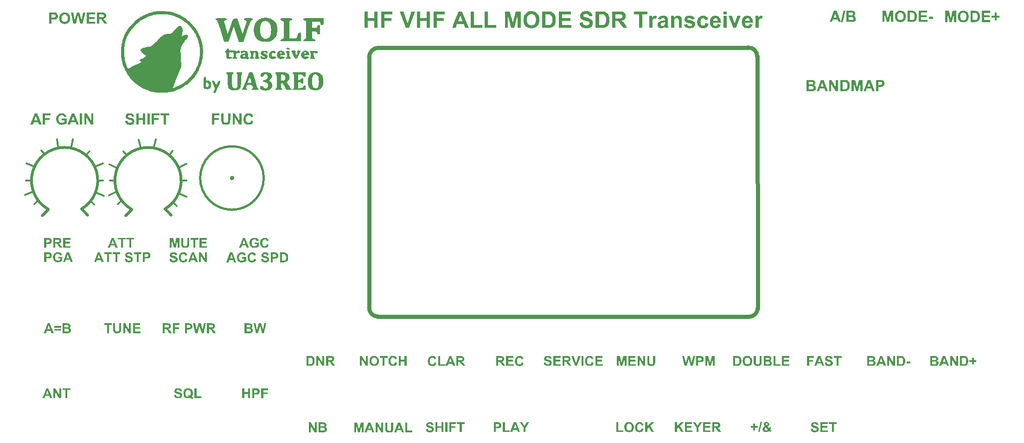
<source format=gto>
G04 Layer: TopSilkLayer*
G04 EasyEDA v6.4.17, 2021-03-24T19:41:23+03:00*
G04 2c49bd5f4e4e4d2885fbfcddc53ef99b,9cdda048f1864c1181896bc4b360679f,10*
G04 Gerber Generator version 0.2*
G04 Scale: 100 percent, Rotated: No, Reflected: No *
G04 Dimensions in millimeters *
G04 leading zeros omitted , absolute positions ,4 integer and 5 decimal *
%FSLAX45Y45*%
%MOMM*%

%ADD12C,0.3000*%
%ADD23C,0.8000*%
%ADD24C,0.5000*%
%ADD25C,0.4000*%

%LPD*%
G36*
X8087055Y12875920D02*
G01*
X8062671Y12875260D01*
X8033258Y12873482D01*
X8002219Y12870789D01*
X7989316Y12869367D01*
X7961020Y12865303D01*
X7931251Y12860172D01*
X7902295Y12854330D01*
X7888833Y12851282D01*
X7865465Y12845186D01*
X7856270Y12842341D01*
X7834680Y12834721D01*
X7809941Y12824968D01*
X7783474Y12813792D01*
X7770063Y12807848D01*
X7750200Y12798653D01*
X7725054Y12786360D01*
X7702194Y12774218D01*
X7691272Y12767970D01*
X7670292Y12755118D01*
X7660081Y12748361D01*
X7640015Y12733985D01*
X7630007Y12726314D01*
X7620000Y12718288D01*
X7609941Y12709855D01*
X7589316Y12691516D01*
X7578699Y12681610D01*
X7550810Y12654178D01*
X7530693Y12633045D01*
X7510322Y12610592D01*
X7485786Y12581940D01*
X7467752Y12559639D01*
X7451953Y12538862D01*
X7439050Y12520523D01*
X7433919Y12512497D01*
X7429296Y12504623D01*
X7418882Y12485116D01*
X7407808Y12462662D01*
X7402271Y12450775D01*
X7388809Y12420193D01*
X7379157Y12396368D01*
X7371080Y12374473D01*
X7367524Y12363653D01*
X7360208Y12338812D01*
X7353046Y12311176D01*
X7346340Y12282322D01*
X7340447Y12253671D01*
X7335774Y12226899D01*
X7333996Y12214656D01*
X7330998Y12188850D01*
X7329830Y12176455D01*
X7328357Y12152223D01*
X7327900Y12128347D01*
X7328014Y12118644D01*
X7387945Y12118644D01*
X7388098Y12138558D01*
X7389266Y12167108D01*
X7390180Y12181992D01*
X7392060Y12204395D01*
X7395159Y12233503D01*
X7396937Y12247270D01*
X7400899Y12272314D01*
X7403033Y12283186D01*
X7405319Y12292990D01*
X7408164Y12303556D01*
X7415428Y12327331D01*
X7424420Y12353442D01*
X7434580Y12380366D01*
X7445349Y12406680D01*
X7456271Y12430963D01*
X7461656Y12442088D01*
X7467193Y12452908D01*
X7472883Y12463424D01*
X7481824Y12478766D01*
X7488072Y12488824D01*
X7494625Y12498781D01*
X7501534Y12508738D01*
X7516622Y12528804D01*
X7524902Y12539065D01*
X7533690Y12549530D01*
X7553096Y12571425D01*
X7575194Y12594894D01*
X7604709Y12624866D01*
X7625842Y12645440D01*
X7645298Y12663271D01*
X7654544Y12671348D01*
X7663637Y12678918D01*
X7672578Y12686030D01*
X7681468Y12692735D01*
X7690459Y12699187D01*
X7699502Y12705334D01*
X7708747Y12711277D01*
X7728153Y12722809D01*
X7738414Y12728498D01*
X7760563Y12739979D01*
X7771841Y12745567D01*
X7794650Y12756083D01*
X7806639Y12761315D01*
X7825028Y12768986D01*
X7849768Y12778638D01*
X7873746Y12787376D01*
X7885175Y12791287D01*
X7906308Y12797840D01*
X7924342Y12802565D01*
X7933994Y12804597D01*
X7955178Y12808153D01*
X7978444Y12810947D01*
X8003641Y12813080D01*
X8030464Y12814452D01*
X8058708Y12815011D01*
X8088122Y12814858D01*
X8118805Y12813893D01*
X8147507Y12812420D01*
X8173262Y12810286D01*
X8185302Y12808966D01*
X8208162Y12805714D01*
X8219186Y12803733D01*
X8230057Y12801498D01*
X8251748Y12796266D01*
X8262772Y12793218D01*
X8285683Y12786106D01*
X8303564Y12780010D01*
X8315858Y12775488D01*
X8341969Y12765074D01*
X8368944Y12753390D01*
X8395309Y12741097D01*
X8419592Y12728803D01*
X8430564Y12722910D01*
X8440470Y12717272D01*
X8448802Y12712192D01*
X8456980Y12706807D01*
X8475116Y12693904D01*
X8494928Y12678664D01*
X8515604Y12661798D01*
X8531148Y12648488D01*
X8546439Y12634925D01*
X8565642Y12616942D01*
X8583676Y12598908D01*
X8601913Y12579350D01*
X8610396Y12569748D01*
X8618474Y12560147D01*
X8630056Y12545720D01*
X8637371Y12536017D01*
X8651392Y12515951D01*
X8658148Y12505537D01*
X8671306Y12483592D01*
X8677859Y12472009D01*
X8690965Y12447168D01*
X8703767Y12421158D01*
X8715044Y12396520D01*
X8725103Y12372594D01*
X8734044Y12349226D01*
X8741918Y12326213D01*
X8748725Y12303353D01*
X8754618Y12280493D01*
X8759596Y12257379D01*
X8763965Y12232741D01*
X8767572Y12207290D01*
X8769045Y12194844D01*
X8770823Y12176353D01*
X8771686Y12164161D01*
X8772550Y12146127D01*
X8772855Y12122454D01*
X8772702Y12110720D01*
X8771585Y12087504D01*
X8770721Y12076023D01*
X8768080Y12052452D01*
X8764320Y12026493D01*
X8759647Y11999569D01*
X8754313Y11973153D01*
X8751519Y11960555D01*
X8745728Y11937593D01*
X8741359Y11922658D01*
X8733942Y11901119D01*
X8724798Y11877192D01*
X8711742Y11846052D01*
X8703462Y11827713D01*
X8692438Y11804853D01*
X8687104Y11794439D01*
X8682329Y11785701D01*
X8677605Y11777573D01*
X8666429Y11760200D01*
X8660130Y11751005D01*
X8646210Y11731955D01*
X8630818Y11712194D01*
X8614308Y11692229D01*
X8592566Y11667490D01*
X8570112Y11643766D01*
X8549741Y11623598D01*
X8530132Y11605056D01*
X8511641Y11588699D01*
X8493709Y11574119D01*
X8475624Y11560810D01*
X8466378Y11554510D01*
X8446922Y11542268D01*
X8425738Y11530177D01*
X8402218Y11517782D01*
X8374329Y11503964D01*
X8342833Y11489029D01*
X8315553Y11476736D01*
X8294166Y11467846D01*
X8286292Y11464950D01*
X8280603Y11463121D01*
X8277250Y11462562D01*
X8276539Y11462766D01*
X8276386Y11463274D01*
X8276742Y11465712D01*
X8279841Y11476278D01*
X8285734Y11493550D01*
X8294166Y11516817D01*
X8304885Y11545214D01*
X8331809Y11614048D01*
X8347354Y11652910D01*
X8430869Y11858548D01*
X8422081Y12022378D01*
X8419338Y12088825D01*
X8418068Y12135662D01*
X8418017Y12158014D01*
X8418525Y12165736D01*
X8420303Y12178182D01*
X8423249Y12192203D01*
X8427110Y12206986D01*
X8431733Y12221768D01*
X8436864Y12235789D01*
X8441334Y12246102D01*
X8445703Y12254534D01*
X8451037Y12263831D01*
X8457234Y12273737D01*
X8464042Y12284100D01*
X8471408Y12294616D01*
X8479180Y12305182D01*
X8487257Y12315545D01*
X8495385Y12325502D01*
X8503462Y12334849D01*
X8512403Y12344654D01*
X8521801Y12355677D01*
X8530437Y12366752D01*
X8538108Y12377470D01*
X8544610Y12387630D01*
X8549792Y12396876D01*
X8553399Y12404953D01*
X8554567Y12408408D01*
X8555329Y12411506D01*
X8555532Y12414148D01*
X8554212Y12423597D01*
X8550656Y12432334D01*
X8545322Y12439396D01*
X8538819Y12443714D01*
X8534704Y12444628D01*
X8529370Y12444831D01*
X8523122Y12444272D01*
X8516061Y12443053D01*
X8508542Y12441174D01*
X8500668Y12438735D01*
X8492693Y12435789D01*
X8477351Y12428829D01*
X8463432Y12423089D01*
X8457438Y12420955D01*
X8452256Y12419380D01*
X8448141Y12418415D01*
X8445144Y12418161D01*
X8443569Y12418669D01*
X8442960Y12420600D01*
X8442858Y12424511D01*
X8443163Y12430150D01*
X8445144Y12445746D01*
X8448548Y12465456D01*
X8452358Y12484100D01*
X8454847Y12498120D01*
X8456371Y12510414D01*
X8456879Y12521488D01*
X8456371Y12531801D01*
X8455710Y12536779D01*
X8453628Y12546685D01*
X8452205Y12551765D01*
X8448497Y12562332D01*
X8443264Y12574828D01*
X8440369Y12580874D01*
X8437473Y12586157D01*
X8434527Y12590729D01*
X8431479Y12594691D01*
X8428329Y12597942D01*
X8425078Y12600635D01*
X8421624Y12602768D01*
X8417915Y12604343D01*
X8414004Y12605461D01*
X8409736Y12606070D01*
X8405164Y12606274D01*
X8402421Y12606121D01*
X8399526Y12605613D01*
X8393277Y12603581D01*
X8386267Y12600076D01*
X8382457Y12597841D01*
X8374278Y12592151D01*
X8365185Y12584938D01*
X8355177Y12576098D01*
X8344204Y12565634D01*
X8332114Y12553492D01*
X8318957Y12539624D01*
X8290559Y12508941D01*
X8278723Y12496546D01*
X8268411Y12486335D01*
X8259368Y12478054D01*
X8251240Y12471552D01*
X8243773Y12466624D01*
X8236559Y12462967D01*
X8229346Y12460528D01*
X8225637Y12459614D01*
X8217814Y12458446D01*
X8209229Y12457938D01*
X8199526Y12457785D01*
X8186369Y12457226D01*
X8171840Y12455550D01*
X8156803Y12453010D01*
X8142020Y12449708D01*
X8128304Y12445847D01*
X8122107Y12443714D01*
X8114080Y12440412D01*
X8108340Y12437211D01*
X8101533Y12432792D01*
X8093760Y12427305D01*
X8085074Y12420752D01*
X8065566Y12405004D01*
X8043824Y12386208D01*
X8020710Y12365126D01*
X7997037Y12342469D01*
X7963509Y12308789D01*
X7948625Y12294108D01*
X7934807Y12280849D01*
X7922056Y12269012D01*
X7910322Y12258548D01*
X7899653Y12249505D01*
X7890052Y12241834D01*
X7881467Y12235586D01*
X7873898Y12230709D01*
X7867396Y12227204D01*
X7864551Y12225985D01*
X7861909Y12225121D01*
X7859572Y12224613D01*
X7853730Y12224308D01*
X7843469Y12223140D01*
X7830108Y12221006D01*
X7814513Y12218060D01*
X7797546Y12214402D01*
X7780020Y12210237D01*
X7762748Y12205665D01*
X7745780Y12200483D01*
X7729880Y12194844D01*
X7715808Y12189104D01*
X7709662Y12186310D01*
X7704226Y12183567D01*
X7699654Y12180976D01*
X7695996Y12178538D01*
X7693355Y12176353D01*
X7689037Y12171629D01*
X7686040Y12167311D01*
X7684465Y12163094D01*
X7684414Y12158624D01*
X7685836Y12153595D01*
X7688783Y12147651D01*
X7693355Y12140488D01*
X7702803Y12127585D01*
X7710525Y12118594D01*
X7719568Y12109196D01*
X7729372Y12099848D01*
X7739430Y12091009D01*
X7749235Y12083288D01*
X7786573Y12057532D01*
X7759903Y12033046D01*
X7751165Y12026188D01*
X7740700Y12018772D01*
X7729067Y12011152D01*
X7716977Y12003735D01*
X7704988Y11996978D01*
X7658303Y11973204D01*
X7682839Y11955881D01*
X7691983Y11948871D01*
X7698790Y11942572D01*
X7702600Y11937644D01*
X7702753Y11934850D01*
X7699044Y11933021D01*
X7691069Y11929668D01*
X7664805Y11919559D01*
X7618069Y11902440D01*
X7593330Y11892178D01*
X7574381Y11883593D01*
X7550200Y11871604D01*
X7539075Y11865660D01*
X7528966Y11859920D01*
X7520025Y11854484D01*
X7506868Y11845798D01*
X7489342Y11834876D01*
X7481570Y11830354D01*
X7469022Y11823801D01*
X7464704Y11822023D01*
X7462012Y11821414D01*
X7459929Y11822226D01*
X7457287Y11824614D01*
X7454290Y11828424D01*
X7450988Y11833453D01*
X7447483Y11839498D01*
X7443927Y11846458D01*
X7440371Y11854129D01*
X7435189Y11866880D01*
X7431328Y11877395D01*
X7422794Y11903049D01*
X7414006Y11931904D01*
X7405979Y11960606D01*
X7403084Y11971883D01*
X7400899Y11982094D01*
X7398816Y11993473D01*
X7395057Y12019127D01*
X7391908Y12047270D01*
X7389622Y12076430D01*
X7388250Y12105030D01*
X7387945Y12118644D01*
X7328014Y12118644D01*
X7328763Y12098223D01*
X7330643Y12073229D01*
X7333538Y12046712D01*
X7335266Y12033605D01*
X7339431Y12007240D01*
X7341870Y11993524D01*
X7348728Y11959183D01*
X7354671Y11933123D01*
X7360716Y11909856D01*
X7363663Y11899747D01*
X7366508Y11890908D01*
X7374636Y11868962D01*
X7384897Y11843766D01*
X7399477Y11810695D01*
X7411415Y11785600D01*
X7422286Y11764467D01*
X7433309Y11745366D01*
X7439558Y11735104D01*
X7453223Y11714022D01*
X7467600Y11693042D01*
X7482027Y11673281D01*
X7495692Y11655907D01*
X7509205Y11640210D01*
X7533792Y11613794D01*
X7560868Y11586514D01*
X7578699Y11569496D01*
X7595209Y11554510D01*
X7611313Y11541099D01*
X7630668Y11526418D01*
X7652207Y11511229D01*
X7663434Y11503660D01*
X7680452Y11492636D01*
X7702600Y11479174D01*
X7713116Y11473129D01*
X7733182Y11462512D01*
X7756347Y11451488D01*
X7782102Y11440109D01*
X7808975Y11428984D01*
X7835595Y11418722D01*
X7860385Y11409934D01*
X7883499Y11402669D01*
X7905750Y11396522D01*
X7916468Y11393932D01*
X7927086Y11391646D01*
X7937753Y11389664D01*
X7948625Y11387937D01*
X7959750Y11386464D01*
X7971383Y11385245D01*
X7983575Y11384229D01*
X8010296Y11382857D01*
X8041030Y11382146D01*
X8084972Y11382095D01*
X8115808Y11382603D01*
X8144306Y11383670D01*
X8170672Y11385296D01*
X8195005Y11387531D01*
X8217458Y11390325D01*
X8238286Y11393728D01*
X8257540Y11397792D01*
X8266684Y11400078D01*
X8275929Y11402669D01*
X8297672Y11409578D01*
X8322360Y11418417D01*
X8355126Y11431219D01*
X8374735Y11439448D01*
X8399627Y11450574D01*
X8421217Y11461089D01*
X8441283Y11471960D01*
X8463076Y11484813D01*
X8485632Y11498935D01*
X8508085Y11513820D01*
X8529574Y11528907D01*
X8549182Y11543588D01*
X8557971Y11550548D01*
X8566150Y11557355D01*
X8583320Y11572646D01*
X8601456Y11589969D01*
X8624265Y11613184D01*
X8637574Y11627510D01*
X8654135Y11646255D01*
X8668816Y11663984D01*
X8675217Y11672265D01*
X8682177Y11681714D01*
X8698687Y11705437D01*
X8711082Y11724132D01*
X8726678Y11748719D01*
X8740089Y11771172D01*
X8745626Y11781028D01*
X8750096Y11789562D01*
X8754313Y11798300D01*
X8763660Y11819788D01*
X8773820Y11845086D01*
X8786266Y11878970D01*
X8795105Y11905335D01*
X8798407Y11916054D01*
X8801150Y11925858D01*
X8806484Y11947956D01*
X8811514Y11972645D01*
X8815070Y11992203D01*
X8818270Y12012218D01*
X8821064Y12032183D01*
X8824010Y12057989D01*
X8825179Y12070232D01*
X8826652Y12094159D01*
X8827414Y12119610D01*
X8827312Y12152223D01*
X8826449Y12178080D01*
X8824925Y12202972D01*
X8822791Y12226137D01*
X8820048Y12246864D01*
X8816136Y12267793D01*
X8810701Y12291822D01*
X8804097Y12317374D01*
X8794851Y12349327D01*
X8787079Y12373254D01*
X8783218Y12384176D01*
X8775395Y12403988D01*
X8765997Y12425527D01*
X8755278Y12448387D01*
X8740902Y12477038D01*
X8729421Y12498476D01*
X8718550Y12517272D01*
X8713368Y12525552D01*
X8707424Y12534493D01*
X8700566Y12544247D01*
X8684666Y12565430D01*
X8666784Y12587884D01*
X8647785Y12610439D01*
X8628786Y12631877D01*
X8619540Y12641783D01*
X8602878Y12658648D01*
X8584844Y12675666D01*
X8560511Y12697409D01*
X8540546Y12714274D01*
X8520988Y12729972D01*
X8502650Y12743891D01*
X8486292Y12755270D01*
X8478266Y12760401D01*
X8459724Y12771272D01*
X8438591Y12782753D01*
X8415832Y12794284D01*
X8398205Y12802768D01*
X8374735Y12813436D01*
X8352129Y12822936D01*
X8330285Y12831216D01*
X8304784Y12839700D01*
X8291423Y12843814D01*
X8264499Y12851384D01*
X8251240Y12854787D01*
X8226044Y12860578D01*
X8203793Y12864744D01*
X8194192Y12866065D01*
X8103158Y12875361D01*
X8096351Y12875818D01*
G37*
G36*
X9967569Y12751511D02*
G01*
X9953802Y12751257D01*
X9940340Y12750444D01*
X9927285Y12749072D01*
X9914890Y12747091D01*
X9903358Y12744602D01*
X9892842Y12741605D01*
X9882327Y12737642D01*
X9870236Y12732105D01*
X9857790Y12725501D01*
X9845649Y12718288D01*
X9834473Y12710820D01*
X9824872Y12703454D01*
X9820910Y12700000D01*
X9817100Y12696240D01*
X9813137Y12691922D01*
X9804806Y12681712D01*
X9796322Y12670028D01*
X9788245Y12657531D01*
X9780879Y12644932D01*
X9774783Y12632791D01*
X9770516Y12622276D01*
X9766655Y12610642D01*
X9763353Y12598095D01*
X9760559Y12584684D01*
X9758324Y12570714D01*
X9756698Y12556236D01*
X9755682Y12541554D01*
X9755470Y12535357D01*
X9870643Y12535357D01*
X9870897Y12550394D01*
X9871557Y12565278D01*
X9872675Y12579705D01*
X9874148Y12593218D01*
X9875875Y12605512D01*
X9877907Y12616129D01*
X9880142Y12624714D01*
X9881311Y12628118D01*
X9885222Y12635890D01*
X9891877Y12646964D01*
X9899446Y12658242D01*
X9906965Y12668351D01*
X9910419Y12672568D01*
X9914636Y12676632D01*
X9919766Y12680238D01*
X9925812Y12683439D01*
X9932568Y12686080D01*
X9939985Y12688265D01*
X9947910Y12689840D01*
X9956292Y12690805D01*
X9964978Y12691110D01*
X9971024Y12690957D01*
X9977018Y12690449D01*
X9982911Y12689636D01*
X9988600Y12688519D01*
X9994188Y12687046D01*
X9999573Y12685318D01*
X10004755Y12683286D01*
X10009733Y12680950D01*
X10014458Y12678359D01*
X10018979Y12675463D01*
X10023195Y12672314D01*
X10027107Y12668910D01*
X10032034Y12663881D01*
X10037064Y12658191D01*
X10041991Y12651994D01*
X10046716Y12645491D01*
X10051084Y12638887D01*
X10054945Y12632385D01*
X10058196Y12626187D01*
X10060635Y12620498D01*
X10062616Y12613792D01*
X10064496Y12604851D01*
X10066172Y12593980D01*
X10067645Y12581636D01*
X10068814Y12568174D01*
X10069728Y12553950D01*
X10070338Y12539421D01*
X10070541Y12524994D01*
X10070236Y12509449D01*
X10069322Y12494107D01*
X10067848Y12479223D01*
X10065918Y12464999D01*
X10063480Y12451740D01*
X10060635Y12439650D01*
X10057384Y12429032D01*
X10053777Y12420092D01*
X10050830Y12414300D01*
X10047630Y12408814D01*
X10044226Y12403683D01*
X10040518Y12398908D01*
X10036606Y12394488D01*
X10032390Y12390424D01*
X10027920Y12386665D01*
X10023195Y12383211D01*
X10018166Y12380112D01*
X10012883Y12377318D01*
X10007346Y12374880D01*
X10001453Y12372695D01*
X9994849Y12370612D01*
X9988702Y12368936D01*
X9982962Y12367666D01*
X9977475Y12366802D01*
X9972294Y12366345D01*
X9967264Y12366294D01*
X9962337Y12366701D01*
X9957409Y12367463D01*
X9952482Y12368682D01*
X9947402Y12370308D01*
X9942169Y12372390D01*
X9936683Y12374880D01*
X9932568Y12377115D01*
X9928250Y12379909D01*
X9923881Y12383262D01*
X9919462Y12387021D01*
X9914991Y12391186D01*
X9910622Y12395657D01*
X9902342Y12405360D01*
X9894976Y12415621D01*
X9891826Y12420854D01*
X9889083Y12425984D01*
X9886848Y12430709D01*
X9882886Y12441072D01*
X9881057Y12446660D01*
X9877907Y12458801D01*
X9875316Y12472009D01*
X9873284Y12486284D01*
X9871811Y12501626D01*
X9870948Y12518034D01*
X9870643Y12535357D01*
X9755470Y12535357D01*
X9755378Y12526721D01*
X9755733Y12511938D01*
X9756698Y12497206D01*
X9758375Y12482677D01*
X9760610Y12468555D01*
X9763404Y12455042D01*
X9766706Y12442291D01*
X9770567Y12430506D01*
X9774834Y12419838D01*
X9777730Y12413792D01*
X9784638Y12401245D01*
X9792665Y12388748D01*
X9801301Y12376861D01*
X9810089Y12366244D01*
X9814407Y12361621D01*
X9818624Y12357557D01*
X9822637Y12354153D01*
X9831476Y12347752D01*
X9841992Y12341148D01*
X9853523Y12334646D01*
X9865512Y12328652D01*
X9877247Y12323419D01*
X9888118Y12319355D01*
X9892233Y12318085D01*
X9902139Y12315850D01*
X9913823Y12313970D01*
X9926929Y12312446D01*
X9940950Y12311329D01*
X9955530Y12310668D01*
X9970211Y12310516D01*
X9984587Y12310821D01*
X9998913Y12311735D01*
X10012578Y12313005D01*
X10025075Y12314631D01*
X10036556Y12316714D01*
X10047224Y12319254D01*
X10057180Y12322302D01*
X10066680Y12325908D01*
X10075875Y12330176D01*
X10084866Y12335154D01*
X10093960Y12340844D01*
X10102799Y12347041D01*
X10111587Y12353950D01*
X10120477Y12361722D01*
X10129215Y12370003D01*
X10137597Y12378588D01*
X10145318Y12387224D01*
X10152176Y12395606D01*
X10157815Y12403480D01*
X10162540Y12411252D01*
X10166807Y12419584D01*
X10170363Y12428270D01*
X10173309Y12437567D01*
X10174630Y12442545D01*
X10176764Y12453315D01*
X10178389Y12465456D01*
X10179608Y12479172D01*
X10180421Y12494768D01*
X10180828Y12512548D01*
X10180980Y12532817D01*
X10180878Y12554813D01*
X10180472Y12573558D01*
X10179659Y12589459D01*
X10178389Y12602972D01*
X10176510Y12614706D01*
X10173919Y12625019D01*
X10170566Y12634417D01*
X10168585Y12638989D01*
X10163860Y12647980D01*
X10158120Y12657277D01*
X10151973Y12666218D01*
X10145318Y12674600D01*
X10137546Y12683236D01*
X10129062Y12691821D01*
X10120020Y12700152D01*
X10110774Y12707924D01*
X10101580Y12714935D01*
X10092690Y12720929D01*
X10083850Y12725908D01*
X10073487Y12730632D01*
X10061854Y12735102D01*
X10049205Y12739166D01*
X10035844Y12742824D01*
X10022128Y12745923D01*
X10008362Y12748361D01*
X9994849Y12750139D01*
X9981438Y12751155D01*
G37*
G36*
X10813135Y12744145D02*
G01*
X10762335Y12743942D01*
X10724184Y12743332D01*
X10696803Y12742113D01*
X10686643Y12741198D01*
X10678515Y12740132D01*
X10672165Y12738760D01*
X10667441Y12737134D01*
X10665561Y12736220D01*
X10662767Y12734137D01*
X10661040Y12731699D01*
X10660075Y12728956D01*
X10659668Y12724079D01*
X10660126Y12719507D01*
X10661497Y12715189D01*
X10663682Y12711226D01*
X10666679Y12707569D01*
X10670438Y12704368D01*
X10674908Y12701524D01*
X10680141Y12699187D01*
X10685983Y12697358D01*
X10712297Y12690703D01*
X10712297Y12372390D01*
X10685983Y12362332D01*
X10680700Y12359995D01*
X10675772Y12357150D01*
X10671302Y12353950D01*
X10667390Y12350445D01*
X10664190Y12346838D01*
X10661751Y12343130D01*
X10660227Y12339523D01*
X10659668Y12336068D01*
X10659821Y12334138D01*
X10660278Y12332360D01*
X10661091Y12330734D01*
X10662361Y12329210D01*
X10663986Y12327890D01*
X10666171Y12326620D01*
X10668812Y12325553D01*
X10675924Y12323673D01*
X10685627Y12322302D01*
X10698226Y12321235D01*
X10714075Y12320524D01*
X10733532Y12320117D01*
X10756900Y12319914D01*
X10794339Y12320016D01*
X10814964Y12320320D01*
X10832287Y12320879D01*
X10846562Y12321743D01*
X10857941Y12322911D01*
X10866729Y12324435D01*
X10870234Y12325299D01*
X10875568Y12327382D01*
X10877448Y12328601D01*
X10878870Y12329922D01*
X10879886Y12331344D01*
X10880445Y12332868D01*
X10880598Y12334544D01*
X10879988Y12337745D01*
X10878108Y12341250D01*
X10875213Y12344958D01*
X10871352Y12348718D01*
X10866678Y12352477D01*
X10861294Y12356084D01*
X10855401Y12359386D01*
X10843768Y12364567D01*
X10834979Y12368885D01*
X10831474Y12371070D01*
X10828426Y12373457D01*
X10825886Y12376099D01*
X10823752Y12379096D01*
X10822025Y12382550D01*
X10820654Y12386564D01*
X10819536Y12391237D01*
X10818774Y12396622D01*
X10817809Y12409932D01*
X10817504Y12427407D01*
X10817504Y12500203D01*
X10867745Y12500102D01*
X10875010Y12499848D01*
X10881309Y12499289D01*
X10886643Y12498374D01*
X10891164Y12497155D01*
X10894974Y12495479D01*
X10898124Y12493345D01*
X10900765Y12490653D01*
X10902950Y12487402D01*
X10904778Y12483541D01*
X10906404Y12478969D01*
X10909858Y12467082D01*
X10912297Y12461494D01*
X10915243Y12456922D01*
X10918748Y12453315D01*
X10922863Y12450572D01*
X10927689Y12448641D01*
X10933277Y12447524D01*
X10939627Y12447168D01*
X10947704Y12447422D01*
X10951006Y12447930D01*
X10953851Y12448844D01*
X10956290Y12450267D01*
X10958322Y12452299D01*
X10959998Y12455093D01*
X10961370Y12458700D01*
X10962436Y12463272D01*
X10963249Y12468961D01*
X10963859Y12475819D01*
X10964570Y12493599D01*
X10964773Y12517475D01*
X10964672Y12559334D01*
X10964265Y12580061D01*
X10963859Y12588240D01*
X10963249Y12595098D01*
X10962436Y12600787D01*
X10961370Y12605359D01*
X10959998Y12608966D01*
X10958322Y12611760D01*
X10956290Y12613792D01*
X10953851Y12615214D01*
X10951006Y12616129D01*
X10947704Y12616637D01*
X10939627Y12616891D01*
X10933277Y12616535D01*
X10927689Y12615418D01*
X10922863Y12613487D01*
X10918748Y12610744D01*
X10915243Y12607137D01*
X10912297Y12602514D01*
X10909858Y12596977D01*
X10906404Y12585090D01*
X10904778Y12580518D01*
X10902950Y12576657D01*
X10900765Y12573406D01*
X10898124Y12570714D01*
X10894974Y12568580D01*
X10891164Y12566904D01*
X10886643Y12565684D01*
X10881309Y12564821D01*
X10875010Y12564211D01*
X10859363Y12563856D01*
X10817504Y12563856D01*
X10817504Y12680543D01*
X10904372Y12680492D01*
X10925606Y12680289D01*
X10941405Y12679527D01*
X10947501Y12678816D01*
X10952581Y12677851D01*
X10956798Y12676530D01*
X10960201Y12674803D01*
X10962894Y12672720D01*
X10965078Y12670129D01*
X10966805Y12667081D01*
X10968177Y12663424D01*
X10969396Y12659156D01*
X10973562Y12640259D01*
X10975848Y12633350D01*
X10978540Y12627813D01*
X10981842Y12623546D01*
X10985804Y12620447D01*
X10990529Y12618364D01*
X10996218Y12617246D01*
X11002924Y12616891D01*
X11008360Y12616992D01*
X11012932Y12617450D01*
X11016742Y12618415D01*
X11019840Y12620040D01*
X11022330Y12622631D01*
X11024209Y12626238D01*
X11025632Y12631115D01*
X11026648Y12637414D01*
X11027308Y12645288D01*
X11027867Y12666675D01*
X11027918Y12744145D01*
G37*
G36*
X10336276Y12744145D02*
G01*
X10313263Y12743942D01*
X10293959Y12743535D01*
X10278110Y12742824D01*
X10265460Y12741757D01*
X10255656Y12740386D01*
X10251744Y12739573D01*
X10248392Y12738608D01*
X10245648Y12737541D01*
X10243413Y12736372D01*
X10241686Y12735052D01*
X10240365Y12733629D01*
X10239502Y12732054D01*
X10238994Y12730378D01*
X10238841Y12728498D01*
X10239502Y12725044D01*
X10241330Y12721132D01*
X10244277Y12716967D01*
X10248138Y12712649D01*
X10252811Y12708280D01*
X10258145Y12704064D01*
X10264089Y12700050D01*
X10270439Y12696444D01*
X10301986Y12679984D01*
X10301986Y12375489D01*
X10270439Y12362332D01*
X10264089Y12359386D01*
X10258145Y12356084D01*
X10252811Y12352477D01*
X10248138Y12348718D01*
X10244277Y12344958D01*
X10241330Y12341250D01*
X10239502Y12337745D01*
X10238841Y12334544D01*
X10238943Y12333427D01*
X10239857Y12331395D01*
X10241788Y12329617D01*
X10244836Y12327991D01*
X10249103Y12326518D01*
X10254792Y12325248D01*
X10261955Y12324130D01*
X10270794Y12323165D01*
X10281310Y12322352D01*
X10308132Y12321133D01*
X10343337Y12320371D01*
X10387990Y12319965D01*
X10617606Y12319914D01*
X10617606Y12480391D01*
X10583164Y12476276D01*
X10578236Y12475210D01*
X10573969Y12473889D01*
X10570210Y12472162D01*
X10567009Y12469977D01*
X10564266Y12467285D01*
X10561929Y12463983D01*
X10559897Y12460020D01*
X10558170Y12455347D01*
X10556646Y12449860D01*
X10555274Y12443510D01*
X10552633Y12428423D01*
X10549280Y12413081D01*
X10547451Y12405969D01*
X10543641Y12393777D01*
X10541812Y12389205D01*
X10540085Y12385852D01*
X10538409Y12383922D01*
X10535818Y12382195D01*
X10532364Y12380518D01*
X10528096Y12379045D01*
X10523016Y12377674D01*
X10517225Y12376454D01*
X10503662Y12374575D01*
X10487660Y12373356D01*
X10469676Y12372949D01*
X10407192Y12372949D01*
X10407192Y12687706D01*
X10433507Y12699796D01*
X10438790Y12702540D01*
X10443718Y12705791D01*
X10448137Y12709296D01*
X10452049Y12713055D01*
X10455300Y12716967D01*
X10457688Y12720828D01*
X10459262Y12724536D01*
X10459770Y12728041D01*
X10459618Y12729972D01*
X10459161Y12731750D01*
X10458348Y12733375D01*
X10457129Y12734848D01*
X10455452Y12736220D01*
X10453268Y12737439D01*
X10447375Y12739522D01*
X10438993Y12741148D01*
X10427868Y12742367D01*
X10413695Y12743230D01*
X10396067Y12743789D01*
X10374731Y12744043D01*
G37*
G36*
X9146133Y12744145D02*
G01*
X9121444Y12743789D01*
X9101734Y12743078D01*
X9086494Y12741910D01*
X9075267Y12740182D01*
X9071000Y12739065D01*
X9067546Y12737795D01*
X9064853Y12736372D01*
X9062872Y12734798D01*
X9061551Y12732969D01*
X9060789Y12730988D01*
X9060535Y12728752D01*
X9062008Y12721996D01*
X9065971Y12714884D01*
X9071813Y12708280D01*
X9079992Y12702387D01*
X9082278Y12700101D01*
X9084818Y12696748D01*
X9087612Y12692227D01*
X9090660Y12686588D01*
X9093962Y12679883D01*
X9101277Y12663068D01*
X9109608Y12641884D01*
X9118854Y12616383D01*
X9129115Y12586512D01*
X9140291Y12552375D01*
X9152432Y12513970D01*
X9213799Y12314580D01*
X9296908Y12314580D01*
X9392818Y12595707D01*
X9485731Y12309297D01*
X9563557Y12309297D01*
X9607397Y12433096D01*
X9626600Y12489027D01*
X9646158Y12546990D01*
X9666122Y12607036D01*
X9672421Y12624612D01*
X9678517Y12640564D01*
X9684410Y12654838D01*
X9690049Y12667386D01*
X9695383Y12678105D01*
X9700463Y12686995D01*
X9705238Y12694056D01*
X9709658Y12699136D01*
X9711740Y12700914D01*
X9721545Y12707670D01*
X9727946Y12714478D01*
X9732264Y12721742D01*
X9733889Y12728651D01*
X9733686Y12730835D01*
X9733026Y12732816D01*
X9731908Y12734594D01*
X9730282Y12736220D01*
X9728098Y12737642D01*
X9725304Y12738912D01*
X9721900Y12740030D01*
X9717786Y12740995D01*
X9712909Y12741808D01*
X9700869Y12743027D01*
X9685375Y12743789D01*
X9666122Y12744094D01*
X9644176Y12744094D01*
X9625380Y12743738D01*
X9610039Y12743027D01*
X9597948Y12741808D01*
X9588754Y12740081D01*
X9585198Y12739065D01*
X9582251Y12737846D01*
X9579914Y12736525D01*
X9578187Y12735001D01*
X9576968Y12733375D01*
X9576257Y12731546D01*
X9576054Y12729565D01*
X9576511Y12726314D01*
X9577882Y12722656D01*
X9580016Y12718745D01*
X9582810Y12714681D01*
X9586264Y12710617D01*
X9590176Y12706654D01*
X9594494Y12702895D01*
X9599117Y12699492D01*
X9622231Y12684048D01*
X9548317Y12452502D01*
X9455658Y12733578D01*
X9410039Y12733528D01*
X9398965Y12733020D01*
X9394342Y12732359D01*
X9390227Y12731394D01*
X9386570Y12730022D01*
X9383318Y12728194D01*
X9380270Y12725755D01*
X9377476Y12722707D01*
X9374835Y12718999D01*
X9372193Y12714478D01*
X9369552Y12709144D01*
X9363964Y12695631D01*
X9354312Y12669520D01*
X9338665Y12625070D01*
X9320276Y12571425D01*
X9300514Y12512802D01*
X9294469Y12496342D01*
X9289034Y12482779D01*
X9284258Y12472212D01*
X9280194Y12464796D01*
X9278518Y12462357D01*
X9276994Y12460732D01*
X9275673Y12459970D01*
X9274606Y12460122D01*
X9273794Y12461138D01*
X9267088Y12487808D01*
X9253118Y12537795D01*
X9234220Y12601803D01*
X9216237Y12660579D01*
X9210649Y12677698D01*
X9210192Y12680543D01*
X9210852Y12683642D01*
X9212580Y12686842D01*
X9215170Y12690043D01*
X9218625Y12693243D01*
X9222841Y12696190D01*
X9227667Y12698933D01*
X9238589Y12703759D01*
X9243669Y12706654D01*
X9248343Y12709956D01*
X9252407Y12713462D01*
X9255760Y12717170D01*
X9258300Y12720878D01*
X9259874Y12724536D01*
X9260433Y12727990D01*
X9260230Y12730378D01*
X9259519Y12732512D01*
X9258300Y12734442D01*
X9256420Y12736169D01*
X9253880Y12737642D01*
X9250578Y12738963D01*
X9246463Y12740132D01*
X9241434Y12741097D01*
X9235440Y12741910D01*
X9220250Y12743078D01*
X9200388Y12743789D01*
X9175191Y12744145D01*
G37*
G36*
X10367873Y12202261D02*
G01*
X10362895Y12201702D01*
X10359339Y12200331D01*
X10357002Y12198096D01*
X10355884Y12194946D01*
X10355681Y12190780D01*
X10356443Y12185446D01*
X10357713Y12181027D01*
X10359745Y12177166D01*
X10362438Y12173813D01*
X10365892Y12171070D01*
X10370007Y12168936D01*
X10374782Y12167362D01*
X10380218Y12166447D01*
X10386263Y12166092D01*
X10397236Y12167209D01*
X10405465Y12170359D01*
X10410647Y12175388D01*
X10412425Y12182043D01*
X10411917Y12185497D01*
X10410291Y12188799D01*
X10407751Y12191796D01*
X10404246Y12194540D01*
X10399928Y12196876D01*
X10394848Y12198807D01*
X10389057Y12200331D01*
X10382605Y12201398D01*
X10374426Y12202160D01*
G37*
G36*
X9289389Y12192457D02*
G01*
X9286240Y12191847D01*
X9282379Y12190222D01*
X9277959Y12187682D01*
X9273133Y12184278D01*
X9268002Y12180265D01*
X9262770Y12175591D01*
X9257588Y12170511D01*
X9252559Y12165025D01*
X9243364Y12153696D01*
X9235846Y12142927D01*
X9232950Y12138152D01*
X9230766Y12133986D01*
X9229344Y12130582D01*
X9228886Y12128093D01*
X9229699Y12124334D01*
X9231985Y12121235D01*
X9235287Y12119152D01*
X9239402Y12118390D01*
X9241536Y12117476D01*
X9243517Y12114834D01*
X9245295Y12110669D01*
X9246870Y12105132D01*
X9248190Y12098477D01*
X9249206Y12090806D01*
X9249816Y12082373D01*
X9250273Y12064034D01*
X9250730Y12054890D01*
X9251492Y12046204D01*
X9252458Y12038126D01*
X9253626Y12030913D01*
X9254947Y12024817D01*
X9256420Y12020042D01*
X9257944Y12016841D01*
X9262414Y12011863D01*
X9268866Y12006783D01*
X9276384Y12002160D01*
X9284208Y11998604D01*
X9288424Y11997385D01*
X9293453Y11996724D01*
X9298990Y11996470D01*
X9304985Y11996674D01*
X9311132Y11997334D01*
X9317278Y11998401D01*
X9323273Y11999874D01*
X9328912Y12001754D01*
X9339072Y12006529D01*
X9347403Y12012015D01*
X9353042Y12017654D01*
X9355124Y12022683D01*
X9353042Y12026900D01*
X9347403Y12030354D01*
X9339021Y12032691D01*
X9328810Y12033554D01*
X9323374Y12033656D01*
X9318701Y12034012D01*
X9314789Y12034774D01*
X9311538Y12035993D01*
X9308896Y12037822D01*
X9306814Y12040311D01*
X9305239Y12043562D01*
X9304121Y12047677D01*
X9303308Y12052757D01*
X9302851Y12058904D01*
X9302496Y12074753D01*
X9302851Y12090755D01*
X9303410Y12097004D01*
X9304274Y12102236D01*
X9305594Y12106503D01*
X9307372Y12110008D01*
X9309709Y12112802D01*
X9312656Y12115038D01*
X9316364Y12116816D01*
X9320834Y12118187D01*
X9326168Y12119356D01*
X9332417Y12120422D01*
X9344964Y12121794D01*
X9357106Y12122302D01*
X9362541Y12122251D01*
X9367367Y12121946D01*
X9371431Y12121438D01*
X9374479Y12120727D01*
X9376968Y12118949D01*
X9379254Y12115444D01*
X9381337Y12110466D01*
X9383115Y12104166D01*
X9384588Y12096750D01*
X9385706Y12088418D01*
X9386417Y12079376D01*
X9386671Y12069775D01*
X9386468Y12060377D01*
X9385858Y12051588D01*
X9384893Y12043613D01*
X9383572Y12036704D01*
X9382048Y12030964D01*
X9380270Y12026646D01*
X9378289Y12023902D01*
X9376156Y12022937D01*
X9372092Y12022074D01*
X9368739Y12019788D01*
X9366453Y12016435D01*
X9365640Y12012320D01*
X9366605Y12010186D01*
X9369399Y12008205D01*
X9373768Y12006376D01*
X9379559Y12004802D01*
X9386570Y12003532D01*
X9394596Y12002566D01*
X9403486Y12001906D01*
X9412986Y12001703D01*
X9422485Y12001906D01*
X9431375Y12002566D01*
X9439402Y12003532D01*
X9446412Y12004802D01*
X9452203Y12006376D01*
X9456572Y12008205D01*
X9459366Y12010186D01*
X9460331Y12012320D01*
X9459010Y12016435D01*
X9455505Y12019788D01*
X9450273Y12022074D01*
X9439656Y12023394D01*
X9436201Y12024868D01*
X9433560Y12027509D01*
X9431680Y12031421D01*
X9430512Y12036755D01*
X9430004Y12043664D01*
X9430105Y12052249D01*
X9431528Y12071451D01*
X9432340Y12078766D01*
X9433356Y12084862D01*
X9434626Y12089688D01*
X9436252Y12093498D01*
X9438436Y12096343D01*
X9441230Y12098324D01*
X9444685Y12099544D01*
X9449054Y12100102D01*
X9454337Y12100204D01*
X9478467Y12098324D01*
X9486442Y12098223D01*
X9492437Y12098985D01*
X9496755Y12100864D01*
X9499650Y12104014D01*
X9501378Y12108586D01*
X9502190Y12114885D01*
X9502394Y12123013D01*
X9502140Y12130278D01*
X9501276Y12136221D01*
X9499752Y12140996D01*
X9497415Y12144603D01*
X9494215Y12147194D01*
X9489998Y12148972D01*
X9484715Y12149886D01*
X9478213Y12150191D01*
X9473082Y12149937D01*
X9467799Y12149175D01*
X9462566Y12148007D01*
X9457436Y12146483D01*
X9452559Y12144552D01*
X9448190Y12142419D01*
X9444431Y12140031D01*
X9435287Y12131954D01*
X9431375Y12130227D01*
X9429343Y12132310D01*
X9428784Y12138304D01*
X9428175Y12141301D01*
X9426498Y12143892D01*
X9423654Y12146076D01*
X9419793Y12147804D01*
X9414916Y12149023D01*
X9409074Y12149836D01*
X9402267Y12150140D01*
X9370517Y12149074D01*
X9353448Y12148870D01*
X9331452Y12149124D01*
X9324035Y12149683D01*
X9317837Y12150699D01*
X9312808Y12152376D01*
X9308896Y12154662D01*
X9306001Y12157608D01*
X9304020Y12161367D01*
X9302851Y12165939D01*
X9302496Y12171426D01*
X9301480Y12179655D01*
X9298635Y12186361D01*
X9294469Y12190831D01*
G37*
G36*
X10694873Y12150191D02*
G01*
X10687558Y12149785D01*
X10680192Y12148464D01*
X10672876Y12146381D01*
X10665663Y12143587D01*
X10658754Y12140031D01*
X10652150Y12135866D01*
X10646054Y12131040D01*
X10640466Y12125655D01*
X10637266Y12121946D01*
X10634218Y12117832D01*
X10631373Y12113463D01*
X10628218Y12107773D01*
X10670184Y12107773D01*
X10671860Y12111888D01*
X10676382Y12115241D01*
X10683087Y12117527D01*
X10691266Y12118390D01*
X10699394Y12117527D01*
X10706100Y12115241D01*
X10710621Y12111888D01*
X10712297Y12107773D01*
X10710621Y12103658D01*
X10706100Y12100306D01*
X10699394Y12098020D01*
X10691266Y12097156D01*
X10683087Y12098020D01*
X10676382Y12100306D01*
X10671860Y12103658D01*
X10670184Y12107773D01*
X10628218Y12107773D01*
X10626293Y12103963D01*
X10624108Y12098934D01*
X10622229Y12093854D01*
X10620603Y12088723D01*
X10619333Y12083592D01*
X10618368Y12078563D01*
X10617809Y12073686D01*
X10617606Y12068962D01*
X10617962Y12062155D01*
X10619028Y12055246D01*
X10620756Y12048286D01*
X10622991Y12041581D01*
X10625734Y12035282D01*
X10628833Y12029592D01*
X10632287Y12024715D01*
X10635996Y12020854D01*
X10644733Y12014098D01*
X10654893Y12007494D01*
X10665206Y12001804D01*
X10670032Y11999518D01*
X10674451Y11997740D01*
X10679176Y11996521D01*
X10684967Y11995861D01*
X10691622Y11995708D01*
X10698937Y11996064D01*
X10706557Y11996928D01*
X10714431Y11998248D01*
X10722203Y12000026D01*
X10729671Y12002262D01*
X10736732Y12004852D01*
X10743336Y12007850D01*
X10749330Y12011050D01*
X10754512Y12014454D01*
X10758830Y12017857D01*
X10762081Y12021210D01*
X10764164Y12024410D01*
X10764875Y12027306D01*
X10764164Y12030354D01*
X10762081Y12033046D01*
X10758576Y12035231D01*
X10753750Y12037009D01*
X10747603Y12038380D01*
X10740085Y12039295D01*
X10731296Y12039752D01*
X10711738Y12039803D01*
X10703052Y12040311D01*
X10695178Y12041327D01*
X10688320Y12042749D01*
X10682579Y12044527D01*
X10678007Y12046712D01*
X10674807Y12049252D01*
X10673029Y12052096D01*
X10672572Y12055348D01*
X10673689Y12058091D01*
X10676432Y12060377D01*
X10680903Y12062206D01*
X10687050Y12063628D01*
X10695025Y12064593D01*
X10704880Y12065152D01*
X10735360Y12065609D01*
X10742574Y12066066D01*
X10748518Y12066828D01*
X10753344Y12067895D01*
X10757103Y12069368D01*
X10759998Y12071299D01*
X10762081Y12073788D01*
X10763453Y12076836D01*
X10764316Y12080595D01*
X10764774Y12085015D01*
X10764875Y12090247D01*
X10764469Y12095581D01*
X10763351Y12101271D01*
X10761573Y12107113D01*
X10759236Y12112955D01*
X10756392Y12118594D01*
X10753090Y12123877D01*
X10749483Y12128601D01*
X10745622Y12132665D01*
X10741152Y12136170D01*
X10735665Y12139472D01*
X10729518Y12142419D01*
X10722813Y12145060D01*
X10715752Y12147194D01*
X10708640Y12148820D01*
X10701578Y12149836D01*
G37*
G36*
X10480649Y12150191D02*
G01*
X10471962Y12150039D01*
X10463987Y12149582D01*
X10456976Y12148820D01*
X10450982Y12147854D01*
X10446207Y12146686D01*
X10442854Y12145314D01*
X10441025Y12143841D01*
X10440924Y12142266D01*
X10474706Y12067997D01*
X10482376Y12051690D01*
X10489438Y12037822D01*
X10496042Y12026392D01*
X10502239Y12017248D01*
X10505186Y12013488D01*
X10508081Y12010288D01*
X10510875Y12007646D01*
X10513669Y12005462D01*
X10516362Y12003786D01*
X10519054Y12002617D01*
X10521696Y12001957D01*
X10524286Y12001703D01*
X10526928Y12001957D01*
X10529570Y12002668D01*
X10532262Y12003887D01*
X10535005Y12005564D01*
X10537850Y12007799D01*
X10540746Y12010542D01*
X10546791Y12017603D01*
X10553192Y12026900D01*
X10560100Y12038533D01*
X10567517Y12052554D01*
X10575544Y12069013D01*
X10591393Y12103862D01*
X10602772Y12130582D01*
X10605922Y12139015D01*
X10607090Y12143282D01*
X10604550Y12145975D01*
X10597743Y12148159D01*
X10587634Y12149632D01*
X10575290Y12150191D01*
X10565841Y12150039D01*
X10558576Y12149429D01*
X10553293Y12148108D01*
X10549839Y12145975D01*
X10547959Y12142724D01*
X10547502Y12138202D01*
X10548264Y12132157D01*
X10551058Y12118898D01*
X10551668Y12113006D01*
X10551769Y12106910D01*
X10551515Y12100864D01*
X10550753Y12095022D01*
X10549636Y12089485D01*
X10548112Y12084558D01*
X10546181Y12080341D01*
X10542981Y12074855D01*
X10540288Y12070994D01*
X10537901Y12068860D01*
X10535615Y12068505D01*
X10533278Y12069876D01*
X10530586Y12073128D01*
X10527436Y12078258D01*
X10523575Y12085269D01*
X10521238Y12090349D01*
X10519308Y12095937D01*
X10517835Y12101830D01*
X10516768Y12107824D01*
X10516260Y12113768D01*
X10516209Y12119457D01*
X10516717Y12124740D01*
X10519410Y12135561D01*
X10519867Y12140387D01*
X10518749Y12144044D01*
X10515854Y12146686D01*
X10510875Y12148464D01*
X10503560Y12149531D01*
X10493552Y12150039D01*
G37*
G36*
X10247020Y12150191D02*
G01*
X10240721Y12149785D01*
X10234015Y12148515D01*
X10227106Y12146584D01*
X10220198Y12143994D01*
X10213543Y12140844D01*
X10207244Y12137237D01*
X10201605Y12133275D01*
X10196779Y12129008D01*
X10192207Y12123775D01*
X10188143Y12117730D01*
X10184536Y12111075D01*
X10183141Y12107773D01*
X10228326Y12107773D01*
X10230002Y12111888D01*
X10234523Y12115241D01*
X10241229Y12117527D01*
X10249357Y12118390D01*
X10257536Y12117527D01*
X10264241Y12115241D01*
X10268762Y12111888D01*
X10270439Y12107773D01*
X10268762Y12103658D01*
X10264241Y12100306D01*
X10257536Y12098020D01*
X10249357Y12097156D01*
X10241229Y12098020D01*
X10234523Y12100306D01*
X10230002Y12103658D01*
X10228326Y12107773D01*
X10183141Y12107773D01*
X10181488Y12103862D01*
X10179050Y12096242D01*
X10177221Y12088368D01*
X10176103Y12080341D01*
X10175748Y12072315D01*
X10176103Y12064542D01*
X10177119Y12056872D01*
X10178745Y12049404D01*
X10180929Y12042343D01*
X10183622Y12035790D01*
X10186720Y12029897D01*
X10190276Y12024918D01*
X10194137Y12020854D01*
X10202875Y12014098D01*
X10213035Y12007494D01*
X10223347Y12001804D01*
X10228173Y11999518D01*
X10232593Y11997740D01*
X10237317Y11996521D01*
X10243108Y11995861D01*
X10249763Y11995708D01*
X10257028Y11996064D01*
X10264698Y11996928D01*
X10272572Y11998248D01*
X10280294Y12000026D01*
X10287812Y12002262D01*
X10294874Y12004852D01*
X10301478Y12007850D01*
X10307472Y12011050D01*
X10312654Y12014454D01*
X10316972Y12017857D01*
X10320223Y12021210D01*
X10322306Y12024410D01*
X10323017Y12027306D01*
X10322306Y12030354D01*
X10320223Y12033046D01*
X10316718Y12035231D01*
X10311892Y12037009D01*
X10305745Y12038380D01*
X10298226Y12039295D01*
X10289438Y12039752D01*
X10269880Y12039803D01*
X10261193Y12040311D01*
X10253319Y12041327D01*
X10246461Y12042749D01*
X10240721Y12044527D01*
X10236149Y12046712D01*
X10232948Y12049252D01*
X10231170Y12052096D01*
X10230713Y12055348D01*
X10231831Y12058091D01*
X10234574Y12060377D01*
X10238994Y12062206D01*
X10245191Y12063628D01*
X10253167Y12064593D01*
X10263022Y12065152D01*
X10293705Y12065609D01*
X10300919Y12066066D01*
X10306913Y12066778D01*
X10311688Y12067895D01*
X10315448Y12069419D01*
X10318292Y12071451D01*
X10320324Y12073991D01*
X10321696Y12077192D01*
X10322509Y12081103D01*
X10322915Y12085777D01*
X10323017Y12091263D01*
X10322560Y12096953D01*
X10321239Y12102795D01*
X10319105Y12108688D01*
X10316311Y12114479D01*
X10312908Y12120016D01*
X10308894Y12125147D01*
X10304475Y12129770D01*
X10299649Y12133681D01*
X10294366Y12136983D01*
X10288270Y12140082D01*
X10281564Y12142927D01*
X10274554Y12145365D01*
X10267340Y12147346D01*
X10260228Y12148921D01*
X10253370Y12149886D01*
G37*
G36*
X9577933Y12149378D02*
G01*
X9561880Y12148616D01*
X9546742Y12147194D01*
X9534245Y12145314D01*
X9529521Y12144248D01*
X9526066Y12143181D01*
X9520986Y12139472D01*
X9516770Y12133427D01*
X9513976Y12125807D01*
X9512909Y12117476D01*
X9513976Y12109653D01*
X9516770Y12103252D01*
X9520986Y12098985D01*
X9526066Y12097512D01*
X9532772Y12098832D01*
X9541256Y12102236D01*
X9550400Y12107113D01*
X9567672Y12118543D01*
X9575901Y12122200D01*
X9583064Y12123674D01*
X9588144Y12122708D01*
X9591598Y12119762D01*
X9594443Y12115850D01*
X9596374Y12111482D01*
X9597085Y12107164D01*
X9595866Y12103252D01*
X9592614Y12100102D01*
X9587738Y12097969D01*
X9581794Y12097156D01*
X9578187Y12096902D01*
X9573818Y12096242D01*
X9563404Y12093651D01*
X9551873Y12089892D01*
X9540595Y12085269D01*
X9535312Y12082526D01*
X9530232Y12079274D01*
X9525406Y12075668D01*
X9521037Y12071807D01*
X9517176Y12067794D01*
X9514027Y12063730D01*
X9511690Y12059818D01*
X9510268Y12056110D01*
X9509380Y12051080D01*
X9559188Y12051080D01*
X9560153Y12055195D01*
X9562287Y12058548D01*
X9566046Y12061190D01*
X9571177Y12063374D01*
X9577070Y12064796D01*
X9583064Y12065355D01*
X9588500Y12064085D01*
X9592970Y12060682D01*
X9595967Y12055602D01*
X9597085Y12049455D01*
X9595916Y12043257D01*
X9592614Y12038228D01*
X9587839Y12034774D01*
X9581946Y12033554D01*
X9575596Y12034266D01*
X9569602Y12036196D01*
X9564522Y12039092D01*
X9561169Y12042648D01*
X9559544Y12046712D01*
X9559188Y12051080D01*
X9509380Y12051080D01*
X9508896Y12048337D01*
X9508439Y12039955D01*
X9508896Y12032030D01*
X9510318Y12025477D01*
X9513570Y12019432D01*
X9519158Y12012930D01*
X9526320Y12006732D01*
X9534194Y12001601D01*
X9538970Y11999417D01*
X9544151Y11997842D01*
X9549587Y11996826D01*
X9555276Y11996470D01*
X9561118Y11996674D01*
X9567164Y11997486D01*
X9573209Y11998909D01*
X9585350Y12003024D01*
X9590989Y12004446D01*
X9596272Y12005259D01*
X9601098Y12005411D01*
X9605518Y12004954D01*
X9609429Y12003887D01*
X9612833Y12002211D01*
X9615728Y11999874D01*
X9621672Y11996216D01*
X9629851Y11994286D01*
X9639198Y11994184D01*
X9648647Y11996064D01*
X9657232Y11999569D01*
X9664242Y12003989D01*
X9669018Y12008612D01*
X9670745Y12013031D01*
X9669932Y12016892D01*
X9667646Y12020042D01*
X9664293Y12022124D01*
X9660229Y12022937D01*
X9658096Y12023902D01*
X9656114Y12026646D01*
X9654336Y12030964D01*
X9652812Y12036704D01*
X9651492Y12043664D01*
X9650526Y12051639D01*
X9649917Y12060478D01*
X9649561Y12076938D01*
X9648545Y12090450D01*
X9647631Y12096851D01*
X9646513Y12102896D01*
X9645192Y12108637D01*
X9643668Y12113971D01*
X9641941Y12118898D01*
X9640011Y12123318D01*
X9637877Y12127280D01*
X9635591Y12130684D01*
X9633153Y12133529D01*
X9628987Y12136983D01*
X9623653Y12140082D01*
X9617354Y12142876D01*
X9610293Y12145213D01*
X9602622Y12147092D01*
X9594596Y12148413D01*
X9586264Y12149226D01*
G37*
G36*
X10103561Y12148718D02*
G01*
X10098125Y12148362D01*
X10092893Y12147600D01*
X10087914Y12146432D01*
X10083088Y12144806D01*
X10078364Y12142774D01*
X10073690Y12140184D01*
X10069068Y12137136D01*
X10064445Y12133580D01*
X10059720Y12129465D01*
X10054945Y12124842D01*
X10051034Y12120626D01*
X10047376Y12116257D01*
X10044023Y12111634D01*
X10040924Y12106910D01*
X10038130Y12102033D01*
X10035641Y12097054D01*
X10033508Y12092025D01*
X10031730Y12086996D01*
X10030307Y12082018D01*
X10029291Y12077039D01*
X10028631Y12072213D01*
X10028428Y12067489D01*
X10028834Y12060986D01*
X10029901Y12054281D01*
X10031577Y12047575D01*
X10033863Y12041022D01*
X10036556Y12034875D01*
X10039705Y12029287D01*
X10043160Y12024410D01*
X10046868Y12020499D01*
X10051034Y12017095D01*
X10055758Y12013641D01*
X10066426Y12006986D01*
X10077551Y12001296D01*
X10082834Y11999061D01*
X10087711Y11997334D01*
X10092791Y11996216D01*
X10098633Y11995658D01*
X10104983Y11995658D01*
X10111689Y11996166D01*
X10118496Y11997232D01*
X10125252Y11998706D01*
X10131704Y12000687D01*
X10137698Y12003074D01*
X10143236Y12005868D01*
X10148366Y12009018D01*
X10153040Y12012320D01*
X10157104Y12015774D01*
X10160508Y12019178D01*
X10163048Y12022531D01*
X10164622Y12025680D01*
X10165181Y12028474D01*
X10164521Y12031268D01*
X10162489Y12033707D01*
X10159136Y12035790D01*
X10154615Y12037517D01*
X10148976Y12038787D01*
X10142220Y12039650D01*
X10134447Y12040108D01*
X10109555Y12039803D01*
X10103408Y12040108D01*
X10098481Y12040819D01*
X10094620Y12042089D01*
X10091674Y12044019D01*
X10089489Y12046762D01*
X10088016Y12050369D01*
X10087102Y12054992D01*
X10086543Y12060682D01*
X10086289Y12075972D01*
X10086543Y12085167D01*
X10087203Y12092889D01*
X10088321Y12099188D01*
X10089946Y12104166D01*
X10092131Y12107773D01*
X10094874Y12110212D01*
X10098176Y12111482D01*
X10102088Y12111583D01*
X10109758Y12110415D01*
X10118902Y12108230D01*
X10128453Y12105386D01*
X10142575Y12100153D01*
X10146842Y12099137D01*
X10149992Y12099239D01*
X10152176Y12100509D01*
X10153497Y12103049D01*
X10154005Y12107062D01*
X10153802Y12112498D01*
X10152989Y12119559D01*
X10151668Y12126366D01*
X10149687Y12132056D01*
X10146893Y12136678D01*
X10143185Y12140387D01*
X10138308Y12143232D01*
X10132161Y12145416D01*
X10124592Y12147042D01*
X10115397Y12148210D01*
X10109301Y12148616D01*
G37*
G36*
X10399268Y12148616D02*
G01*
X10385196Y12146178D01*
X10362488Y12142622D01*
X10351211Y12140184D01*
X10342016Y12136882D01*
X10335818Y12133173D01*
X10333532Y12129414D01*
X10334802Y12125553D01*
X10338155Y12121438D01*
X10343184Y12117628D01*
X10349331Y12114530D01*
X10352989Y12112447D01*
X10356189Y12109196D01*
X10358882Y12104776D01*
X10361117Y12099188D01*
X10362844Y12092482D01*
X10364114Y12084659D01*
X10364825Y12075718D01*
X10365079Y12065660D01*
X10364876Y12054941D01*
X10364216Y12045950D01*
X10363098Y12038533D01*
X10361472Y12032691D01*
X10359339Y12028271D01*
X10356596Y12025274D01*
X10353294Y12023496D01*
X10343184Y12022074D01*
X10338155Y12019788D01*
X10334802Y12016435D01*
X10333532Y12012320D01*
X10334599Y12010186D01*
X10337698Y12008205D01*
X10342575Y12006376D01*
X10348976Y12004802D01*
X10356799Y12003532D01*
X10365689Y12002566D01*
X10375595Y12001906D01*
X10386161Y12001703D01*
X10396728Y12001906D01*
X10406583Y12002566D01*
X10415473Y12003532D01*
X10423296Y12004802D01*
X10429748Y12006376D01*
X10434574Y12008205D01*
X10437672Y12010186D01*
X10438739Y12012320D01*
X10437520Y12016435D01*
X10434116Y12019788D01*
X10429087Y12022074D01*
X10420096Y12023242D01*
X10417556Y12024207D01*
X10415320Y12025884D01*
X10413441Y12028424D01*
X10411815Y12031827D01*
X10410444Y12036196D01*
X10409377Y12041581D01*
X10408564Y12048083D01*
X10407904Y12055754D01*
X10407243Y12074906D01*
X10407091Y12095175D01*
X10406583Y12111126D01*
X10405516Y12125045D01*
X10404094Y12136272D01*
X10403281Y12140692D01*
X10402366Y12144197D01*
X10401401Y12146737D01*
X10400334Y12148261D01*
G37*
G36*
X9735108Y12148362D02*
G01*
X9715398Y12147905D01*
X9707473Y12147346D01*
X9700768Y12146635D01*
X9695180Y12145619D01*
X9690608Y12144349D01*
X9687052Y12142825D01*
X9684410Y12140996D01*
X9682632Y12138914D01*
X9681565Y12136475D01*
X9681260Y12133681D01*
X9682073Y12127738D01*
X9684359Y12122861D01*
X9687712Y12119610D01*
X9691776Y12118390D01*
X9693910Y12117425D01*
X9695840Y12114631D01*
X9697669Y12110212D01*
X9699193Y12104370D01*
X9700514Y12097308D01*
X9701479Y12089180D01*
X9702088Y12080240D01*
X9702292Y12070638D01*
X9702088Y12061088D01*
X9701479Y12052096D01*
X9700514Y12044019D01*
X9699193Y12036958D01*
X9697669Y12031116D01*
X9695840Y12026696D01*
X9693910Y12023902D01*
X9691776Y12022937D01*
X9687712Y12022074D01*
X9684359Y12019788D01*
X9682073Y12016435D01*
X9681260Y12012320D01*
X9682124Y12010186D01*
X9684562Y12008205D01*
X9688474Y12006376D01*
X9693605Y12004802D01*
X9699853Y12003532D01*
X9707016Y12002566D01*
X9714890Y12001906D01*
X9723323Y12001703D01*
X9731806Y12001906D01*
X9739680Y12002566D01*
X9746843Y12003532D01*
X9753041Y12004802D01*
X9758222Y12006376D01*
X9762083Y12008205D01*
X9764572Y12010186D01*
X9765436Y12012320D01*
X9764522Y12016435D01*
X9762134Y12019788D01*
X9758629Y12022074D01*
X9754311Y12022937D01*
X9751974Y12023750D01*
X9750044Y12026188D01*
X9748418Y12030151D01*
X9747148Y12035434D01*
X9746335Y12041987D01*
X9745929Y12049658D01*
X9745929Y12058345D01*
X9746437Y12067895D01*
X9747504Y12079681D01*
X9748926Y12089536D01*
X9750806Y12097562D01*
X9753193Y12104014D01*
X9756190Y12108992D01*
X9759848Y12112650D01*
X9764268Y12115139D01*
X9769449Y12116663D01*
X9773564Y12117324D01*
X9777069Y12117476D01*
X9779965Y12117019D01*
X9782251Y12115749D01*
X9784029Y12113564D01*
X9785299Y12110313D01*
X9786061Y12105894D01*
X9786416Y12100153D01*
X9786416Y12092940D01*
X9786061Y12084100D01*
X9784384Y12061088D01*
X9779457Y12001703D01*
X9819792Y12001703D01*
X9827869Y12001906D01*
X9835438Y12002566D01*
X9842296Y12003532D01*
X9848291Y12004802D01*
X9853218Y12006376D01*
X9856927Y12008205D01*
X9859264Y12010186D01*
X9860127Y12012320D01*
X9859264Y12016435D01*
X9857028Y12019788D01*
X9853676Y12022074D01*
X9849612Y12022937D01*
X9847478Y12024004D01*
X9845497Y12027001D01*
X9843719Y12031776D01*
X9842144Y12038126D01*
X9840874Y12045797D01*
X9839909Y12054586D01*
X9839299Y12064238D01*
X9838944Y12081814D01*
X9838029Y12095683D01*
X9836353Y12108484D01*
X9835235Y12114377D01*
X9833965Y12119762D01*
X9831070Y12128804D01*
X9829444Y12132310D01*
X9827717Y12135104D01*
X9825939Y12136983D01*
X9823551Y12138456D01*
X9820097Y12139828D01*
X9815626Y12141149D01*
X9810292Y12142419D01*
X9797338Y12144705D01*
X9781946Y12146483D01*
X9764928Y12147753D01*
X9746996Y12148312D01*
G37*
G36*
X9951212Y12147804D02*
G01*
X9942271Y12147651D01*
X9933432Y12147042D01*
X9924948Y12146076D01*
X9917023Y12144756D01*
X9910013Y12143130D01*
X9904120Y12141200D01*
X9899548Y12139015D01*
X9895840Y12136272D01*
X9892436Y12132614D01*
X9889286Y12128296D01*
X9886543Y12123420D01*
X9884308Y12118136D01*
X9882581Y12112650D01*
X9881514Y12107062D01*
X9881158Y12101525D01*
X9881362Y12096496D01*
X9882022Y12091924D01*
X9883140Y12087656D01*
X9884867Y12083745D01*
X9887204Y12079986D01*
X9890201Y12076480D01*
X9893960Y12073026D01*
X9898532Y12069673D01*
X9903917Y12066270D01*
X9910267Y12062815D01*
X9917531Y12059208D01*
X9938004Y12049963D01*
X9947300Y12045391D01*
X9953955Y12041479D01*
X9958070Y12038177D01*
X9959797Y12035332D01*
X9959238Y12032792D01*
X9956495Y12030405D01*
X9951770Y12028068D01*
X9947249Y12026646D01*
X9942576Y12026036D01*
X9937800Y12026138D01*
X9932974Y12027001D01*
X9928098Y12028576D01*
X9923322Y12030862D01*
X9918649Y12033859D01*
X9906254Y12044222D01*
X9898735Y12049709D01*
X9892436Y12053366D01*
X9888220Y12054738D01*
X9885476Y12052706D01*
X9883241Y12047118D01*
X9881717Y12038838D01*
X9881158Y12028728D01*
X9881514Y12021362D01*
X9882682Y12015317D01*
X9884816Y12010390D01*
X9888220Y12006326D01*
X9893046Y12003024D01*
X9899497Y12000280D01*
X9907727Y11997893D01*
X9918039Y11995708D01*
X9924389Y11994642D01*
X9930485Y11993930D01*
X9936327Y11993524D01*
X9941915Y11993524D01*
X9947300Y11993829D01*
X9952532Y11994540D01*
X9957612Y11995556D01*
X9962591Y11996978D01*
X9967468Y11998807D01*
X9972243Y12000992D01*
X9977018Y12003532D01*
X9981793Y12006478D01*
X9988550Y12011355D01*
X9994138Y12016282D01*
X9998557Y12021312D01*
X10001859Y12026595D01*
X10004196Y12032234D01*
X10005517Y12038380D01*
X10005872Y12045035D01*
X10005415Y12052401D01*
X10004145Y12059920D01*
X10002164Y12066371D01*
X9999319Y12071908D01*
X9995509Y12076633D01*
X9990582Y12080748D01*
X9984435Y12084354D01*
X9976916Y12087504D01*
X9961067Y12092584D01*
X9954666Y12094921D01*
X9948875Y12097461D01*
X9943795Y12100001D01*
X9939629Y12102541D01*
X9936429Y12105030D01*
X9934448Y12107265D01*
X9933736Y12109297D01*
X9935413Y12112853D01*
X9939934Y12115698D01*
X9946640Y12117679D01*
X9954818Y12118390D01*
X9962946Y12117527D01*
X9969652Y12115241D01*
X9974173Y12111888D01*
X9975850Y12107773D01*
X9977120Y12103658D01*
X9980676Y12100306D01*
X9985959Y12098020D01*
X9992360Y12097156D01*
X9999421Y12098629D01*
X10003942Y12103100D01*
X10005974Y12110516D01*
X10005517Y12121032D01*
X10004704Y12125655D01*
X10003586Y12129668D01*
X10002113Y12133173D01*
X10000183Y12136170D01*
X9997744Y12138710D01*
X9994747Y12140844D01*
X9991039Y12142622D01*
X9986619Y12144044D01*
X9981387Y12145213D01*
X9975291Y12146178D01*
X9960051Y12147499D01*
G37*
G36*
X10834674Y12147651D02*
G01*
X10818469Y12147245D01*
X10804347Y12146229D01*
X10792917Y12144654D01*
X10788446Y12143638D01*
X10784890Y12142571D01*
X10782401Y12141403D01*
X10780979Y12140082D01*
X10779506Y12135815D01*
X10779963Y12131344D01*
X10782046Y12127128D01*
X10785754Y12123775D01*
X10787888Y12121540D01*
X10789920Y12117679D01*
X10791698Y12112345D01*
X10793323Y12105894D01*
X10794593Y12098375D01*
X10795609Y12090146D01*
X10796219Y12081306D01*
X10796473Y12072162D01*
X10796168Y12062866D01*
X10795457Y12053671D01*
X10794288Y12044883D01*
X10792764Y12036653D01*
X10790885Y12029236D01*
X10788700Y12022937D01*
X10786364Y12017908D01*
X10783824Y12014454D01*
X10781792Y12012117D01*
X10780623Y12010085D01*
X10780369Y12008307D01*
X10781131Y12006783D01*
X10782909Y12005462D01*
X10785754Y12004446D01*
X10789767Y12003582D01*
X10794949Y12002922D01*
X10809071Y12002160D01*
X10828528Y12002058D01*
X10849864Y12002363D01*
X10864392Y12003176D01*
X10869269Y12003887D01*
X10872724Y12004751D01*
X10874806Y12005919D01*
X10875568Y12007342D01*
X10875162Y12009069D01*
X10873587Y12011152D01*
X10870996Y12013641D01*
X10867440Y12016486D01*
X10863326Y12020296D01*
X10859668Y12025071D01*
X10856518Y12030710D01*
X10853877Y12037110D01*
X10851794Y12044273D01*
X10850270Y12052147D01*
X10849356Y12060631D01*
X10849051Y12069673D01*
X10849051Y12108738D01*
X10898530Y12099493D01*
X10907471Y12098274D01*
X10913973Y12098172D01*
X10918342Y12099290D01*
X10920933Y12101830D01*
X10922000Y12105944D01*
X10921898Y12111837D01*
X10920323Y12123775D01*
X10919561Y12127433D01*
X10918545Y12130633D01*
X10917275Y12133427D01*
X10915650Y12135916D01*
X10913567Y12137999D01*
X10910976Y12139828D01*
X10907826Y12141352D01*
X10903966Y12142622D01*
X10899394Y12143689D01*
X10894009Y12144603D01*
X10880496Y12145924D01*
X10862767Y12146889D01*
X10843260Y12147550D01*
G37*
G36*
X10586669Y11757761D02*
G01*
X10567974Y11757660D01*
X10550093Y11757304D01*
X10517682Y11755932D01*
X10503662Y11755018D01*
X10491470Y11753900D01*
X10481310Y11752681D01*
X10473486Y11751310D01*
X10468254Y11749887D01*
X10466628Y11749125D01*
X10465765Y11748363D01*
X10464800Y11743690D01*
X10466324Y11737848D01*
X10470032Y11731701D01*
X10477195Y11724436D01*
X10479887Y11720982D01*
X10482224Y11716410D01*
X10484307Y11710568D01*
X10486034Y11703304D01*
X10487507Y11694464D01*
X10488676Y11683847D01*
X10489641Y11671300D01*
X10490352Y11656669D01*
X10490860Y11639753D01*
X10491317Y11598452D01*
X10491216Y11551513D01*
X10490911Y11531955D01*
X10489742Y11500815D01*
X10488828Y11488826D01*
X10487660Y11478971D01*
X10486186Y11471046D01*
X10485374Y11467744D01*
X10483443Y11462359D01*
X10482376Y11460226D01*
X10479938Y11456924D01*
X10478566Y11455704D01*
X10469422Y11450878D01*
X10464444Y11446916D01*
X10461040Y11442598D01*
X10459770Y11438432D01*
X10460177Y11437670D01*
X10461396Y11436908D01*
X10463326Y11436146D01*
X10469321Y11434775D01*
X10477957Y11433454D01*
X10488980Y11432286D01*
X10502138Y11431270D01*
X10533786Y11429695D01*
X10570870Y11428984D01*
X10701782Y11428984D01*
X10701782Y11471402D01*
X10701578Y11482832D01*
X10700918Y11492128D01*
X10699750Y11499494D01*
X10697972Y11505133D01*
X10695482Y11509197D01*
X10692282Y11511889D01*
X10688218Y11513362D01*
X10683189Y11513820D01*
X10679277Y11513312D01*
X10675213Y11511940D01*
X10671098Y11509705D01*
X10667085Y11506809D01*
X10663275Y11503253D01*
X10659770Y11499240D01*
X10656722Y11494770D01*
X10651134Y11483848D01*
X10647375Y11478666D01*
X10642803Y11474297D01*
X10637367Y11470690D01*
X10630966Y11467846D01*
X10623397Y11465610D01*
X10614609Y11463934D01*
X10604449Y11462816D01*
X10564977Y11459514D01*
X10565079Y11530279D01*
X10565688Y11549075D01*
X10566349Y11556288D01*
X10567263Y11562181D01*
X10568533Y11566956D01*
X10570108Y11570665D01*
X10572089Y11573408D01*
X10574528Y11575338D01*
X10577372Y11576608D01*
X10580776Y11577269D01*
X10584738Y11577472D01*
X10588955Y11577116D01*
X10593425Y11576202D01*
X10597997Y11574729D01*
X10602518Y11572798D01*
X10606887Y11570411D01*
X10610951Y11567718D01*
X10614558Y11564721D01*
X10623804Y11555374D01*
X10631119Y11550294D01*
X10638536Y11546890D01*
X10645190Y11545620D01*
X10647629Y11545976D01*
X10649864Y11546941D01*
X10651845Y11548567D01*
X10653572Y11550954D01*
X10655046Y11554053D01*
X10656316Y11557914D01*
X10657382Y11562588D01*
X10658246Y11568023D01*
X10659313Y11581536D01*
X10659668Y11598656D01*
X10659465Y11611254D01*
X10658856Y11622125D01*
X10657840Y11631269D01*
X10656366Y11638686D01*
X10654487Y11644426D01*
X10652201Y11648490D01*
X10649407Y11650878D01*
X10646257Y11651691D01*
X10643158Y11651284D01*
X10639602Y11650014D01*
X10635640Y11648084D01*
X10631424Y11645442D01*
X10627156Y11642344D01*
X10622838Y11638737D01*
X10618673Y11634724D01*
X10610850Y11626240D01*
X10606532Y11622227D01*
X10602010Y11618671D01*
X10597388Y11615521D01*
X10592816Y11612930D01*
X10588447Y11610949D01*
X10584434Y11609730D01*
X10580878Y11609273D01*
X10578033Y11609527D01*
X10575493Y11610390D01*
X10573308Y11611914D01*
X10571378Y11614099D01*
X10569752Y11616994D01*
X10568432Y11620703D01*
X10567314Y11625275D01*
X10566450Y11630660D01*
X10565790Y11637060D01*
X10565079Y11652808D01*
X10564977Y11715343D01*
X10601706Y11715343D01*
X10610748Y11715038D01*
X10618927Y11714073D01*
X10626242Y11712498D01*
X10632744Y11710212D01*
X10638536Y11707266D01*
X10643565Y11703608D01*
X10647883Y11699240D01*
X10654639Y11689842D01*
X10658144Y11685879D01*
X10662107Y11682272D01*
X10666323Y11679123D01*
X10670641Y11676532D01*
X10675010Y11674602D01*
X10679277Y11673332D01*
X10683240Y11672925D01*
X10688218Y11673382D01*
X10692282Y11674856D01*
X10695533Y11677497D01*
X10697972Y11681612D01*
X10699750Y11687251D01*
X10700918Y11694617D01*
X10701578Y11703913D01*
X10701782Y11715343D01*
X10701782Y11757761D01*
G37*
G36*
X9318294Y11757761D02*
G01*
X9303004Y11757355D01*
X9288780Y11756136D01*
X9276130Y11754256D01*
X9265767Y11751818D01*
X9261652Y11750395D01*
X9258300Y11748922D01*
X9255861Y11747398D01*
X9254337Y11745772D01*
X9252813Y11740337D01*
X9254185Y11734444D01*
X9258096Y11728754D01*
X9264243Y11724030D01*
X9266275Y11722709D01*
X9268206Y11721134D01*
X9269933Y11719255D01*
X9271508Y11717070D01*
X9272981Y11714530D01*
X9274302Y11711482D01*
X9275470Y11708028D01*
X9277400Y11699392D01*
X9278924Y11688318D01*
X9280042Y11674398D01*
X9280804Y11657228D01*
X9281261Y11636451D01*
X9281871Y11541556D01*
X9282430Y11524996D01*
X9283242Y11511178D01*
X9284462Y11499697D01*
X9286138Y11490198D01*
X9288373Y11482324D01*
X9291167Y11475567D01*
X9294622Y11469674D01*
X9298787Y11464137D01*
X9303766Y11458600D01*
X9310370Y11452199D01*
X9314637Y11448745D01*
X9319412Y11445290D01*
X9330080Y11438686D01*
X9341662Y11432794D01*
X9353600Y11427866D01*
X9359493Y11425834D01*
X9365234Y11424208D01*
X9370720Y11422989D01*
X9376511Y11422075D01*
X9382760Y11421414D01*
X9389313Y11421008D01*
X9396171Y11420856D01*
X9410344Y11421262D01*
X9424568Y11422634D01*
X9438284Y11424869D01*
X9444736Y11426342D01*
X9450781Y11428018D01*
X9457486Y11430203D01*
X9463836Y11432641D01*
X9469780Y11435334D01*
X9475419Y11438280D01*
X9480651Y11441480D01*
X9485528Y11444935D01*
X9490100Y11448694D01*
X9494266Y11452656D01*
X9498126Y11456873D01*
X9501632Y11461394D01*
X9504781Y11466220D01*
X9507626Y11471249D01*
X9510217Y11477040D01*
X9512604Y11483746D01*
X9514738Y11491366D01*
X9516618Y11499900D01*
X9518243Y11509502D01*
X9519666Y11520119D01*
X9520834Y11531854D01*
X9521799Y11544706D01*
X9522510Y11558676D01*
X9523374Y11590375D01*
X9523577Y11625580D01*
X9524593Y11657838D01*
X9525457Y11672265D01*
X9526524Y11685219D01*
X9527743Y11696496D01*
X9529114Y11705894D01*
X9531400Y11716004D01*
X9533077Y11719763D01*
X9538055Y11724386D01*
X9541408Y11729770D01*
X9543643Y11736019D01*
X9544507Y11742470D01*
X9544202Y11745163D01*
X9543288Y11747550D01*
X9541713Y11749633D01*
X9539478Y11751462D01*
X9536480Y11753037D01*
X9532721Y11754358D01*
X9528149Y11755424D01*
X9522764Y11756288D01*
X9516465Y11756948D01*
X9501073Y11757660D01*
X9482480Y11757660D01*
X9466884Y11756948D01*
X9460585Y11756288D01*
X9455200Y11755424D01*
X9450679Y11754307D01*
X9447022Y11752935D01*
X9444075Y11751310D01*
X9441891Y11749430D01*
X9440418Y11747195D01*
X9439554Y11744706D01*
X9439300Y11741861D01*
X9440113Y11735663D01*
X9442399Y11730634D01*
X9445701Y11727180D01*
X9450730Y11725605D01*
X9451644Y11724538D01*
X9452508Y11722811D01*
X9453372Y11720423D01*
X9454896Y11713768D01*
X9456267Y11704574D01*
X9457486Y11693144D01*
X9458452Y11679428D01*
X9459264Y11663680D01*
X9460230Y11626494D01*
X9460230Y11579402D01*
X9459874Y11556949D01*
X9459264Y11537696D01*
X9458299Y11521338D01*
X9457080Y11507673D01*
X9455505Y11496497D01*
X9454591Y11491772D01*
X9452406Y11483898D01*
X9451187Y11480647D01*
X9449866Y11477904D01*
X9448393Y11475516D01*
X9446869Y11473535D01*
X9445193Y11471910D01*
X9441535Y11469420D01*
X9437014Y11467287D01*
X9431731Y11465458D01*
X9425940Y11463985D01*
X9419742Y11462918D01*
X9413392Y11462359D01*
X9407042Y11462258D01*
X9400895Y11462664D01*
X9393580Y11463883D01*
X9387179Y11465712D01*
X9381642Y11468252D01*
X9376867Y11471503D01*
X9372803Y11475516D01*
X9369450Y11480342D01*
X9366656Y11486032D01*
X9364472Y11492585D01*
X9363303Y11498173D01*
X9362135Y11505895D01*
X9361017Y11515598D01*
X9359036Y11539778D01*
X9357461Y11568582D01*
X9356445Y11599926D01*
X9356039Y11636654D01*
X9356242Y11654739D01*
X9356699Y11670334D01*
X9357512Y11683593D01*
X9358680Y11694820D01*
X9360255Y11704066D01*
X9361170Y11708079D01*
X9363354Y11714835D01*
X9365996Y11720169D01*
X9367469Y11722354D01*
X9369044Y11724233D01*
X9376410Y11731701D01*
X9380169Y11737848D01*
X9381693Y11743690D01*
X9380677Y11748363D01*
X9379407Y11749633D01*
X9377121Y11750852D01*
X9373971Y11752021D01*
X9365335Y11754104D01*
X9354058Y11755780D01*
X9340748Y11756999D01*
X9326016Y11757660D01*
G37*
G36*
X10878312Y11757710D02*
G01*
X10873333Y11757507D01*
X10867948Y11756948D01*
X10862259Y11756085D01*
X10850219Y11753392D01*
X10837875Y11749633D01*
X10825886Y11745010D01*
X10820247Y11742470D01*
X10814964Y11739778D01*
X10810087Y11736984D01*
X10805363Y11733834D01*
X10800537Y11730228D01*
X10795609Y11726164D01*
X10785754Y11717020D01*
X10780979Y11712092D01*
X10772038Y11701780D01*
X10764316Y11691366D01*
X10761065Y11686235D01*
X10758322Y11681358D01*
X10754258Y11672366D01*
X10750651Y11662206D01*
X10747603Y11650980D01*
X10745063Y11638737D01*
X10743133Y11625681D01*
X10741710Y11611813D01*
X10740839Y11594439D01*
X10817555Y11594439D01*
X10817961Y11607190D01*
X10819130Y11621008D01*
X10820958Y11635232D01*
X10823346Y11648948D01*
X10826191Y11661546D01*
X10827715Y11667134D01*
X10829340Y11672163D01*
X10832185Y11679224D01*
X10835690Y11686133D01*
X10839754Y11692788D01*
X10844225Y11698935D01*
X10849000Y11704421D01*
X10853877Y11709044D01*
X10858804Y11712702D01*
X10863529Y11715140D01*
X10868914Y11716918D01*
X10874400Y11717985D01*
X10879937Y11718340D01*
X10885474Y11718086D01*
X10890961Y11717172D01*
X10896396Y11715597D01*
X10901629Y11713362D01*
X10906709Y11710517D01*
X10911027Y11707317D01*
X10915345Y11703304D01*
X10919561Y11698681D01*
X10923473Y11693601D01*
X10927080Y11688216D01*
X10930229Y11682679D01*
X10932769Y11677142D01*
X10934598Y11671757D01*
X10936478Y11662867D01*
X10938306Y11650726D01*
X10939881Y11636146D01*
X10941202Y11619941D01*
X10942167Y11602974D01*
X10942675Y11586108D01*
X10942675Y11573408D01*
X10942269Y11560505D01*
X10941507Y11547754D01*
X10940389Y11535460D01*
X10938967Y11523980D01*
X10937290Y11513769D01*
X10934446Y11501424D01*
X10933379Y11498326D01*
X10930940Y11492687D01*
X10928096Y11487150D01*
X10924844Y11481917D01*
X10921339Y11477091D01*
X10917732Y11472824D01*
X10914075Y11469217D01*
X10910468Y11466474D01*
X10907064Y11464645D01*
X10903305Y11463578D01*
X10898835Y11462766D01*
X10893704Y11462359D01*
X10888167Y11462207D01*
X10876534Y11462969D01*
X10870793Y11463832D01*
X10865256Y11465052D01*
X10860786Y11466372D01*
X10856671Y11468100D01*
X10852810Y11470233D01*
X10849254Y11472722D01*
X10845952Y11475720D01*
X10842904Y11479174D01*
X10840059Y11483136D01*
X10837418Y11487607D01*
X10834979Y11492636D01*
X10832693Y11498224D01*
X10830560Y11504422D01*
X10828528Y11511229D01*
X10825632Y11523319D01*
X10823041Y11537188D01*
X10820806Y11552072D01*
X10819079Y11567109D01*
X10817961Y11581485D01*
X10817555Y11594439D01*
X10740839Y11594439D01*
X10740694Y11582196D01*
X10741101Y11568430D01*
X10742117Y11554460D01*
X10743692Y11540642D01*
X10745724Y11527383D01*
X10748162Y11514988D01*
X10750956Y11503761D01*
X10754055Y11494109D01*
X10755680Y11489994D01*
X10757408Y11486337D01*
X10759846Y11481917D01*
X10765942Y11472875D01*
X10769498Y11468303D01*
X10777321Y11459464D01*
X10785652Y11451336D01*
X10794187Y11444427D01*
X10798352Y11441582D01*
X10802416Y11439194D01*
X10806734Y11437112D01*
X10811814Y11435080D01*
X10817555Y11433149D01*
X10830458Y11429695D01*
X10844784Y11426901D01*
X10859668Y11424869D01*
X10874349Y11423802D01*
X10881410Y11423650D01*
X10889792Y11423802D01*
X10897819Y11424259D01*
X10905540Y11424970D01*
X10912856Y11426037D01*
X10919917Y11427358D01*
X10926673Y11429034D01*
X10933074Y11431016D01*
X10939272Y11433302D01*
X10945164Y11435892D01*
X10950803Y11438788D01*
X10956188Y11442039D01*
X10961370Y11445646D01*
X10965586Y11448948D01*
X10969955Y11452758D01*
X10978946Y11461699D01*
X10987938Y11471808D01*
X10996472Y11482628D01*
X11004042Y11493550D01*
X11007293Y11498834D01*
X11012728Y11509146D01*
X11017199Y11519408D01*
X11020653Y11529872D01*
X11023193Y11540896D01*
X11024870Y11552834D01*
X11025682Y11566042D01*
X11025784Y11580774D01*
X11025124Y11597436D01*
X11023955Y11613591D01*
X11022330Y11627662D01*
X11020145Y11641632D01*
X11017453Y11655145D01*
X11014405Y11667794D01*
X11011103Y11679275D01*
X11007547Y11689181D01*
X11003838Y11697157D01*
X11002010Y11700306D01*
X10999266Y11704167D01*
X10996015Y11708130D01*
X10988141Y11716156D01*
X10978946Y11724081D01*
X10968939Y11731396D01*
X10958626Y11737797D01*
X10948517Y11742724D01*
X10937798Y11746738D01*
X10925810Y11750294D01*
X10913160Y11753342D01*
X10900613Y11755678D01*
X10888726Y11757202D01*
X10883290Y11757609D01*
G37*
G36*
X10221061Y11757660D02*
G01*
X10203586Y11757355D01*
X10187482Y11756440D01*
X10173360Y11754967D01*
X10161981Y11753088D01*
X10157561Y11752021D01*
X10154005Y11750852D01*
X10151516Y11749633D01*
X10150144Y11748363D01*
X10149179Y11743690D01*
X10150703Y11737848D01*
X10154412Y11731701D01*
X10161574Y11724436D01*
X10164267Y11720982D01*
X10166604Y11716410D01*
X10168686Y11710568D01*
X10170414Y11703304D01*
X10171887Y11694464D01*
X10173055Y11683847D01*
X10174020Y11671300D01*
X10174715Y11657025D01*
X10249357Y11657025D01*
X10249611Y11680291D01*
X10250017Y11689181D01*
X10250678Y11696446D01*
X10251694Y11702186D01*
X10253167Y11706656D01*
X10255148Y11710009D01*
X10257637Y11712346D01*
X10260838Y11713921D01*
X10264698Y11714835D01*
X10269372Y11715242D01*
X10274909Y11715343D01*
X10280396Y11714988D01*
X10286136Y11714022D01*
X10292029Y11712498D01*
X10297820Y11710466D01*
X10303408Y11707977D01*
X10308590Y11705132D01*
X10313162Y11702034D01*
X10317022Y11698681D01*
X10320324Y11694871D01*
X10323423Y11690553D01*
X10326217Y11685727D01*
X10328656Y11680698D01*
X10330688Y11675516D01*
X10332212Y11670385D01*
X10333177Y11665458D01*
X10333532Y11660835D01*
X10333329Y11656161D01*
X10332669Y11651030D01*
X10331653Y11645544D01*
X10330332Y11639905D01*
X10328706Y11634266D01*
X10326878Y11628831D01*
X10324846Y11623751D01*
X10322661Y11619179D01*
X10319664Y11614505D01*
X10315956Y11610390D01*
X10311536Y11606885D01*
X10306507Y11603990D01*
X10300868Y11601704D01*
X10294620Y11600027D01*
X10287863Y11599011D01*
X10280548Y11598656D01*
X10270388Y11598808D01*
X10266273Y11599113D01*
X10262717Y11599672D01*
X10259669Y11600586D01*
X10257180Y11601958D01*
X10255097Y11603786D01*
X10253421Y11606225D01*
X10252100Y11609374D01*
X10251135Y11613235D01*
X10250424Y11617960D01*
X10249916Y11623598D01*
X10249458Y11637975D01*
X10249357Y11657025D01*
X10174715Y11657025D01*
X10175443Y11630406D01*
X10175748Y11586413D01*
X10175443Y11541353D01*
X10175087Y11523218D01*
X10174478Y11507622D01*
X10173665Y11494516D01*
X10172649Y11483644D01*
X10171328Y11474805D01*
X10169753Y11467744D01*
X10167823Y11462359D01*
X10166756Y11460226D01*
X10164318Y11456924D01*
X10162946Y11455704D01*
X10153802Y11450878D01*
X10148824Y11446916D01*
X10145420Y11442598D01*
X10144150Y11438432D01*
X10144810Y11437162D01*
X10146639Y11435943D01*
X10149586Y11434775D01*
X10153548Y11433657D01*
X10164267Y11431727D01*
X10178084Y11430254D01*
X10194442Y11429288D01*
X10212578Y11428984D01*
X10230662Y11429187D01*
X10247020Y11429796D01*
X10260838Y11430762D01*
X10271556Y11431981D01*
X10278465Y11433403D01*
X10280294Y11434216D01*
X10280954Y11435029D01*
X10279684Y11438636D01*
X10276281Y11443970D01*
X10271302Y11450320D01*
X10265156Y11456974D01*
X10262006Y11461038D01*
X10259009Y11466474D01*
X10256367Y11473027D01*
X10254030Y11480495D01*
X10252100Y11488572D01*
X10250627Y11497157D01*
X10249712Y11505895D01*
X10249357Y11514582D01*
X10249560Y11525910D01*
X10250220Y11535105D01*
X10251389Y11542369D01*
X10253218Y11547856D01*
X10255758Y11551818D01*
X10259060Y11554409D01*
X10263276Y11555831D01*
X10268458Y11556238D01*
X10271810Y11555831D01*
X10275214Y11554510D01*
X10278770Y11552377D01*
X10282478Y11549329D01*
X10286288Y11545468D01*
X10290302Y11540642D01*
X10294416Y11534952D01*
X10298734Y11528348D01*
X10307878Y11512346D01*
X10317734Y11492585D01*
X10347909Y11428984D01*
X10398607Y11428984D01*
X10408767Y11429187D01*
X10418267Y11429796D01*
X10426852Y11430762D01*
X10434370Y11432082D01*
X10440568Y11433657D01*
X10445242Y11435435D01*
X10448239Y11437416D01*
X10449255Y11439550D01*
X10448442Y11443665D01*
X10446258Y11447068D01*
X10442956Y11449354D01*
X10438942Y11450167D01*
X10436453Y11451082D01*
X10433202Y11453723D01*
X10429341Y11457889D01*
X10425074Y11463426D01*
X10420502Y11470081D01*
X10415727Y11477752D01*
X10410901Y11486184D01*
X10396270Y11514074D01*
X10389412Y11526266D01*
X10382707Y11537442D01*
X10376560Y11546992D01*
X10371328Y11554409D01*
X10365130Y11562130D01*
X10362488Y11566652D01*
X10361320Y11570919D01*
X10361777Y11575237D01*
X10363860Y11579860D01*
X10367670Y11585143D01*
X10373360Y11591290D01*
X10385399Y11603177D01*
X10389463Y11607749D01*
X10393019Y11612372D01*
X10396169Y11617096D01*
X10398912Y11621973D01*
X10401198Y11627053D01*
X10403078Y11632387D01*
X10404602Y11637924D01*
X10405770Y11643817D01*
X10406532Y11650065D01*
X10407040Y11656669D01*
X10407192Y11663730D01*
X10407040Y11670334D01*
X10406583Y11676634D01*
X10405821Y11682628D01*
X10404805Y11688368D01*
X10403433Y11693804D01*
X10401808Y11698986D01*
X10399826Y11703862D01*
X10397591Y11708485D01*
X10395000Y11712803D01*
X10392156Y11716918D01*
X10389006Y11720728D01*
X10385552Y11724233D01*
X10382250Y11727078D01*
X10378389Y11729872D01*
X10374071Y11732666D01*
X10364216Y11738000D01*
X10353243Y11742877D01*
X10341813Y11746941D01*
X10336123Y11748617D01*
X10325049Y11751056D01*
X10315905Y11752376D01*
X10304830Y11753596D01*
X10278465Y11755678D01*
X10249408Y11757101D01*
G37*
G36*
X9694367Y11756491D02*
G01*
X9686493Y11756390D01*
X9680041Y11755272D01*
X9674707Y11753037D01*
X9670288Y11749481D01*
X9666427Y11744452D01*
X9662871Y11737797D01*
X9656165Y11721033D01*
X9597847Y11565991D01*
X9593999Y11556238D01*
X9641128Y11556238D01*
X9661398Y11619941D01*
X9667900Y11638889D01*
X9673437Y11653215D01*
X9675571Y11658142D01*
X9677196Y11661241D01*
X9678263Y11662308D01*
X9680295Y11660428D01*
X9683292Y11655298D01*
X9686848Y11647728D01*
X9690506Y11638432D01*
X9694418Y11626850D01*
X9698736Y11613032D01*
X9702800Y11598605D01*
X9706203Y11585397D01*
X9708743Y11573713D01*
X9709251Y11569242D01*
X9709200Y11565636D01*
X9708438Y11562740D01*
X9706914Y11560505D01*
X9704578Y11558828D01*
X9701276Y11557711D01*
X9697008Y11556949D01*
X9691573Y11556492D01*
X9677146Y11556238D01*
X9593999Y11556238D01*
X9583470Y11530431D01*
X9572650Y11505285D01*
X9562998Y11484406D01*
X9558832Y11475974D01*
X9555124Y11469065D01*
X9551974Y11463883D01*
X9549536Y11460530D01*
X9543491Y11453215D01*
X9538512Y11446205D01*
X9535210Y11440210D01*
X9533991Y11436096D01*
X9535058Y11434673D01*
X9538106Y11433302D01*
X9542983Y11432133D01*
X9549434Y11431066D01*
X9557207Y11430203D01*
X9566148Y11429542D01*
X9576003Y11429136D01*
X9586569Y11428984D01*
X9597136Y11429187D01*
X9606991Y11429796D01*
X9615932Y11430762D01*
X9623704Y11432082D01*
X9630156Y11433657D01*
X9635032Y11435435D01*
X9638131Y11437416D01*
X9639198Y11439550D01*
X9638334Y11443665D01*
X9636099Y11447068D01*
X9632746Y11449354D01*
X9628682Y11450167D01*
X9624568Y11451793D01*
X9621215Y11456162D01*
X9618980Y11462613D01*
X9618116Y11470538D01*
X9618624Y11479733D01*
X9619996Y11489842D01*
X9622028Y11499545D01*
X9624517Y11507673D01*
X9626701Y11511737D01*
X9630003Y11515191D01*
X9634474Y11518087D01*
X9640163Y11520424D01*
X9647072Y11522202D01*
X9655352Y11523421D01*
X9664954Y11524183D01*
X9675977Y11524437D01*
X9687052Y11524183D01*
X9696653Y11523421D01*
X9704933Y11522202D01*
X9711842Y11520424D01*
X9717532Y11518087D01*
X9721951Y11515191D01*
X9725253Y11511737D01*
X9727488Y11507673D01*
X9729978Y11499545D01*
X9732010Y11489842D01*
X9733381Y11479733D01*
X9733889Y11470538D01*
X9733026Y11462613D01*
X9730790Y11456162D01*
X9727438Y11451793D01*
X9723323Y11450167D01*
X9719259Y11449354D01*
X9715906Y11447068D01*
X9713671Y11443665D01*
X9712807Y11439550D01*
X9713417Y11438128D01*
X9715195Y11436705D01*
X9718090Y11435384D01*
X9722002Y11434165D01*
X9726828Y11433048D01*
X9739071Y11431117D01*
X9754260Y11429796D01*
X9771735Y11429085D01*
X9790430Y11429034D01*
X9807752Y11429492D01*
X9822942Y11430406D01*
X9835286Y11431625D01*
X9844176Y11433098D01*
X9847122Y11433962D01*
X9848951Y11434826D01*
X9849612Y11435740D01*
X9848392Y11439296D01*
X9845192Y11444020D01*
X9840417Y11449202D01*
X9833660Y11455247D01*
X9831374Y11458498D01*
X9828631Y11463528D01*
X9821976Y11478361D01*
X9814052Y11498834D01*
X9805111Y11523929D01*
X9795560Y11552732D01*
X9785705Y11584330D01*
X9759848Y11672976D01*
X9754057Y11691924D01*
X9748977Y11707622D01*
X9744405Y11720423D01*
X9740188Y11730583D01*
X9736175Y11738508D01*
X9732213Y11744401D01*
X9730181Y11746738D01*
X9728098Y11748668D01*
X9725964Y11750243D01*
X9723729Y11751564D01*
X9721392Y11752630D01*
X9716312Y11754104D01*
X9710572Y11755069D01*
G37*
G36*
X9986467Y11754002D02*
G01*
X9970617Y11753748D01*
X9954768Y11752834D01*
X9939680Y11751259D01*
X9926269Y11749125D01*
X9920427Y11747855D01*
X9908692Y11744299D01*
X9902901Y11742115D01*
X9897973Y11739880D01*
X9893757Y11737492D01*
X9890353Y11734901D01*
X9887559Y11732006D01*
X9885324Y11728754D01*
X9883648Y11725097D01*
X9882479Y11720880D01*
X9881717Y11716054D01*
X9881260Y11710619D01*
X9881158Y11704421D01*
X9881362Y11695582D01*
X9882124Y11688470D01*
X9883597Y11682984D01*
X9885883Y11678869D01*
X9889134Y11675973D01*
X9893554Y11674144D01*
X9899192Y11673179D01*
X9906203Y11672925D01*
X9912045Y11673281D01*
X9917328Y11674297D01*
X9922103Y11676024D01*
X9926269Y11678361D01*
X9929825Y11681358D01*
X9932822Y11685016D01*
X9935108Y11689232D01*
X9936784Y11694058D01*
X9940239Y11702796D01*
X9945624Y11710924D01*
X9952177Y11717578D01*
X9959187Y11721795D01*
X9967010Y11723268D01*
X9975748Y11722557D01*
X9984333Y11719814D01*
X9991750Y11715242D01*
X9994900Y11711990D01*
X9997846Y11707774D01*
X10000488Y11702796D01*
X10002824Y11697208D01*
X10004704Y11691162D01*
X10006177Y11684863D01*
X10007092Y11678513D01*
X10007396Y11672214D01*
X10006990Y11665204D01*
X10005822Y11658447D01*
X10003891Y11651996D01*
X10001250Y11645849D01*
X9997897Y11640058D01*
X9993884Y11634774D01*
X9989261Y11629999D01*
X9984028Y11625783D01*
X9978948Y11622481D01*
X9973462Y11619382D01*
X9967772Y11616588D01*
X9962032Y11614099D01*
X9956393Y11612118D01*
X9951059Y11610594D01*
X9946182Y11609628D01*
X9941915Y11609273D01*
X9934651Y11608104D01*
X9928707Y11604955D01*
X9924694Y11600281D01*
X9923221Y11594541D01*
X9923932Y11591340D01*
X9926066Y11588140D01*
X9929368Y11584990D01*
X9933838Y11581993D01*
X9939324Y11579199D01*
X9945674Y11576659D01*
X9952786Y11574526D01*
X9966706Y11571427D01*
X9972446Y11569852D01*
X9977780Y11568074D01*
X9982758Y11565991D01*
X9987330Y11563654D01*
X9991598Y11561064D01*
X9995458Y11558219D01*
X9998964Y11555069D01*
X10002113Y11551666D01*
X10004907Y11548008D01*
X10007396Y11544046D01*
X10009581Y11539778D01*
X10012426Y11532819D01*
X10014407Y11526215D01*
X10015626Y11519916D01*
X10016032Y11513667D01*
X10015575Y11507470D01*
X10014305Y11501069D01*
X10012222Y11494414D01*
X10009327Y11487302D01*
X10006076Y11481003D01*
X10002418Y11475567D01*
X9998354Y11471046D01*
X9993833Y11467338D01*
X9988854Y11464442D01*
X9983470Y11462410D01*
X9977577Y11461191D01*
X9971176Y11460784D01*
X9965436Y11461191D01*
X9959746Y11462359D01*
X9954310Y11464188D01*
X9949180Y11466728D01*
X9944455Y11469776D01*
X9940239Y11473434D01*
X9936632Y11477498D01*
X9930892Y11486489D01*
X9927285Y11490553D01*
X9923068Y11494160D01*
X9918395Y11497259D01*
X9913264Y11499748D01*
X9907828Y11501628D01*
X9902240Y11502796D01*
X9896551Y11503202D01*
X9889236Y11502948D01*
X9883343Y11501983D01*
X9878822Y11500205D01*
X9875469Y11497360D01*
X9873132Y11493347D01*
X9871608Y11487861D01*
X9870846Y11480749D01*
X9870643Y11471910D01*
X9870744Y11465509D01*
X9871202Y11459972D01*
X9871964Y11455146D01*
X9873234Y11450980D01*
X9875062Y11447322D01*
X9877552Y11444122D01*
X9880701Y11441277D01*
X9884664Y11438737D01*
X9889490Y11436350D01*
X9895281Y11434114D01*
X9902139Y11431828D01*
X9915652Y11428018D01*
X9927285Y11425224D01*
X9939172Y11422786D01*
X9950653Y11420754D01*
X9961118Y11419332D01*
X9969957Y11418519D01*
X9973564Y11418417D01*
X9979101Y11418722D01*
X9985705Y11419586D01*
X9993071Y11420957D01*
X10000996Y11422786D01*
X10009174Y11425021D01*
X10017455Y11427561D01*
X10025532Y11430355D01*
X10033203Y11433352D01*
X10040569Y11436807D01*
X10047935Y11440871D01*
X10055047Y11445443D01*
X10061702Y11450269D01*
X10067747Y11455247D01*
X10072979Y11460276D01*
X10077196Y11465204D01*
X10080193Y11469776D01*
X10082479Y11474754D01*
X10084612Y11480647D01*
X10086543Y11487251D01*
X10088219Y11494363D01*
X10089642Y11501729D01*
X10090658Y11509146D01*
X10091318Y11516410D01*
X10091572Y11523319D01*
X10091166Y11530634D01*
X10089946Y11538051D01*
X10087965Y11545366D01*
X10085273Y11552529D01*
X10081920Y11559438D01*
X10078008Y11565890D01*
X10073538Y11571782D01*
X10068560Y11577066D01*
X10059009Y11585448D01*
X10050018Y11592306D01*
X10042601Y11596979D01*
X10039807Y11598249D01*
X10037775Y11598656D01*
X10036860Y11599316D01*
X10037216Y11601094D01*
X10038740Y11603990D01*
X10041382Y11607800D01*
X10049459Y11617655D01*
X10066985Y11636298D01*
X10072776Y11643360D01*
X10077958Y11650522D01*
X10082530Y11657685D01*
X10086289Y11664594D01*
X10089134Y11670995D01*
X10090962Y11676684D01*
X10091572Y11681510D01*
X10091166Y11686184D01*
X10090048Y11691518D01*
X10088321Y11697258D01*
X10085984Y11703253D01*
X10083139Y11709298D01*
X10079888Y11715292D01*
X10076332Y11720931D01*
X10072471Y11726164D01*
X10068864Y11730329D01*
X10065004Y11734088D01*
X10060838Y11737441D01*
X10056317Y11740438D01*
X10051440Y11743080D01*
X10046055Y11745366D01*
X10040213Y11747398D01*
X10033812Y11749074D01*
X10026751Y11750548D01*
X10019080Y11751716D01*
X10010648Y11752681D01*
X10001453Y11753443D01*
G37*
G36*
X8860637Y11672925D02*
G01*
X8855252Y11672620D01*
X8852966Y11672112D01*
X8850884Y11671350D01*
X8849055Y11670182D01*
X8847429Y11668556D01*
X8845956Y11666423D01*
X8844737Y11663680D01*
X8843670Y11660327D01*
X8842756Y11656263D01*
X8841333Y11645646D01*
X8840419Y11631371D01*
X8839911Y11612829D01*
X8839657Y11589512D01*
X8839732Y11524437D01*
X8881719Y11524437D01*
X8881973Y11541353D01*
X8882380Y11547805D01*
X8883091Y11553139D01*
X8884158Y11557355D01*
X8885529Y11560606D01*
X8887409Y11562994D01*
X8889746Y11564569D01*
X8892692Y11565432D01*
X8896197Y11565737D01*
X8900414Y11565534D01*
X8905341Y11564924D01*
X8911945Y11563654D01*
X8917228Y11561724D01*
X8921394Y11558930D01*
X8924493Y11555069D01*
X8926677Y11549888D01*
X8928049Y11543182D01*
X8928811Y11534800D01*
X8929014Y11524437D01*
X8928811Y11514074D01*
X8928049Y11505641D01*
X8926677Y11498986D01*
X8924493Y11493804D01*
X8921394Y11489944D01*
X8917228Y11487150D01*
X8911945Y11485219D01*
X8905341Y11483898D01*
X8900414Y11483340D01*
X8896197Y11483136D01*
X8892692Y11483390D01*
X8889746Y11484305D01*
X8887409Y11485880D01*
X8885529Y11488216D01*
X8884158Y11491468D01*
X8883091Y11495684D01*
X8882380Y11501018D01*
X8881973Y11507520D01*
X8881719Y11524437D01*
X8839732Y11524437D01*
X8839911Y11510568D01*
X8840470Y11492382D01*
X8841333Y11478209D01*
X8842603Y11467541D01*
X8843416Y11463426D01*
X8844381Y11460022D01*
X8845499Y11457330D01*
X8846718Y11455196D01*
X8848140Y11453571D01*
X8849766Y11452504D01*
X8851493Y11451844D01*
X8853474Y11451539D01*
X8866276Y11452402D01*
X8875064Y11451488D01*
X8883396Y11449354D01*
X8893657Y11444732D01*
X8898026Y11443817D01*
X8903208Y11443512D01*
X8908999Y11443817D01*
X8915196Y11444630D01*
X8921750Y11446052D01*
X8928354Y11447983D01*
X8934958Y11450472D01*
X8939987Y11452758D01*
X8944711Y11455349D01*
X8949131Y11458194D01*
X8953195Y11461292D01*
X8956954Y11464696D01*
X8960408Y11468404D01*
X8963558Y11472367D01*
X8966403Y11476634D01*
X8968943Y11481155D01*
X8971127Y11485981D01*
X8973058Y11491112D01*
X8974683Y11496548D01*
X8975852Y11501475D01*
X8976766Y11506657D01*
X8977884Y11517579D01*
X8978087Y11528806D01*
X8977884Y11534394D01*
X8976766Y11545214D01*
X8974734Y11555171D01*
X8973362Y11559641D01*
X8970822Y11565839D01*
X8967470Y11572036D01*
X8963456Y11577980D01*
X8958935Y11583568D01*
X8954008Y11588648D01*
X8948826Y11593068D01*
X8943594Y11596573D01*
X8938361Y11599113D01*
X8933027Y11600942D01*
X8927439Y11602364D01*
X8921750Y11603431D01*
X8916111Y11604091D01*
X8910675Y11604345D01*
X8905697Y11604193D01*
X8901277Y11603583D01*
X8893352Y11601348D01*
X8889898Y11601348D01*
X8887104Y11602770D01*
X8885021Y11605666D01*
X8883446Y11610136D01*
X8882430Y11616436D01*
X8881872Y11624564D01*
X8881516Y11645239D01*
X8880805Y11653774D01*
X8879586Y11660479D01*
X8877604Y11665458D01*
X8874861Y11669014D01*
X8871153Y11671300D01*
X8866479Y11672570D01*
G37*
G36*
X9006433Y11598656D02*
G01*
X9001658Y11598452D01*
X8997848Y11598046D01*
X8995003Y11597182D01*
X8993073Y11595862D01*
X8992006Y11593830D01*
X8991803Y11591086D01*
X8992463Y11587480D01*
X8993835Y11582806D01*
X8998915Y11569954D01*
X9036253Y11482882D01*
X9040469Y11471046D01*
X9041790Y11465915D01*
X9042603Y11461191D01*
X9042908Y11456720D01*
X9042654Y11452402D01*
X9041892Y11448135D01*
X9040622Y11443716D01*
X9038844Y11439144D01*
X9030766Y11423294D01*
X9025534Y11411864D01*
X9021521Y11401094D01*
X9020098Y11396421D01*
X9019184Y11392408D01*
X9018828Y11389207D01*
X9020200Y11384026D01*
X9024162Y11379809D01*
X9030106Y11376964D01*
X9037472Y11375948D01*
X9039656Y11376152D01*
X9041841Y11376812D01*
X9044127Y11377980D01*
X9046464Y11379606D01*
X9048902Y11381740D01*
X9051493Y11384381D01*
X9056979Y11391392D01*
X9063024Y11400688D01*
X9069679Y11412474D01*
X9077096Y11426850D01*
X9085376Y11444020D01*
X9094520Y11464137D01*
X9115602Y11512550D01*
X9131858Y11550954D01*
X9137345Y11564924D01*
X9141155Y11575846D01*
X9143441Y11584127D01*
X9144000Y11587378D01*
X9144203Y11590121D01*
X9144050Y11592356D01*
X9143542Y11594185D01*
X9142730Y11595608D01*
X9141561Y11596674D01*
X9140139Y11597487D01*
X9138361Y11598046D01*
X9133941Y11598554D01*
X9128455Y11598656D01*
X9121952Y11598198D01*
X9116212Y11596776D01*
X9111030Y11594287D01*
X9106408Y11590578D01*
X9102191Y11585549D01*
X9098229Y11579148D01*
X9094419Y11571173D01*
X9087866Y11554104D01*
X9084919Y11547144D01*
X9079026Y11535308D01*
X9076283Y11530787D01*
X9073743Y11527332D01*
X9071559Y11525199D01*
X9069781Y11524437D01*
X9068003Y11525199D01*
X9065869Y11527332D01*
X9063431Y11530787D01*
X9060840Y11535308D01*
X9058097Y11540845D01*
X9052610Y11554104D01*
X9046514Y11571427D01*
X9042958Y11579555D01*
X9039148Y11586006D01*
X9035084Y11590934D01*
X9030462Y11594541D01*
X9025229Y11596928D01*
X9019235Y11598249D01*
X9012224Y11598656D01*
G37*
G36*
X6302248Y12849352D02*
G01*
X6290056Y12848844D01*
X6278626Y12847370D01*
X6267958Y12844932D01*
X6258052Y12841478D01*
X6244386Y12833807D01*
X6231890Y12822936D01*
X6221018Y12809880D01*
X6212840Y12794996D01*
X6208725Y12783820D01*
X6205778Y12771374D01*
X6204051Y12757658D01*
X6203503Y12744196D01*
X6245860Y12744196D01*
X6246825Y12760604D01*
X6249822Y12774879D01*
X6254699Y12786918D01*
X6261608Y12796774D01*
X6269990Y12804444D01*
X6279591Y12809931D01*
X6290411Y12813182D01*
X6302502Y12814300D01*
X6314592Y12813233D01*
X6325412Y12809982D01*
X6335014Y12804597D01*
X6343396Y12797028D01*
X6350050Y12787274D01*
X6354826Y12775336D01*
X6357670Y12761112D01*
X6358636Y12744704D01*
X6357670Y12728041D01*
X6354724Y12713614D01*
X6349796Y12701371D01*
X6342888Y12691364D01*
X6334455Y12683591D01*
X6324904Y12678054D01*
X6314287Y12674701D01*
X6302502Y12673584D01*
X6290716Y12674701D01*
X6280048Y12678105D01*
X6270396Y12683744D01*
X6261862Y12691618D01*
X6254851Y12701574D01*
X6249873Y12713665D01*
X6246876Y12727838D01*
X6245860Y12744196D01*
X6203503Y12744196D01*
X6204204Y12727025D01*
X6206439Y12712496D01*
X6210198Y12699187D01*
X6215430Y12686995D01*
X6222136Y12676022D01*
X6230366Y12666218D01*
X6239865Y12657734D01*
X6250381Y12650825D01*
X6261912Y12645440D01*
X6274511Y12641630D01*
X6288125Y12639294D01*
X6302756Y12638532D01*
X6317234Y12639294D01*
X6330696Y12641630D01*
X6343142Y12645491D01*
X6354572Y12650927D01*
X6364986Y12657937D01*
X6374384Y12666472D01*
X6382613Y12676378D01*
X6389319Y12687452D01*
X6394602Y12699746D01*
X6398310Y12713208D01*
X6400546Y12727838D01*
X6401308Y12743688D01*
X6400546Y12759690D01*
X6398310Y12774472D01*
X6394602Y12788036D01*
X6389319Y12800380D01*
X6382613Y12811506D01*
X6374384Y12821412D01*
X6364833Y12829946D01*
X6354267Y12836956D01*
X6342786Y12842341D01*
X6330238Y12846253D01*
X6316726Y12848590D01*
G37*
G36*
X6892798Y12846050D02*
G01*
X6892798Y12811506D01*
X6965950Y12811506D01*
X6986066Y12811302D01*
X6996175Y12810744D01*
X7000849Y12809575D01*
X7005015Y12807899D01*
X7008622Y12805664D01*
X7011670Y12802870D01*
X7014006Y12799415D01*
X7015683Y12795504D01*
X7016648Y12791084D01*
X7017003Y12786106D01*
X7016750Y12781737D01*
X7015988Y12777724D01*
X7014718Y12774117D01*
X7012940Y12770866D01*
X7010704Y12768021D01*
X7008063Y12765684D01*
X7004964Y12763703D01*
X7001509Y12762230D01*
X6988556Y12760350D01*
X6964425Y12759690D01*
X6933946Y12759690D01*
X6933946Y12811506D01*
X6892798Y12811506D01*
X6892798Y12641834D01*
X6933946Y12641834D01*
X6933946Y12727178D01*
X6948931Y12727025D01*
X6954570Y12726619D01*
X6959244Y12725908D01*
X6962902Y12724892D01*
X6966153Y12723469D01*
X6969302Y12721590D01*
X6972401Y12719202D01*
X6975348Y12716256D01*
X6983730Y12705740D01*
X6997192Y12686284D01*
X7026909Y12641834D01*
X7076186Y12641834D01*
X7044283Y12692735D01*
X7038035Y12701981D01*
X7032498Y12709398D01*
X7027672Y12714986D01*
X7017918Y12723825D01*
X7005828Y12732004D01*
X7018324Y12734594D01*
X7029196Y12738608D01*
X7038390Y12743992D01*
X7045959Y12750800D01*
X7051954Y12758826D01*
X7056221Y12767818D01*
X7058812Y12777876D01*
X7059675Y12788900D01*
X7057440Y12805918D01*
X7050786Y12820904D01*
X7040270Y12832791D01*
X7026909Y12840462D01*
X7018426Y12842900D01*
X7007656Y12844678D01*
X6994652Y12845694D01*
X6979412Y12846050D01*
G37*
G36*
X6702552Y12846050D02*
G01*
X6702552Y12641834D01*
X6857746Y12641834D01*
X6857746Y12676378D01*
X6743700Y12676378D01*
X6743700Y12731750D01*
X6846062Y12731750D01*
X6846062Y12766294D01*
X6743700Y12766294D01*
X6743700Y12811506D01*
X6853681Y12811506D01*
X6853681Y12846050D01*
G37*
G36*
X6413754Y12846050D02*
G01*
X6462522Y12641834D01*
X6507226Y12641834D01*
X6547612Y12794488D01*
X6588252Y12641834D01*
X6631940Y12641834D01*
X6681470Y12846050D01*
X6640068Y12846050D01*
X6608572Y12703556D01*
X6573012Y12846050D01*
X6523990Y12846050D01*
X6486652Y12705842D01*
X6455918Y12846050D01*
G37*
G36*
X6021832Y12846050D02*
G01*
X6021832Y12811506D01*
X6082792Y12811506D01*
X6101384Y12811150D01*
X6112510Y12809982D01*
X6117234Y12808762D01*
X6121603Y12806883D01*
X6125514Y12804292D01*
X6129020Y12801092D01*
X6131915Y12797180D01*
X6133998Y12792760D01*
X6135217Y12787884D01*
X6135624Y12782550D01*
X6135319Y12778232D01*
X6134404Y12774168D01*
X6132931Y12770358D01*
X6130798Y12766802D01*
X6128308Y12763601D01*
X6125362Y12760858D01*
X6121958Y12758521D01*
X6118098Y12756642D01*
X6105702Y12754356D01*
X6085332Y12753594D01*
X6062980Y12753594D01*
X6062980Y12811506D01*
X6021832Y12811506D01*
X6021832Y12641834D01*
X6062980Y12641834D01*
X6062980Y12718796D01*
X6089650Y12718796D01*
X6102908Y12718999D01*
X6114491Y12719558D01*
X6124346Y12720523D01*
X6132576Y12721844D01*
X6137910Y12723317D01*
X6143244Y12725400D01*
X6148578Y12728143D01*
X6153912Y12731496D01*
X6163462Y12740182D01*
X6171184Y12751562D01*
X6176314Y12765989D01*
X6178042Y12783312D01*
X6177280Y12794843D01*
X6175044Y12805308D01*
X6171336Y12814655D01*
X6166104Y12822936D01*
X6152946Y12835686D01*
X6136894Y12843002D01*
X6129528Y12844322D01*
X6118910Y12845288D01*
X6105042Y12845846D01*
X6087872Y12846050D01*
G37*
G36*
X6248908Y11004346D02*
G01*
X6234887Y11003737D01*
X6222136Y11001806D01*
X6210503Y10998657D01*
X6200140Y10994186D01*
X6188100Y10986871D01*
X6177534Y10978134D01*
X6168542Y10967974D01*
X6161024Y10956340D01*
X6155232Y10943488D01*
X6151118Y10929721D01*
X6148628Y10915142D01*
X6147816Y10899698D01*
X6148578Y10885271D01*
X6150813Y10871403D01*
X6154521Y10858093D01*
X6159754Y10845342D01*
X6166459Y10833608D01*
X6174689Y10823295D01*
X6184392Y10814456D01*
X6195568Y10806988D01*
X6207912Y10801096D01*
X6221272Y10796879D01*
X6235700Y10794390D01*
X6251194Y10793526D01*
X6263741Y10794136D01*
X6276238Y10795863D01*
X6288633Y10798810D01*
X6300978Y10802924D01*
X6312560Y10807954D01*
X6322720Y10813288D01*
X6331356Y10818977D01*
X6338570Y10825022D01*
X6338570Y10906302D01*
X6249670Y10906302D01*
X6249670Y10872012D01*
X6296914Y10872012D01*
X6296914Y10846104D01*
X6286652Y10839500D01*
X6274562Y10833912D01*
X6261608Y10830102D01*
X6248654Y10828832D01*
X6236208Y10829950D01*
X6224981Y10833354D01*
X6214973Y10838992D01*
X6206236Y10846866D01*
X6199225Y10857128D01*
X6194247Y10869676D01*
X6191250Y10884458D01*
X6190234Y10901476D01*
X6191199Y10917224D01*
X6194196Y10930890D01*
X6199073Y10942472D01*
X6205982Y10952022D01*
X6214668Y10959592D01*
X6224727Y10964976D01*
X6236106Y10968228D01*
X6248908Y10969294D01*
X6265367Y10967161D01*
X6278626Y10960658D01*
X6288633Y10950244D01*
X6294882Y10936782D01*
X6335776Y10944402D01*
X6331762Y10957763D01*
X6325870Y10969548D01*
X6318046Y10979861D01*
X6308344Y10988598D01*
X6300774Y10993424D01*
X6292240Y10997336D01*
X6282842Y11000435D01*
X6272428Y11002619D01*
X6261150Y11003940D01*
G37*
G36*
X6661912Y11001044D02*
G01*
X6661912Y10797082D01*
X6700266Y10797082D01*
X6700266Y10929924D01*
X6782308Y10797082D01*
X6823709Y10797082D01*
X6823709Y11001044D01*
X6785609Y11001044D01*
X6785609Y10864646D01*
X6702044Y11001044D01*
G37*
G36*
X6581140Y11001044D02*
G01*
X6581140Y10797082D01*
X6622288Y10797082D01*
X6622288Y11001044D01*
G37*
G36*
X6435344Y11001044D02*
G01*
X6387226Y10877600D01*
X6428994Y10877600D01*
X6456426Y10953292D01*
X6484620Y10877600D01*
X6387226Y10877600D01*
X6355842Y10797082D01*
X6399530Y10797082D01*
X6416294Y10843310D01*
X6497828Y10843310D01*
X6515607Y10797082D01*
X6560566Y10797082D01*
X6478778Y11001044D01*
G37*
G36*
X5901944Y11001044D02*
G01*
X5901944Y10797082D01*
X5943092Y10797082D01*
X5943092Y10883696D01*
X6028182Y10883696D01*
X6028182Y10918240D01*
X5943092Y10918240D01*
X5943092Y10966500D01*
X6041644Y10966500D01*
X6041644Y11001044D01*
G37*
G36*
X5754370Y11001044D02*
G01*
X5706406Y10877600D01*
X5748274Y10877600D01*
X5775706Y10953292D01*
X5803900Y10877600D01*
X5706406Y10877600D01*
X5675122Y10797082D01*
X5718810Y10797082D01*
X5735574Y10843310D01*
X5817108Y10843310D01*
X5834888Y10797082D01*
X5879592Y10797082D01*
X5798058Y11001044D01*
G37*
G36*
X7490002Y11004346D02*
G01*
X7478725Y11003940D01*
X7468311Y11002619D01*
X7458659Y11000486D01*
X7449870Y10997488D01*
X7435291Y10988751D01*
X7424470Y10976660D01*
X7417816Y10962640D01*
X7415580Y10947450D01*
X7416749Y10935868D01*
X7420305Y10925149D01*
X7426147Y10915396D01*
X7434376Y10906556D01*
X7442352Y10900816D01*
X7452715Y10895533D01*
X7465568Y10890656D01*
X7480858Y10886236D01*
X7502093Y10880852D01*
X7513878Y10877346D01*
X7518806Y10875365D01*
X7522921Y10873232D01*
X7526172Y10870946D01*
X7528610Y10868456D01*
X7530490Y10865815D01*
X7531862Y10862868D01*
X7532674Y10859719D01*
X7532928Y10856264D01*
X7532319Y10850829D01*
X7530388Y10845749D01*
X7527239Y10840923D01*
X7522768Y10836452D01*
X7510322Y10830153D01*
X7492796Y10828070D01*
X7475981Y10830509D01*
X7463078Y10837722D01*
X7453833Y10849813D01*
X7448346Y10867186D01*
X7408214Y10863376D01*
X7411313Y10847273D01*
X7416495Y10833201D01*
X7423759Y10821212D01*
X7433106Y10811306D01*
X7440472Y10805820D01*
X7448854Y10801299D01*
X7458252Y10797794D01*
X7468666Y10795304D01*
X7480096Y10793780D01*
X7492542Y10793272D01*
X7505242Y10793730D01*
X7516825Y10795203D01*
X7527340Y10797540D01*
X7536738Y10800892D01*
X7552690Y10810240D01*
X7564424Y10823498D01*
X7571689Y10839500D01*
X7574076Y10856518D01*
X7572044Y10874248D01*
X7565948Y10888776D01*
X7556296Y10900613D01*
X7543596Y10909604D01*
X7535367Y10913364D01*
X7525207Y10917123D01*
X7513015Y10920730D01*
X7485278Y10927842D01*
X7474458Y10931347D01*
X7466380Y10934700D01*
X7461046Y10938052D01*
X7458405Y10940745D01*
X7456474Y10943640D01*
X7455357Y10946841D01*
X7454950Y10950244D01*
X7455357Y10954105D01*
X7456627Y10957509D01*
X7458659Y10960455D01*
X7461554Y10962944D01*
X7473696Y10968482D01*
X7489748Y10970310D01*
X7504887Y10968583D01*
X7515656Y10963452D01*
X7522972Y10954359D01*
X7527086Y10940846D01*
X7568234Y10942624D01*
X7566609Y10956036D01*
X7562646Y10967974D01*
X7556449Y10978489D01*
X7547914Y10987582D01*
X7540955Y10992713D01*
X7532928Y10996879D01*
X7523784Y11000181D01*
X7513624Y11002467D01*
X7502347Y11003889D01*
G37*
G36*
X8053374Y11001044D02*
G01*
X8053374Y10966500D01*
X8113826Y10966500D01*
X8113826Y10797082D01*
X8154974Y10797082D01*
X8154974Y10966500D01*
X8215426Y10966500D01*
X8215426Y11001044D01*
G37*
G36*
X7894116Y11001044D02*
G01*
X7894116Y10797082D01*
X7935264Y10797082D01*
X7935264Y10883696D01*
X8020354Y10883696D01*
X8020354Y10918240D01*
X7935264Y10918240D01*
X7935264Y10966500D01*
X8033816Y10966500D01*
X8033816Y11001044D01*
G37*
G36*
X7813344Y11001044D02*
G01*
X7813344Y10797082D01*
X7854492Y10797082D01*
X7854492Y11001044D01*
G37*
G36*
X7608874Y11001044D02*
G01*
X7608874Y10797082D01*
X7650022Y10797082D01*
X7650022Y10886236D01*
X7730794Y10886236D01*
X7730794Y10797082D01*
X7771942Y10797082D01*
X7771942Y11001044D01*
X7730794Y11001044D01*
X7730794Y10920780D01*
X7650022Y10920780D01*
X7650022Y11001044D01*
G37*
G36*
X6276492Y8723934D02*
G01*
X6276492Y8544864D01*
X6412636Y8544864D01*
X6412636Y8575090D01*
X6312560Y8575090D01*
X6312560Y8623858D01*
X6402476Y8623858D01*
X6402476Y8654084D01*
X6312560Y8654084D01*
X6312560Y8693708D01*
X6409080Y8693708D01*
X6409080Y8723934D01*
G37*
G36*
X6095898Y8723934D02*
G01*
X6095898Y8693708D01*
X6160414Y8693708D01*
X6177940Y8693505D01*
X6186830Y8692946D01*
X6190945Y8692032D01*
X6194552Y8690610D01*
X6197650Y8688628D01*
X6200292Y8686088D01*
X6202426Y8683091D01*
X6203950Y8679637D01*
X6204813Y8675725D01*
X6205118Y8671356D01*
X6204915Y8667546D01*
X6204254Y8664041D01*
X6203137Y8660841D01*
X6201562Y8657894D01*
X6199530Y8655456D01*
X6197142Y8653373D01*
X6194450Y8651748D01*
X6191402Y8650528D01*
X6179972Y8648801D01*
X6158890Y8648242D01*
X6132220Y8648242D01*
X6132220Y8693708D01*
X6095898Y8693708D01*
X6095898Y8544864D01*
X6132220Y8544864D01*
X6132220Y8619794D01*
X6145377Y8619693D01*
X6150356Y8619286D01*
X6154420Y8618677D01*
X6157620Y8617762D01*
X6160516Y8616543D01*
X6163310Y8614867D01*
X6165951Y8612733D01*
X6168542Y8610142D01*
X6175857Y8600948D01*
X6187592Y8583980D01*
X6213754Y8544864D01*
X6256934Y8544864D01*
X6235090Y8579916D01*
X6223508Y8597595D01*
X6214516Y8608872D01*
X6210452Y8612835D01*
X6205880Y8616696D01*
X6200800Y8620353D01*
X6195212Y8623858D01*
X6206185Y8626246D01*
X6215735Y8629751D01*
X6223863Y8634476D01*
X6230518Y8640368D01*
X6239510Y8655304D01*
X6242456Y8673642D01*
X6240526Y8688679D01*
X6234582Y8701836D01*
X6225438Y8712352D01*
X6213754Y8719108D01*
X6206337Y8721242D01*
X6196888Y8722715D01*
X6185509Y8723630D01*
X6172098Y8723934D01*
G37*
G36*
X5929274Y8723934D02*
G01*
X5929274Y8693708D01*
X5982614Y8693708D01*
X5998972Y8693404D01*
X6008776Y8692438D01*
X6012942Y8691372D01*
X6016752Y8689695D01*
X6020155Y8687460D01*
X6023254Y8684564D01*
X6025845Y8681161D01*
X6027674Y8677351D01*
X6028740Y8673033D01*
X6029096Y8668308D01*
X6028842Y8664498D01*
X6028080Y8660892D01*
X6026810Y8657488D01*
X6025032Y8654338D01*
X6022695Y8651595D01*
X6020054Y8649258D01*
X6017006Y8647277D01*
X6013602Y8645702D01*
X6002934Y8643620D01*
X5985154Y8642908D01*
X5965342Y8642908D01*
X5965342Y8693708D01*
X5929274Y8693708D01*
X5929274Y8544864D01*
X5965342Y8544864D01*
X5965342Y8612428D01*
X5988964Y8612428D01*
X6010503Y8613089D01*
X6026302Y8614968D01*
X6031128Y8616289D01*
X6035852Y8618169D01*
X6040526Y8620607D01*
X6045098Y8623604D01*
X6049518Y8627059D01*
X6053480Y8631174D01*
X6057138Y8635847D01*
X6060338Y8641130D01*
X6064758Y8653627D01*
X6066180Y8668816D01*
X6065570Y8678976D01*
X6063589Y8688171D01*
X6060338Y8696401D01*
X6055766Y8703614D01*
X6044285Y8714841D01*
X6030112Y8721140D01*
X6023711Y8722360D01*
X6014466Y8723223D01*
X6002274Y8723782D01*
G37*
G36*
X7428687Y8724950D02*
G01*
X7428687Y8694724D01*
X7481773Y8694724D01*
X7481773Y8545880D01*
X7517841Y8545880D01*
X7517841Y8694724D01*
X7570673Y8694724D01*
X7570673Y8724950D01*
G37*
G36*
X7275779Y8724950D02*
G01*
X7275779Y8694724D01*
X7328865Y8694724D01*
X7328865Y8545880D01*
X7365187Y8545880D01*
X7365187Y8694724D01*
X7418019Y8694724D01*
X7418019Y8724950D01*
G37*
G36*
X7159701Y8724950D02*
G01*
X7117493Y8616746D01*
X7154113Y8616746D01*
X7178243Y8683294D01*
X7202881Y8616746D01*
X7117493Y8616746D01*
X7089851Y8545880D01*
X7128205Y8545880D01*
X7142937Y8586520D01*
X7214565Y8586520D01*
X7230313Y8545880D01*
X7269429Y8545880D01*
X7197801Y8724950D01*
G37*
G36*
X8765692Y8723934D02*
G01*
X8765692Y8544864D01*
X8901836Y8544864D01*
X8901836Y8575090D01*
X8801760Y8575090D01*
X8801760Y8623858D01*
X8891676Y8623858D01*
X8891676Y8654084D01*
X8801760Y8654084D01*
X8801760Y8693708D01*
X8898280Y8693708D01*
X8898280Y8723934D01*
G37*
G36*
X8600084Y8723934D02*
G01*
X8600084Y8693708D01*
X8653170Y8693708D01*
X8653170Y8544864D01*
X8689492Y8544864D01*
X8689492Y8693708D01*
X8742324Y8693708D01*
X8742324Y8723934D01*
G37*
G36*
X8432190Y8723934D02*
G01*
X8432190Y8628430D01*
X8432393Y8614359D01*
X8433054Y8602065D01*
X8434171Y8591600D01*
X8435746Y8582964D01*
X8437321Y8577834D01*
X8439556Y8572804D01*
X8442401Y8567928D01*
X8445906Y8563152D01*
X8454898Y8554618D01*
X8466734Y8547912D01*
X8474100Y8545220D01*
X8483041Y8543340D01*
X8493506Y8542172D01*
X8505596Y8541816D01*
X8524900Y8543188D01*
X8540140Y8547404D01*
X8551976Y8553704D01*
X8561222Y8561882D01*
X8567826Y8572093D01*
X8571890Y8584488D01*
X8573211Y8592261D01*
X8574176Y8602472D01*
X8574735Y8615019D01*
X8574938Y8629954D01*
X8574938Y8723934D01*
X8538870Y8723934D01*
X8538870Y8624874D01*
X8538413Y8606790D01*
X8537092Y8594648D01*
X8535924Y8590127D01*
X8533942Y8586063D01*
X8531199Y8582406D01*
X8527694Y8579154D01*
X8518093Y8574379D01*
X8504580Y8572804D01*
X8490966Y8574430D01*
X8480704Y8579408D01*
X8476742Y8582964D01*
X8473643Y8587130D01*
X8471306Y8591854D01*
X8469782Y8597188D01*
X8468614Y8608060D01*
X8468258Y8626906D01*
X8468258Y8723934D01*
G37*
G36*
X8223656Y8723934D02*
G01*
X8223656Y8544864D01*
X8257184Y8544864D01*
X8257184Y8685834D01*
X8292744Y8544864D01*
X8327542Y8544864D01*
X8363102Y8685834D01*
X8363102Y8544864D01*
X8396630Y8544864D01*
X8396630Y8723934D01*
X8342274Y8723934D01*
X8310270Y8601760D01*
X8277758Y8723934D01*
G37*
G36*
X8470290Y8463076D02*
G01*
X8458149Y8462365D01*
X8446820Y8460282D01*
X8436305Y8456828D01*
X8426602Y8452002D01*
X8417661Y8445804D01*
X8409584Y8438184D01*
X8402574Y8429396D01*
X8396884Y8419541D01*
X8392414Y8408517D01*
X8389264Y8396427D01*
X8387334Y8383168D01*
X8386724Y8368842D01*
X8387334Y8355279D01*
X8389264Y8342680D01*
X8392414Y8331098D01*
X8396884Y8320531D01*
X8402574Y8310930D01*
X8409584Y8302294D01*
X8417560Y8294827D01*
X8426246Y8288731D01*
X8435644Y8284006D01*
X8445804Y8280603D01*
X8456676Y8278571D01*
X8468258Y8277910D01*
X8481974Y8278774D01*
X8494471Y8281466D01*
X8505698Y8285886D01*
X8515756Y8292134D01*
X8524443Y8300161D01*
X8531809Y8310118D01*
X8537803Y8321903D01*
X8542426Y8335568D01*
X8507374Y8346744D01*
X8501532Y8329777D01*
X8492642Y8318042D01*
X8481212Y8311184D01*
X8467750Y8308898D01*
X8458403Y8309762D01*
X8450021Y8312454D01*
X8442553Y8316874D01*
X8436000Y8323122D01*
X8430666Y8331555D01*
X8426856Y8342477D01*
X8424570Y8355838D01*
X8423808Y8371636D01*
X8424570Y8386521D01*
X8426907Y8399170D01*
X8430768Y8409635D01*
X8436254Y8417864D01*
X8442909Y8424062D01*
X8450529Y8428532D01*
X8459063Y8431174D01*
X8468512Y8432088D01*
X8481822Y8430056D01*
X8492896Y8423960D01*
X8501278Y8414562D01*
X8506104Y8402116D01*
X8541918Y8410498D01*
X8538464Y8420658D01*
X8534298Y8429548D01*
X8529320Y8437168D01*
X8523630Y8443518D01*
X8512556Y8452053D01*
X8500008Y8458200D01*
X8485886Y8461857D01*
G37*
G36*
X8288934Y8463076D02*
G01*
X8269681Y8461502D01*
X8253628Y8456726D01*
X8240674Y8449157D01*
X8231276Y8438692D01*
X8225332Y8426297D01*
X8223402Y8413038D01*
X8224418Y8402777D01*
X8227517Y8393328D01*
X8232648Y8384743D01*
X8239912Y8376970D01*
X8246821Y8371941D01*
X8255965Y8367369D01*
X8267293Y8363203D01*
X8280806Y8359444D01*
X8299348Y8354669D01*
X8309762Y8351570D01*
X8313978Y8349843D01*
X8317534Y8347964D01*
X8320481Y8345881D01*
X8322716Y8343696D01*
X8324342Y8341410D01*
X8325561Y8338870D01*
X8326272Y8336076D01*
X8326526Y8333028D01*
X8325967Y8328202D01*
X8324291Y8323732D01*
X8321497Y8319566D01*
X8317636Y8315756D01*
X8306562Y8310219D01*
X8291220Y8308390D01*
X8276386Y8310422D01*
X8265058Y8316518D01*
X8256981Y8327237D01*
X8252104Y8342680D01*
X8217052Y8339124D01*
X8219744Y8325002D01*
X8224266Y8312708D01*
X8230666Y8302142D01*
X8238896Y8293404D01*
X8248903Y8286597D01*
X8260892Y8281771D01*
X8274913Y8278875D01*
X8290966Y8277910D01*
X8302142Y8278317D01*
X8312353Y8279485D01*
X8321548Y8281466D01*
X8329828Y8284260D01*
X8343696Y8292592D01*
X8353958Y8304326D01*
X8360409Y8318246D01*
X8362594Y8333028D01*
X8360816Y8348725D01*
X8355482Y8361730D01*
X8346948Y8371941D01*
X8335670Y8379764D01*
X8328456Y8383016D01*
X8319516Y8386318D01*
X8308898Y8389518D01*
X8296554Y8392718D01*
X8275218Y8398764D01*
X8263534Y8404656D01*
X8261096Y8407044D01*
X8259318Y8409686D01*
X8258302Y8412480D01*
X8257946Y8415578D01*
X8258302Y8418830D01*
X8259368Y8421725D01*
X8261197Y8424265D01*
X8263788Y8426500D01*
X8274354Y8431428D01*
X8288426Y8433104D01*
X8295538Y8432698D01*
X8301736Y8431580D01*
X8306968Y8429650D01*
X8311286Y8427008D01*
X8314740Y8423452D01*
X8317534Y8418982D01*
X8319719Y8413546D01*
X8321192Y8407196D01*
X8357514Y8408720D01*
X8355990Y8420404D01*
X8352485Y8430920D01*
X8346948Y8440216D01*
X8339480Y8448344D01*
X8329930Y8454796D01*
X8318296Y8459368D01*
X8304631Y8462162D01*
G37*
G36*
X8754516Y8460028D02*
G01*
X8754516Y8280958D01*
X8788044Y8280958D01*
X8788044Y8397798D01*
X8860180Y8280958D01*
X8896248Y8280958D01*
X8896248Y8460028D01*
X8862720Y8460028D01*
X8862720Y8340394D01*
X8789568Y8460028D01*
G37*
G36*
X8624976Y8460028D02*
G01*
X8582922Y8351824D01*
X8619388Y8351824D01*
X8643772Y8418118D01*
X8668410Y8351824D01*
X8582922Y8351824D01*
X8555380Y8280958D01*
X8593734Y8280958D01*
X8608466Y8321598D01*
X8679840Y8321598D01*
X8695588Y8280958D01*
X8734958Y8280958D01*
X8663330Y8460028D01*
G37*
G36*
X6178448Y8464092D02*
G01*
X6166205Y8463534D01*
X6154978Y8461806D01*
X6144869Y8458962D01*
X6135776Y8454948D01*
X6125159Y8448598D01*
X6115913Y8440928D01*
X6108039Y8431936D01*
X6101486Y8421674D01*
X6096304Y8410498D01*
X6092545Y8398510D01*
X6090310Y8385708D01*
X6089548Y8372144D01*
X6090259Y8359444D01*
X6092240Y8347252D01*
X6095593Y8335568D01*
X6100216Y8324392D01*
X6106109Y8314080D01*
X6113272Y8305038D01*
X6121704Y8297214D01*
X6131458Y8290610D01*
X6142431Y8285480D01*
X6154267Y8281873D01*
X6166967Y8279638D01*
X6180480Y8278926D01*
X6191504Y8279434D01*
X6202476Y8281009D01*
X6213348Y8283651D01*
X6224168Y8287308D01*
X6234328Y8291677D01*
X6243167Y8296300D01*
X6250736Y8301329D01*
X6256934Y8306612D01*
X6256934Y8377986D01*
X6179210Y8377986D01*
X6179210Y8347760D01*
X6220612Y8347760D01*
X6220612Y8325154D01*
X6216243Y8322106D01*
X6211570Y8319262D01*
X6206490Y8316620D01*
X6201054Y8314232D01*
X6195364Y8312353D01*
X6189624Y8310981D01*
X6183934Y8310168D01*
X6178194Y8309914D01*
X6167323Y8310880D01*
X6157518Y8313877D01*
X6148781Y8318753D01*
X6141110Y8325662D01*
X6134912Y8334654D01*
X6130442Y8345576D01*
X6127800Y8358530D01*
X6126886Y8373414D01*
X6127800Y8387334D01*
X6130391Y8399475D01*
X6134760Y8409686D01*
X6140856Y8418118D01*
X6148476Y8424672D01*
X6157264Y8429345D01*
X6167272Y8432190D01*
X6178448Y8433104D01*
X6192875Y8431225D01*
X6204610Y8425484D01*
X6213398Y8416493D01*
X6218834Y8404656D01*
X6254648Y8411260D01*
X6251143Y8423046D01*
X6245961Y8433409D01*
X6239103Y8442452D01*
X6230518Y8450122D01*
X6220307Y8456218D01*
X6208268Y8460587D01*
X6194298Y8463229D01*
G37*
G36*
X6341770Y8461044D02*
G01*
X6299716Y8352840D01*
X6336436Y8352840D01*
X6360566Y8419134D01*
X6385204Y8352840D01*
X6299716Y8352840D01*
X6272174Y8281974D01*
X6310528Y8281974D01*
X6325260Y8322614D01*
X6396888Y8322614D01*
X6412382Y8281974D01*
X6451752Y8281974D01*
X6380124Y8461044D01*
G37*
G36*
X5929274Y8461044D02*
G01*
X5929274Y8430564D01*
X5982614Y8430564D01*
X5998972Y8430310D01*
X6008776Y8429548D01*
X6012942Y8428380D01*
X6016752Y8426653D01*
X6020155Y8424316D01*
X6023254Y8421420D01*
X6025845Y8418017D01*
X6027674Y8414258D01*
X6028740Y8410041D01*
X6029096Y8405418D01*
X6028842Y8401608D01*
X6028080Y8398002D01*
X6026810Y8394598D01*
X6025032Y8391448D01*
X6022695Y8388705D01*
X6020054Y8386318D01*
X6017006Y8384235D01*
X6013602Y8382558D01*
X6002934Y8380475D01*
X5985154Y8379764D01*
X5965342Y8379764D01*
X5965342Y8430564D01*
X5929274Y8430564D01*
X5929274Y8281974D01*
X5965342Y8281974D01*
X5965342Y8349538D01*
X5988964Y8349538D01*
X6010503Y8350148D01*
X6026302Y8352078D01*
X6031128Y8353348D01*
X6035852Y8355177D01*
X6040526Y8357565D01*
X6045098Y8360460D01*
X6049518Y8363966D01*
X6053480Y8368080D01*
X6057138Y8372856D01*
X6060338Y8378240D01*
X6064758Y8390737D01*
X6066180Y8405926D01*
X6065570Y8416086D01*
X6063589Y8425281D01*
X6060338Y8433511D01*
X6055766Y8440724D01*
X6044285Y8451850D01*
X6030112Y8458250D01*
X6023711Y8459470D01*
X6014466Y8460333D01*
X6002274Y8460892D01*
G37*
G36*
X9955580Y8727998D02*
G01*
X9943439Y8727338D01*
X9932111Y8725255D01*
X9921595Y8721852D01*
X9911892Y8717026D01*
X9902952Y8710879D01*
X9894874Y8703360D01*
X9887762Y8694521D01*
X9882022Y8684564D01*
X9877501Y8673541D01*
X9874300Y8661349D01*
X9872370Y8648141D01*
X9871760Y8633764D01*
X9872370Y8620201D01*
X9874300Y8607653D01*
X9877501Y8596071D01*
X9882022Y8585454D01*
X9887762Y8575852D01*
X9894874Y8567216D01*
X9902799Y8559749D01*
X9911486Y8553653D01*
X9920884Y8548928D01*
X9930993Y8545525D01*
X9941763Y8543493D01*
X9953294Y8542832D01*
X9967112Y8543747D01*
X9979660Y8546388D01*
X9990988Y8550859D01*
X10001046Y8557056D01*
X10009632Y8565134D01*
X10016947Y8575090D01*
X10022992Y8586978D01*
X10027716Y8600744D01*
X9992664Y8611666D01*
X9986670Y8594699D01*
X9977932Y8582964D01*
X9966502Y8576106D01*
X9953040Y8573820D01*
X9943693Y8574735D01*
X9935311Y8577427D01*
X9927844Y8581948D01*
X9921290Y8588298D01*
X9915906Y8596630D01*
X9912146Y8607501D01*
X9909810Y8620760D01*
X9909098Y8636558D01*
X9909860Y8651443D01*
X9912197Y8664143D01*
X9916058Y8674557D01*
X9921544Y8682786D01*
X9928199Y8689035D01*
X9935819Y8693454D01*
X9944354Y8696147D01*
X9953802Y8697010D01*
X9967112Y8695029D01*
X9978186Y8689136D01*
X9986518Y8679535D01*
X9991394Y8667038D01*
X10027208Y8675674D01*
X10023754Y8685733D01*
X10019588Y8694623D01*
X10014610Y8702243D01*
X10008920Y8708694D01*
X9997846Y8717127D01*
X9985298Y8723172D01*
X9971176Y8726779D01*
G37*
G36*
X9766350Y8727998D02*
G01*
X9754006Y8727440D01*
X9742779Y8725763D01*
X9732568Y8723020D01*
X9723424Y8719108D01*
X9712858Y8712657D01*
X9703663Y8704935D01*
X9695738Y8695994D01*
X9689134Y8685834D01*
X9684004Y8674557D01*
X9680346Y8662466D01*
X9678162Y8649665D01*
X9677450Y8636050D01*
X9678111Y8623452D01*
X9680092Y8611311D01*
X9683445Y8599576D01*
X9688118Y8588298D01*
X9693960Y8578037D01*
X9701123Y8568994D01*
X9709556Y8561273D01*
X9719360Y8554770D01*
X9730232Y8549538D01*
X9742017Y8545830D01*
X9754717Y8543594D01*
X9768382Y8542832D01*
X9779355Y8543340D01*
X9790328Y8544915D01*
X9801199Y8547557D01*
X9812070Y8551214D01*
X9822078Y8555583D01*
X9830917Y8560257D01*
X9838486Y8565235D01*
X9844836Y8570518D01*
X9844836Y8641892D01*
X9767112Y8641892D01*
X9767112Y8611666D01*
X9808260Y8611666D01*
X9808260Y8589060D01*
X9803942Y8586012D01*
X9799269Y8583218D01*
X9794189Y8580678D01*
X9788702Y8578392D01*
X9782962Y8576411D01*
X9777323Y8574989D01*
X9771684Y8574125D01*
X9766096Y8573820D01*
X9755073Y8574836D01*
X9745268Y8577834D01*
X9736531Y8582812D01*
X9729012Y8589822D01*
X9722764Y8598712D01*
X9718344Y8609634D01*
X9715652Y8622588D01*
X9714788Y8637574D01*
X9715652Y8651392D01*
X9718243Y8663432D01*
X9722612Y8673642D01*
X9728758Y8682024D01*
X9736328Y8688578D01*
X9745116Y8693251D01*
X9755124Y8696096D01*
X9766350Y8697010D01*
X9780727Y8695131D01*
X9792512Y8689390D01*
X9801250Y8680399D01*
X9806736Y8668562D01*
X9842550Y8675420D01*
X9838994Y8687054D01*
X9833813Y8697417D01*
X9826955Y8706358D01*
X9818420Y8714028D01*
X9808108Y8720124D01*
X9795967Y8724493D01*
X9782048Y8727135D01*
G37*
G36*
X9554768Y8724950D02*
G01*
X9512561Y8616746D01*
X9549180Y8616746D01*
X9573310Y8683294D01*
X9597948Y8616746D01*
X9512561Y8616746D01*
X9484918Y8545880D01*
X9523272Y8545880D01*
X9538004Y8586520D01*
X9609632Y8586520D01*
X9625380Y8545880D01*
X9664496Y8545880D01*
X9592868Y8724950D01*
G37*
G36*
X9960914Y8461044D02*
G01*
X9941661Y8459470D01*
X9925608Y8454694D01*
X9912756Y8447125D01*
X9903256Y8436660D01*
X9897313Y8424265D01*
X9895382Y8411006D01*
X9896398Y8400846D01*
X9899497Y8391448D01*
X9904628Y8382812D01*
X9911892Y8374938D01*
X9918801Y8369960D01*
X9927945Y8365337D01*
X9939274Y8361172D01*
X9952786Y8357412D01*
X9971328Y8352637D01*
X9981742Y8349538D01*
X9985959Y8347811D01*
X9989515Y8345931D01*
X9992410Y8343849D01*
X9994696Y8341664D01*
X9996322Y8339378D01*
X9997541Y8336838D01*
X9998252Y8334044D01*
X9998506Y8330996D01*
X9997948Y8326221D01*
X9996271Y8321751D01*
X9993477Y8317585D01*
X9989616Y8313724D01*
X9978542Y8308187D01*
X9963200Y8306358D01*
X9948367Y8308441D01*
X9937038Y8314740D01*
X9928961Y8325307D01*
X9924084Y8340648D01*
X9889032Y8337092D01*
X9891725Y8323021D01*
X9896246Y8310676D01*
X9902647Y8300161D01*
X9910876Y8291372D01*
X9920884Y8284616D01*
X9932873Y8279739D01*
X9946894Y8276844D01*
X9962946Y8275878D01*
X9974122Y8276285D01*
X9984333Y8277453D01*
X9993528Y8279434D01*
X10001808Y8282228D01*
X10015677Y8290559D01*
X10025938Y8302294D01*
X10032390Y8316214D01*
X10034574Y8330996D01*
X10032796Y8346694D01*
X10027462Y8359698D01*
X10018928Y8369909D01*
X10007650Y8377732D01*
X10000437Y8381034D01*
X9991496Y8384286D01*
X9980879Y8387486D01*
X9968534Y8390686D01*
X9947198Y8396732D01*
X9935514Y8402624D01*
X9933025Y8405012D01*
X9931298Y8407654D01*
X9930231Y8410498D01*
X9929926Y8413546D01*
X9930282Y8416798D01*
X9931349Y8419795D01*
X9933178Y8422386D01*
X9935768Y8424722D01*
X9946335Y8429498D01*
X9960406Y8431072D01*
X9967518Y8430717D01*
X9973716Y8429548D01*
X9978948Y8427669D01*
X9983266Y8424976D01*
X9986721Y8421471D01*
X9989515Y8417001D01*
X9991648Y8411565D01*
X9993172Y8405164D01*
X10029494Y8406688D01*
X10027970Y8418423D01*
X10024465Y8428939D01*
X10018928Y8438235D01*
X10011460Y8446312D01*
X10001910Y8452764D01*
X9990277Y8457387D01*
X9976612Y8460130D01*
G37*
G36*
X9725456Y8461044D02*
G01*
X9713315Y8460333D01*
X9701987Y8458301D01*
X9691522Y8454847D01*
X9681870Y8449970D01*
X9673031Y8443772D01*
X9665004Y8436152D01*
X9657892Y8427364D01*
X9652152Y8417509D01*
X9647631Y8406485D01*
X9644430Y8394395D01*
X9642500Y8381136D01*
X9641890Y8366810D01*
X9642500Y8353247D01*
X9644430Y8340699D01*
X9647580Y8329117D01*
X9652050Y8318500D01*
X9657740Y8308898D01*
X9664750Y8300262D01*
X9672726Y8292795D01*
X9681413Y8286699D01*
X9690811Y8281974D01*
X9700971Y8278571D01*
X9711842Y8276539D01*
X9723424Y8275878D01*
X9737140Y8276793D01*
X9749637Y8279434D01*
X9760864Y8283905D01*
X9770922Y8290102D01*
X9779609Y8298180D01*
X9787026Y8308136D01*
X9793071Y8320024D01*
X9797846Y8333790D01*
X9762794Y8344712D01*
X9756749Y8327745D01*
X9747808Y8316010D01*
X9736328Y8309152D01*
X9722916Y8306866D01*
X9713569Y8307781D01*
X9705187Y8310422D01*
X9697720Y8314893D01*
X9691166Y8321090D01*
X9685832Y8329574D01*
X9682022Y8340445D01*
X9679736Y8353806D01*
X9678974Y8369604D01*
X9679736Y8384489D01*
X9682073Y8397189D01*
X9685934Y8407603D01*
X9691420Y8415832D01*
X9698075Y8422081D01*
X9705695Y8426500D01*
X9714230Y8429193D01*
X9723678Y8430056D01*
X9737039Y8428024D01*
X9748316Y8421928D01*
X9756546Y8412530D01*
X9761524Y8400084D01*
X9797338Y8408720D01*
X9793884Y8418779D01*
X9789617Y8427567D01*
X9784588Y8435136D01*
X9778796Y8441486D01*
X9767824Y8450021D01*
X9755276Y8456168D01*
X9741154Y8459825D01*
G37*
G36*
X9536480Y8461044D02*
G01*
X9524136Y8460486D01*
X9512909Y8458809D01*
X9502698Y8456066D01*
X9493554Y8452154D01*
X9482886Y8445703D01*
X9473641Y8437930D01*
X9465767Y8428939D01*
X9459264Y8418626D01*
X9454134Y8407450D01*
X9450476Y8395462D01*
X9448292Y8382660D01*
X9447580Y8369096D01*
X9448190Y8356396D01*
X9450171Y8344204D01*
X9453422Y8332520D01*
X9457994Y8321344D01*
X9463836Y8311083D01*
X9471050Y8302040D01*
X9479584Y8294319D01*
X9489490Y8287816D01*
X9500311Y8282584D01*
X9512096Y8278875D01*
X9524695Y8276640D01*
X9538258Y8275878D01*
X9549231Y8276386D01*
X9560204Y8277961D01*
X9571075Y8280603D01*
X9581946Y8284260D01*
X9592106Y8288629D01*
X9600996Y8293303D01*
X9608616Y8298281D01*
X9614966Y8303564D01*
X9614966Y8374938D01*
X9536988Y8374938D01*
X9536988Y8344712D01*
X9578390Y8344712D01*
X9578390Y8322106D01*
X9574072Y8319058D01*
X9569399Y8316214D01*
X9564319Y8313572D01*
X9558832Y8311184D01*
X9553092Y8309305D01*
X9547402Y8307933D01*
X9541662Y8307120D01*
X9535972Y8306866D01*
X9525050Y8307831D01*
X9515246Y8310829D01*
X9506508Y8315706D01*
X9498888Y8322614D01*
X9492640Y8331606D01*
X9488220Y8342630D01*
X9485528Y8355634D01*
X9484664Y8370620D01*
X9485528Y8384438D01*
X9488119Y8396478D01*
X9492488Y8406688D01*
X9498634Y8415070D01*
X9506204Y8421624D01*
X9515043Y8426297D01*
X9525152Y8429142D01*
X9536480Y8430056D01*
X9550654Y8428177D01*
X9562388Y8422436D01*
X9571126Y8413445D01*
X9576612Y8401608D01*
X9612426Y8408466D01*
X9608921Y8420100D01*
X9603790Y8430463D01*
X9596983Y8439404D01*
X9588550Y8447074D01*
X9578238Y8453170D01*
X9566097Y8457539D01*
X9552178Y8460181D01*
G37*
G36*
X10231678Y8457996D02*
G01*
X10231678Y8427770D01*
X10284002Y8427770D01*
X10302392Y8427313D01*
X10313466Y8425992D01*
X10318292Y8424621D01*
X10322712Y8422741D01*
X10326674Y8420404D01*
X10330230Y8417610D01*
X10333329Y8414156D01*
X10336123Y8410041D01*
X10338562Y8405368D01*
X10340644Y8400084D01*
X10343286Y8386673D01*
X10344200Y8368334D01*
X10343286Y8349742D01*
X10340644Y8335568D01*
X10338612Y8330031D01*
X10336326Y8325307D01*
X10333736Y8321395D01*
X10330992Y8318296D01*
X10327944Y8315858D01*
X10324541Y8313775D01*
X10320731Y8312150D01*
X10316514Y8310930D01*
X10312654Y8310168D01*
X10307726Y8309609D01*
X10301732Y8309254D01*
X10267746Y8309152D01*
X10267746Y8427770D01*
X10231678Y8427770D01*
X10231678Y8278926D01*
X10299496Y8278926D01*
X10317530Y8279892D01*
X10331500Y8282736D01*
X10345826Y8288832D01*
X10356900Y8296960D01*
X10362742Y8303514D01*
X10367924Y8310981D01*
X10372394Y8319414D01*
X10376204Y8328710D01*
X10378490Y8337092D01*
X10380167Y8346236D01*
X10381183Y8356142D01*
X10381538Y8366810D01*
X10381132Y8378901D01*
X10380065Y8389924D01*
X10378236Y8399983D01*
X10375696Y8408974D01*
X10368483Y8424875D01*
X10358678Y8437930D01*
X10346334Y8448040D01*
X10331754Y8454440D01*
X10317276Y8457133D01*
X10297718Y8457996D01*
G37*
G36*
X10065054Y8457996D02*
G01*
X10065054Y8427770D01*
X10118648Y8427770D01*
X10134752Y8427466D01*
X10144556Y8426500D01*
X10148671Y8425434D01*
X10152481Y8423757D01*
X10155936Y8421522D01*
X10159034Y8418626D01*
X10161574Y8415223D01*
X10163403Y8411413D01*
X10164470Y8407095D01*
X10164876Y8402370D01*
X10164572Y8398560D01*
X10163860Y8394954D01*
X10162540Y8391550D01*
X10160812Y8388400D01*
X10158476Y8385657D01*
X10155783Y8383320D01*
X10152735Y8381339D01*
X10149382Y8379764D01*
X10138714Y8377681D01*
X10120934Y8376970D01*
X10101122Y8376970D01*
X10101122Y8427770D01*
X10065054Y8427770D01*
X10065054Y8278926D01*
X10101122Y8278926D01*
X10101122Y8346490D01*
X10124744Y8346490D01*
X10146233Y8347151D01*
X10162082Y8349030D01*
X10166858Y8350300D01*
X10171582Y8352129D01*
X10176256Y8354517D01*
X10180878Y8357412D01*
X10185247Y8361019D01*
X10189210Y8365185D01*
X10192867Y8369909D01*
X10196118Y8375192D01*
X10200487Y8387689D01*
X10201960Y8402878D01*
X10201300Y8413038D01*
X10199319Y8422233D01*
X10196068Y8430463D01*
X10191546Y8437676D01*
X10180015Y8448802D01*
X10165892Y8455202D01*
X10159492Y8456422D01*
X10150195Y8457285D01*
X10138003Y8457844D01*
G37*
G36*
X9324644Y8457996D02*
G01*
X9282591Y8349792D01*
X9319310Y8349792D01*
X9343440Y8416086D01*
X9368078Y8349792D01*
X9282591Y8349792D01*
X9255048Y8278926D01*
X9293402Y8278926D01*
X9308134Y8319566D01*
X9379508Y8319566D01*
X9395256Y8278926D01*
X9434626Y8278926D01*
X9362998Y8457996D01*
G37*
G36*
X6265722Y7162038D02*
G01*
X6265722Y7132066D01*
X6343192Y7131913D01*
X6353606Y7131558D01*
X6357823Y7130745D01*
X6361480Y7129475D01*
X6364681Y7127595D01*
X6367322Y7125208D01*
X6369354Y7122464D01*
X6370777Y7119315D01*
X6371640Y7115708D01*
X6371894Y7111746D01*
X6371590Y7107631D01*
X6370574Y7103922D01*
X6368897Y7100620D01*
X6366560Y7097775D01*
X6363665Y7095388D01*
X6360210Y7093508D01*
X6356299Y7092188D01*
X6351828Y7091425D01*
X6342786Y7090867D01*
X6302044Y7090664D01*
X6302044Y7132066D01*
X6265722Y7132066D01*
X6265722Y7060946D01*
X6331000Y7060946D01*
X6351524Y7060285D01*
X6363258Y7058406D01*
X6366764Y7056932D01*
X6369761Y7055103D01*
X6372352Y7052868D01*
X6374434Y7050278D01*
X6376111Y7047331D01*
X6377330Y7044029D01*
X6378041Y7040473D01*
X6378244Y7036562D01*
X6377940Y7032091D01*
X6377076Y7028027D01*
X6375552Y7024471D01*
X6373418Y7021322D01*
X6370726Y7018781D01*
X6367576Y7016750D01*
X6364122Y7015225D01*
X6360210Y7014209D01*
X6356654Y7013752D01*
X6344208Y7013244D01*
X6302044Y7013194D01*
X6302044Y7060946D01*
X6265722Y7060946D01*
X6265722Y6982968D01*
X6342380Y6983120D01*
X6364224Y6983780D01*
X6370370Y6984238D01*
X6383528Y6987082D01*
X6394500Y6992620D01*
X6399225Y6996328D01*
X6403340Y7000697D01*
X6406946Y7005624D01*
X6409994Y7011162D01*
X6412585Y7016902D01*
X6414414Y7022795D01*
X6415481Y7028738D01*
X6415836Y7034784D01*
X6413652Y7049312D01*
X6406946Y7061962D01*
X6396228Y7071664D01*
X6381800Y7077964D01*
X6387338Y7080961D01*
X6392214Y7084568D01*
X6396482Y7088835D01*
X6400088Y7093712D01*
X6403086Y7099147D01*
X6405270Y7104837D01*
X6406540Y7110679D01*
X6406946Y7116825D01*
X6406642Y7122515D01*
X6405575Y7127951D01*
X6403848Y7133031D01*
X6401358Y7137908D01*
X6398514Y7142276D01*
X6395262Y7146239D01*
X6391656Y7149744D01*
X6387642Y7152894D01*
X6383477Y7155434D01*
X6378956Y7157516D01*
X6374180Y7159142D01*
X6369100Y7160259D01*
X6355994Y7161580D01*
X6337350Y7162038D01*
G37*
G36*
X5990640Y7162038D02*
G01*
X5948587Y7053834D01*
X5985052Y7053834D01*
X6009436Y7120128D01*
X6034074Y7053834D01*
X5948587Y7053834D01*
X5921044Y6982968D01*
X5959398Y6982968D01*
X5974130Y7023608D01*
X6045504Y7023608D01*
X6061252Y6982968D01*
X6100622Y6982968D01*
X6028994Y7162038D01*
G37*
G36*
X6111798Y7114031D02*
G01*
X6111798Y7082536D01*
X6237020Y7082536D01*
X6237020Y7114031D01*
G37*
G36*
X6111798Y7059930D02*
G01*
X6111798Y7028434D01*
X6237020Y7028434D01*
X6237020Y7059930D01*
G37*
G36*
X6262420Y5973064D02*
G01*
X6262420Y5942584D01*
X6315506Y5942584D01*
X6315506Y5793994D01*
X6351574Y5793994D01*
X6351574Y5942584D01*
X6404660Y5942584D01*
X6404660Y5973064D01*
G37*
G36*
X6095034Y5973064D02*
G01*
X6095034Y5793994D01*
X6128562Y5793994D01*
X6128562Y5910580D01*
X6200698Y5793994D01*
X6237020Y5793994D01*
X6237020Y5973064D01*
X6203492Y5973064D01*
X6203492Y5853430D01*
X6130340Y5973064D01*
G37*
G36*
X5965748Y5973064D02*
G01*
X5923541Y5864860D01*
X5960160Y5864860D01*
X5984290Y5931154D01*
X6008928Y5864860D01*
X5923541Y5864860D01*
X5895898Y5793994D01*
X5934252Y5793994D01*
X5948984Y5834634D01*
X6020612Y5834634D01*
X6036360Y5793994D01*
X6075476Y5793994D01*
X6003848Y5973064D01*
G37*
G36*
X7550048Y7162038D02*
G01*
X7550048Y6982968D01*
X7686192Y6982968D01*
X7686192Y7013194D01*
X7586116Y7013194D01*
X7586116Y7061962D01*
X7676032Y7061962D01*
X7676032Y7091934D01*
X7586116Y7091934D01*
X7586116Y7131558D01*
X7682636Y7131558D01*
X7682636Y7162038D01*
G37*
G36*
X7369708Y7162038D02*
G01*
X7369708Y6982968D01*
X7403490Y6982968D01*
X7403490Y7099808D01*
X7475626Y6982968D01*
X7511694Y6982968D01*
X7511694Y7162038D01*
X7478166Y7162038D01*
X7478166Y7042403D01*
X7405014Y7162038D01*
G37*
G36*
X7188606Y7162038D02*
G01*
X7188606Y7066534D01*
X7188809Y7052462D01*
X7189470Y7040168D01*
X7190587Y7029703D01*
X7192162Y7021068D01*
X7193737Y7015937D01*
X7195972Y7010908D01*
X7198817Y7006031D01*
X7202322Y7001256D01*
X7211314Y6992670D01*
X7223150Y6985762D01*
X7230618Y6983171D01*
X7239609Y6981393D01*
X7250074Y6980275D01*
X7262012Y6979920D01*
X7281316Y6981240D01*
X7296556Y6985253D01*
X7308443Y6991705D01*
X7317638Y6999986D01*
X7324242Y7010146D01*
X7328306Y7022338D01*
X7329627Y7030212D01*
X7330592Y7040473D01*
X7331151Y7053072D01*
X7331354Y7068058D01*
X7331354Y7162038D01*
X7295286Y7162038D01*
X7295286Y7062978D01*
X7294829Y7044690D01*
X7293508Y7032498D01*
X7292340Y7028078D01*
X7290409Y7024065D01*
X7287666Y7020356D01*
X7284110Y7017003D01*
X7279792Y7014311D01*
X7274509Y7012431D01*
X7268260Y7011263D01*
X7260996Y7010908D01*
X7247534Y7012533D01*
X7237120Y7017512D01*
X7233208Y7021068D01*
X7230059Y7025182D01*
X7227722Y7029856D01*
X7226198Y7035038D01*
X7225030Y7045959D01*
X7224674Y7065009D01*
X7224674Y7162038D01*
G37*
G36*
X7023252Y7162038D02*
G01*
X7023252Y7131558D01*
X7076592Y7131558D01*
X7076592Y6982968D01*
X7112660Y6982968D01*
X7112660Y7131558D01*
X7165492Y7131558D01*
X7165492Y7162038D01*
G37*
G36*
X8900668Y7162038D02*
G01*
X8900668Y7131558D01*
X8982608Y7131405D01*
X8991346Y7131050D01*
X8995562Y7130034D01*
X8999220Y7128509D01*
X9002420Y7126478D01*
X9005062Y7123938D01*
X9007195Y7121042D01*
X9008719Y7117638D01*
X9009583Y7113778D01*
X9009888Y7109459D01*
X9009684Y7105548D01*
X9008973Y7102043D01*
X9007754Y7098842D01*
X9006078Y7095998D01*
X9004147Y7093508D01*
X9001760Y7091425D01*
X8999067Y7089698D01*
X8995918Y7088378D01*
X8984691Y7086853D01*
X8963660Y7086346D01*
X8936736Y7086346D01*
X8936736Y7131558D01*
X8900668Y7131558D01*
X8900668Y6982968D01*
X8936736Y6982968D01*
X8936736Y7057644D01*
X8949944Y7057491D01*
X8954922Y7057136D01*
X8959088Y7056475D01*
X8962390Y7055612D01*
X8965184Y7054392D01*
X8967927Y7052767D01*
X8970619Y7050684D01*
X8973312Y7048246D01*
X8980627Y7038949D01*
X8992362Y7021830D01*
X9018270Y6982968D01*
X9061704Y6982968D01*
X9039860Y7018020D01*
X9028277Y7035647D01*
X9019286Y7046975D01*
X9015222Y7050938D01*
X9010599Y7054799D01*
X9005417Y7058456D01*
X8999728Y7061962D01*
X9010802Y7064197D01*
X9020454Y7067753D01*
X9028582Y7072477D01*
X9035288Y7078472D01*
X9044076Y7093407D01*
X9046972Y7111746D01*
X9045092Y7126782D01*
X9039352Y7139940D01*
X9030208Y7150455D01*
X9018524Y7157212D01*
X9011005Y7159294D01*
X9001506Y7160818D01*
X8990177Y7161733D01*
X8976868Y7162038D01*
G37*
G36*
X8647176Y7162038D02*
G01*
X8690102Y6982968D01*
X8729218Y6982968D01*
X8764778Y7116825D01*
X8800338Y6982968D01*
X8838692Y6982968D01*
X8882126Y7162038D01*
X8845804Y7162038D01*
X8818372Y7037070D01*
X8786876Y7162038D01*
X8743950Y7162038D01*
X8711184Y7039102D01*
X8684260Y7162038D01*
G37*
G36*
X8497824Y7162038D02*
G01*
X8497824Y7131558D01*
X8551418Y7131558D01*
X8567775Y7131303D01*
X8577580Y7130542D01*
X8581745Y7129373D01*
X8585555Y7127595D01*
X8588959Y7125309D01*
X8592058Y7122414D01*
X8594496Y7119010D01*
X8596274Y7115251D01*
X8597290Y7111034D01*
X8597646Y7106412D01*
X8597392Y7102551D01*
X8596630Y7098995D01*
X8595360Y7095591D01*
X8593582Y7092442D01*
X8591397Y7089698D01*
X8588756Y7087362D01*
X8585809Y7085380D01*
X8582406Y7083806D01*
X8571534Y7081723D01*
X8553704Y7081012D01*
X8533892Y7081012D01*
X8533892Y7131558D01*
X8497824Y7131558D01*
X8497824Y6982968D01*
X8533892Y6982968D01*
X8533892Y7050531D01*
X8557514Y7050531D01*
X8579256Y7051141D01*
X8595106Y7053072D01*
X8599830Y7054342D01*
X8604504Y7056170D01*
X8609228Y7058558D01*
X8613902Y7061453D01*
X8618270Y7065009D01*
X8622233Y7069175D01*
X8625789Y7073900D01*
X8628888Y7079234D01*
X8633460Y7091730D01*
X8634984Y7106920D01*
X8634323Y7117080D01*
X8632393Y7126274D01*
X8629142Y7134504D01*
X8624570Y7141718D01*
X8612987Y7152843D01*
X8598916Y7159244D01*
X8592413Y7160463D01*
X8583066Y7161326D01*
X8570823Y7161834D01*
X8555736Y7162038D01*
G37*
G36*
X8275828Y7162038D02*
G01*
X8275828Y6982968D01*
X8312150Y6982968D01*
X8312150Y7059168D01*
X8386825Y7059168D01*
X8386825Y7089394D01*
X8312150Y7089394D01*
X8312150Y7131558D01*
X8398510Y7131558D01*
X8398510Y7162038D01*
G37*
G36*
X8095234Y7162038D02*
G01*
X8095234Y7131558D01*
X8177174Y7131405D01*
X8185912Y7131050D01*
X8190128Y7130034D01*
X8193786Y7128509D01*
X8196986Y7126478D01*
X8199628Y7123938D01*
X8201761Y7121042D01*
X8203234Y7117638D01*
X8204149Y7113778D01*
X8204453Y7109459D01*
X8204250Y7105548D01*
X8203488Y7102043D01*
X8202320Y7098842D01*
X8200644Y7095998D01*
X8198713Y7093508D01*
X8196427Y7091425D01*
X8193735Y7089698D01*
X8190738Y7088378D01*
X8179308Y7086853D01*
X8158225Y7086346D01*
X8131302Y7086346D01*
X8131302Y7131558D01*
X8095234Y7131558D01*
X8095234Y6982968D01*
X8131302Y6982968D01*
X8131302Y7057644D01*
X8144509Y7057491D01*
X8149488Y7057136D01*
X8153653Y7056475D01*
X8156956Y7055612D01*
X8159750Y7054392D01*
X8162493Y7052767D01*
X8165185Y7050684D01*
X8167878Y7048246D01*
X8175193Y7038949D01*
X8186928Y7021830D01*
X8212836Y6982968D01*
X8256270Y6982968D01*
X8234425Y7018020D01*
X8222843Y7035647D01*
X8213852Y7046975D01*
X8209788Y7050938D01*
X8205165Y7054799D01*
X8199983Y7058456D01*
X8194294Y7061962D01*
X8205368Y7064197D01*
X8215020Y7067753D01*
X8223148Y7072477D01*
X8229853Y7078472D01*
X8238642Y7093407D01*
X8241538Y7111746D01*
X8239658Y7126782D01*
X8233918Y7139940D01*
X8224774Y7150455D01*
X8213090Y7157212D01*
X8205622Y7159294D01*
X8196224Y7160818D01*
X8184794Y7161733D01*
X8171434Y7162038D01*
G37*
G36*
X8556498Y5976112D02*
G01*
X8543594Y5975400D01*
X8531606Y5973368D01*
X8520582Y5970016D01*
X8510473Y5965240D01*
X8501278Y5959144D01*
X8492998Y5951728D01*
X8485886Y5943041D01*
X8480044Y5933287D01*
X8475472Y5922467D01*
X8472220Y5910529D01*
X8470290Y5897473D01*
X8469630Y5883402D01*
X8506714Y5883402D01*
X8507577Y5897880D01*
X8510168Y5910427D01*
X8514435Y5920994D01*
X8520430Y5929630D01*
X8527846Y5936386D01*
X8536279Y5941263D01*
X8545728Y5944158D01*
X8556244Y5945124D01*
X8566810Y5944158D01*
X8576259Y5941314D01*
X8584692Y5936538D01*
X8592058Y5929884D01*
X8598052Y5921146D01*
X8602370Y5910529D01*
X8604910Y5897930D01*
X8605774Y5883402D01*
X8604910Y5869279D01*
X8602218Y5856986D01*
X8600338Y5851347D01*
X8598001Y5846165D01*
X8595156Y5841441D01*
X8591804Y5837174D01*
X8583574Y5842863D01*
X8575192Y5847842D01*
X8566556Y5852007D01*
X8557768Y5855462D01*
X8547608Y5834888D01*
X8553297Y5832652D01*
X8558936Y5830011D01*
X8564473Y5826912D01*
X8569960Y5823458D01*
X8566505Y5822340D01*
X8562848Y5821527D01*
X8559139Y5821070D01*
X8555228Y5820918D01*
X8545169Y5821883D01*
X8536025Y5824778D01*
X8527745Y5829604D01*
X8520430Y5836412D01*
X8514435Y5845251D01*
X8510168Y5856020D01*
X8507577Y5868720D01*
X8506714Y5883402D01*
X8469630Y5883402D01*
X8470290Y5869279D01*
X8472220Y5856274D01*
X8475472Y5844387D01*
X8480044Y5833618D01*
X8485886Y5823915D01*
X8492998Y5815330D01*
X8501278Y5807862D01*
X8510574Y5801766D01*
X8520836Y5797042D01*
X8532063Y5793638D01*
X8544306Y5791606D01*
X8557514Y5790946D01*
X8567978Y5791403D01*
X8577986Y5792825D01*
X8587536Y5795213D01*
X8596630Y5798566D01*
X8620506Y5782818D01*
X8624468Y5780735D01*
X8632494Y5777331D01*
X8636508Y5775960D01*
X8649970Y5801614D01*
X8634882Y5808167D01*
X8621014Y5816600D01*
X8630259Y5829503D01*
X8636508Y5842762D01*
X8639403Y5851855D01*
X8641486Y5861659D01*
X8642705Y5872175D01*
X8643112Y5883402D01*
X8642502Y5897473D01*
X8640521Y5910529D01*
X8637270Y5922467D01*
X8632748Y5933287D01*
X8626906Y5943041D01*
X8619744Y5951728D01*
X8611514Y5959144D01*
X8602370Y5965240D01*
X8592261Y5970016D01*
X8581288Y5973368D01*
X8569350Y5975400D01*
G37*
G36*
X8372856Y5976112D02*
G01*
X8353653Y5974537D01*
X8337550Y5969762D01*
X8324748Y5962192D01*
X8315198Y5951728D01*
X8309508Y5939332D01*
X8307578Y5926074D01*
X8308594Y5915812D01*
X8311642Y5906363D01*
X8316722Y5897778D01*
X8323834Y5890006D01*
X8330895Y5884976D01*
X8340039Y5880404D01*
X8351316Y5876239D01*
X8364728Y5872480D01*
X8383270Y5867603D01*
X8393684Y5864606D01*
X8397951Y5862878D01*
X8401507Y5860999D01*
X8404402Y5858916D01*
X8406638Y5856732D01*
X8408314Y5854446D01*
X8409533Y5851906D01*
X8410244Y5849112D01*
X8410448Y5846064D01*
X8409889Y5841238D01*
X8408263Y5836767D01*
X8405469Y5832602D01*
X8401558Y5828792D01*
X8390534Y5823254D01*
X8375142Y5821426D01*
X8360359Y5823458D01*
X8348980Y5829554D01*
X8340953Y5840272D01*
X8336025Y5855716D01*
X8300974Y5852160D01*
X8303666Y5838037D01*
X8308238Y5825744D01*
X8314588Y5815177D01*
X8322818Y5806440D01*
X8332876Y5799632D01*
X8344865Y5794806D01*
X8358886Y5791911D01*
X8374888Y5790946D01*
X8386114Y5791352D01*
X8396325Y5792520D01*
X8405520Y5794502D01*
X8413750Y5797296D01*
X8427669Y5805627D01*
X8437880Y5817362D01*
X8444382Y5831281D01*
X8446516Y5846064D01*
X8444738Y5861659D01*
X8439404Y5874512D01*
X8430920Y5884926D01*
X8419592Y5892800D01*
X8412378Y5896051D01*
X8403488Y5899353D01*
X8392820Y5902553D01*
X8380475Y5905754D01*
X8359140Y5911799D01*
X8347456Y5917692D01*
X8345119Y5920079D01*
X8343493Y5922721D01*
X8342477Y5925515D01*
X8342122Y5928614D01*
X8342477Y5931865D01*
X8343544Y5934760D01*
X8345271Y5937300D01*
X8347709Y5939536D01*
X8358327Y5944463D01*
X8372348Y5946140D01*
X8379510Y5945733D01*
X8385708Y5944616D01*
X8390940Y5942685D01*
X8395208Y5940044D01*
X8398713Y5936488D01*
X8401507Y5932017D01*
X8403640Y5926582D01*
X8405114Y5920232D01*
X8441436Y5921756D01*
X8439962Y5933440D01*
X8436457Y5943904D01*
X8430920Y5953150D01*
X8423402Y5961126D01*
X8413902Y5967679D01*
X8402269Y5972352D01*
X8388603Y5975146D01*
G37*
G36*
X8672322Y5971540D02*
G01*
X8672322Y5793994D01*
X8798306Y5793994D01*
X8798306Y5824220D01*
X8708390Y5824220D01*
X8708390Y5971540D01*
G37*
G36*
X9750298Y7162038D02*
G01*
X9792970Y6982968D01*
X9832340Y6982968D01*
X9867900Y7116825D01*
X9903460Y6982968D01*
X9941814Y6982968D01*
X9985248Y7162038D01*
X9948926Y7162038D01*
X9921494Y7037070D01*
X9889998Y7162038D01*
X9847072Y7162038D01*
X9814306Y7039102D01*
X9787382Y7162038D01*
G37*
G36*
X9587230Y7162038D02*
G01*
X9587230Y7132066D01*
X9664700Y7131913D01*
X9675114Y7131558D01*
X9679279Y7130745D01*
X9682937Y7129475D01*
X9686036Y7127595D01*
X9688576Y7125208D01*
X9690608Y7122464D01*
X9692030Y7119315D01*
X9692894Y7115708D01*
X9693148Y7111746D01*
X9692843Y7107631D01*
X9691827Y7103922D01*
X9690150Y7100620D01*
X9687814Y7097775D01*
X9685020Y7095388D01*
X9681667Y7093508D01*
X9677755Y7092188D01*
X9673336Y7091425D01*
X9664293Y7090867D01*
X9623298Y7090664D01*
X9623298Y7132066D01*
X9587230Y7132066D01*
X9587230Y7060946D01*
X9652508Y7060946D01*
X9672828Y7060285D01*
X9684512Y7058406D01*
X9688118Y7056932D01*
X9691217Y7055103D01*
X9693808Y7052868D01*
X9695942Y7050278D01*
X9697618Y7047331D01*
X9698786Y7044029D01*
X9699548Y7040473D01*
X9699752Y7036562D01*
X9699447Y7032091D01*
X9698482Y7028027D01*
X9696907Y7024471D01*
X9694672Y7021322D01*
X9691979Y7018781D01*
X9688931Y7016750D01*
X9685477Y7015225D01*
X9681718Y7014209D01*
X9678162Y7013752D01*
X9665716Y7013244D01*
X9623298Y7013194D01*
X9623298Y7060946D01*
X9587230Y7060946D01*
X9587230Y6982968D01*
X9663887Y6983120D01*
X9685731Y6983780D01*
X9691878Y6984238D01*
X9705035Y6987082D01*
X9716008Y6992620D01*
X9720681Y6996328D01*
X9724847Y7000697D01*
X9728454Y7005624D01*
X9731502Y7011162D01*
X9733940Y7016902D01*
X9735718Y7022795D01*
X9736734Y7028738D01*
X9737090Y7034784D01*
X9734956Y7049312D01*
X9728454Y7061962D01*
X9717735Y7071664D01*
X9703308Y7077964D01*
X9708743Y7080961D01*
X9713620Y7084568D01*
X9717887Y7088835D01*
X9721596Y7093712D01*
X9724593Y7099147D01*
X9726777Y7104837D01*
X9728047Y7110679D01*
X9728454Y7116825D01*
X9728098Y7122515D01*
X9727082Y7127951D01*
X9725304Y7133031D01*
X9722866Y7137908D01*
X9719919Y7142276D01*
X9716668Y7146239D01*
X9713061Y7149744D01*
X9709150Y7152894D01*
X9704933Y7155434D01*
X9700463Y7157516D01*
X9695688Y7159142D01*
X9690608Y7160259D01*
X9677349Y7161580D01*
X9658858Y7162038D01*
G37*
G36*
X9891674Y5972048D02*
G01*
X9891674Y5792978D01*
X9927742Y5792978D01*
X9927742Y5869178D01*
X10002672Y5869178D01*
X10002672Y5899404D01*
X9927742Y5899404D01*
X9927742Y5941568D01*
X10014356Y5941568D01*
X10014356Y5972048D01*
G37*
G36*
X9724796Y5972048D02*
G01*
X9724796Y5941568D01*
X9778390Y5941568D01*
X9794646Y5941314D01*
X9804298Y5940552D01*
X9808514Y5939332D01*
X9812324Y5937605D01*
X9815779Y5935268D01*
X9818776Y5932424D01*
X9821316Y5929020D01*
X9823145Y5925210D01*
X9824212Y5921044D01*
X9824618Y5916422D01*
X9824364Y5912561D01*
X9823602Y5908954D01*
X9822332Y5905601D01*
X9820554Y5902452D01*
X9818319Y5899708D01*
X9815626Y5897372D01*
X9812578Y5895390D01*
X9809124Y5893816D01*
X9798456Y5891682D01*
X9780676Y5891022D01*
X9760864Y5891022D01*
X9760864Y5941568D01*
X9724796Y5941568D01*
X9724796Y5792978D01*
X9760864Y5792978D01*
X9760864Y5860542D01*
X9784486Y5860542D01*
X9805974Y5861151D01*
X9821824Y5863082D01*
X9826599Y5864352D01*
X9831324Y5866180D01*
X9835997Y5868517D01*
X9840620Y5871464D01*
X9844989Y5875020D01*
X9849002Y5879185D01*
X9852609Y5883910D01*
X9855860Y5889244D01*
X9860229Y5901740D01*
X9861702Y5916930D01*
X9861042Y5927090D01*
X9859162Y5936284D01*
X9855962Y5944463D01*
X9851542Y5951728D01*
X9839858Y5962802D01*
X9825634Y5969254D01*
X9819233Y5970473D01*
X9809937Y5971336D01*
X9797745Y5971844D01*
X9782708Y5972048D01*
G37*
G36*
X9544202Y5972048D02*
G01*
X9544202Y5792978D01*
X9580524Y5792978D01*
X9580524Y5871210D01*
X9651136Y5871210D01*
X9651136Y5792978D01*
X9687458Y5792978D01*
X9687458Y5972048D01*
X9651136Y5972048D01*
X9651136Y5901436D01*
X9580524Y5901436D01*
X9580524Y5972048D01*
G37*
G36*
X11077397Y6564934D02*
G01*
X11077397Y6534708D01*
X11159286Y6534556D01*
X11168075Y6533946D01*
X11172240Y6533083D01*
X11175949Y6531609D01*
X11179098Y6529628D01*
X11181791Y6527088D01*
X11183924Y6524091D01*
X11185398Y6520637D01*
X11186312Y6516725D01*
X11186617Y6512356D01*
X11186363Y6508597D01*
X11185652Y6505092D01*
X11184483Y6501841D01*
X11182807Y6498894D01*
X11180826Y6496456D01*
X11178489Y6494424D01*
X11175746Y6492748D01*
X11172647Y6491528D01*
X11161318Y6489852D01*
X11140135Y6489242D01*
X11113465Y6489242D01*
X11113465Y6534708D01*
X11077397Y6534708D01*
X11077397Y6385864D01*
X11113465Y6385864D01*
X11113465Y6460794D01*
X11126622Y6460693D01*
X11131600Y6460286D01*
X11135766Y6459677D01*
X11139119Y6458762D01*
X11141862Y6457543D01*
X11144554Y6455867D01*
X11147196Y6453733D01*
X11149787Y6451142D01*
X11157204Y6441948D01*
X11168837Y6424980D01*
X11194999Y6385864D01*
X11238179Y6385864D01*
X11216335Y6420916D01*
X11204702Y6438595D01*
X11195761Y6449872D01*
X11191697Y6453886D01*
X11187125Y6457696D01*
X11182045Y6461353D01*
X11176457Y6464858D01*
X11187531Y6467246D01*
X11197082Y6470802D01*
X11205159Y6475476D01*
X11211763Y6481368D01*
X11220704Y6496304D01*
X11223701Y6514642D01*
X11221720Y6529730D01*
X11215827Y6542836D01*
X11206784Y6553403D01*
X11194999Y6560108D01*
X11187531Y6562242D01*
X11178082Y6563766D01*
X11166703Y6564630D01*
X11153343Y6564934D01*
G37*
G36*
X10897057Y6564934D02*
G01*
X10897057Y6385864D01*
X10930585Y6385864D01*
X10930585Y6502704D01*
X11002721Y6385864D01*
X11039043Y6385864D01*
X11039043Y6564934D01*
X11005515Y6564934D01*
X11005515Y6445300D01*
X10932109Y6564934D01*
G37*
G36*
X10715955Y6564934D02*
G01*
X10715955Y6534708D01*
X10768533Y6534708D01*
X10786821Y6534302D01*
X10797997Y6532930D01*
X10802874Y6531559D01*
X10807242Y6529730D01*
X10811256Y6527393D01*
X10814761Y6524548D01*
X10817860Y6521094D01*
X10820603Y6517081D01*
X10822940Y6512458D01*
X10824921Y6507276D01*
X10827766Y6493713D01*
X10828731Y6475272D01*
X10827766Y6456680D01*
X10824921Y6442506D01*
X10822990Y6436969D01*
X10820806Y6432245D01*
X10818317Y6428333D01*
X10815523Y6425234D01*
X10812424Y6422796D01*
X10808970Y6420764D01*
X10805210Y6419088D01*
X10801045Y6417868D01*
X10797082Y6417106D01*
X10792155Y6416548D01*
X10779201Y6416090D01*
X10752277Y6416090D01*
X10752277Y6534708D01*
X10715955Y6534708D01*
X10715955Y6385864D01*
X10784027Y6385864D01*
X10802061Y6386830D01*
X10816031Y6389674D01*
X10830356Y6395872D01*
X10841431Y6404152D01*
X10852404Y6418021D01*
X10860481Y6435648D01*
X10862919Y6444030D01*
X10864646Y6453174D01*
X10865713Y6463080D01*
X10866069Y6473748D01*
X10865713Y6485839D01*
X10864596Y6496862D01*
X10862767Y6506921D01*
X10860227Y6515912D01*
X10853064Y6531864D01*
X10843209Y6545122D01*
X10830712Y6555028D01*
X10816031Y6561378D01*
X10801654Y6564071D01*
X10781995Y6564934D01*
G37*
G36*
X10939780Y5349900D02*
G01*
X10939780Y5320182D01*
X11017250Y5320030D01*
X11027664Y5319420D01*
X11031829Y5318658D01*
X11035487Y5317388D01*
X11038586Y5315610D01*
X11041126Y5313324D01*
X11043107Y5310479D01*
X11044529Y5307330D01*
X11045393Y5303774D01*
X11045698Y5299862D01*
X11045342Y5295646D01*
X11044377Y5291886D01*
X11042700Y5288534D01*
X11040364Y5285638D01*
X11037570Y5283352D01*
X11034217Y5281523D01*
X11030305Y5280202D01*
X11025886Y5279288D01*
X11016792Y5278932D01*
X10975848Y5278780D01*
X10975848Y5320182D01*
X10939780Y5320182D01*
X10939780Y5249062D01*
X11005058Y5249062D01*
X11025378Y5248452D01*
X11037062Y5246522D01*
X11040618Y5244947D01*
X11043716Y5243068D01*
X11046358Y5240782D01*
X11048492Y5238140D01*
X11050168Y5235194D01*
X11051336Y5231942D01*
X11052048Y5228336D01*
X11052302Y5224424D01*
X11051997Y5220004D01*
X11051032Y5215991D01*
X11049457Y5212486D01*
X11047222Y5209438D01*
X11044478Y5206847D01*
X11041430Y5204764D01*
X11038027Y5203291D01*
X11034268Y5202326D01*
X11030712Y5201767D01*
X11018266Y5201158D01*
X10975848Y5201056D01*
X10975848Y5249062D01*
X10939780Y5249062D01*
X10939780Y5170830D01*
X11000740Y5170830D01*
X11028934Y5171287D01*
X11038281Y5171643D01*
X11044428Y5172100D01*
X11057585Y5175148D01*
X11068558Y5180736D01*
X11073231Y5184495D01*
X11077397Y5188762D01*
X11081004Y5193639D01*
X11084052Y5199024D01*
X11086490Y5204917D01*
X11088217Y5210860D01*
X11089284Y5216855D01*
X11089640Y5222900D01*
X11087455Y5237378D01*
X11081004Y5249824D01*
X11070285Y5259628D01*
X11055858Y5266080D01*
X11061293Y5269077D01*
X11066119Y5272684D01*
X11070437Y5276951D01*
X11074146Y5281828D01*
X11077143Y5287213D01*
X11079276Y5292852D01*
X11080546Y5298744D01*
X11081004Y5304942D01*
X11080648Y5310530D01*
X11079581Y5315864D01*
X11077854Y5320944D01*
X11075416Y5325770D01*
X11072469Y5330240D01*
X11069167Y5334254D01*
X11065611Y5337759D01*
X11061700Y5340756D01*
X11057483Y5343347D01*
X11053013Y5345430D01*
X11048238Y5347004D01*
X11043158Y5348122D01*
X11029899Y5349494D01*
X11011408Y5349900D01*
G37*
G36*
X10759440Y5349900D02*
G01*
X10759440Y5170830D01*
X10793222Y5170830D01*
X10793222Y5287670D01*
X10865358Y5170830D01*
X10901426Y5170830D01*
X10901426Y5349900D01*
X10867898Y5349900D01*
X10867898Y5230520D01*
X10794746Y5349900D01*
G37*
G36*
X12298273Y6567982D02*
G01*
X12286132Y6567322D01*
X12274854Y6565290D01*
X12264288Y6561836D01*
X12254585Y6557060D01*
X12245695Y6550914D01*
X12237567Y6543344D01*
X12230506Y6534505D01*
X12224715Y6524548D01*
X12220244Y6513525D01*
X12217044Y6501384D01*
X12215114Y6488125D01*
X12214453Y6473748D01*
X12215114Y6460185D01*
X12217044Y6447637D01*
X12220244Y6436055D01*
X12224715Y6425438D01*
X12230506Y6415836D01*
X12237567Y6407200D01*
X12245543Y6399784D01*
X12254230Y6393688D01*
X12263628Y6388912D01*
X12273686Y6385560D01*
X12284506Y6383528D01*
X12295987Y6382816D01*
X12309805Y6383731D01*
X12322352Y6386372D01*
X12333579Y6390843D01*
X12343485Y6397040D01*
X12352223Y6405118D01*
X12359640Y6415074D01*
X12365685Y6426962D01*
X12370409Y6440728D01*
X12335357Y6451650D01*
X12329312Y6434734D01*
X12320371Y6422948D01*
X12309144Y6416090D01*
X12295733Y6413804D01*
X12286437Y6414719D01*
X12278004Y6417462D01*
X12270536Y6421983D01*
X12263983Y6428282D01*
X12258649Y6436664D01*
X12254839Y6447485D01*
X12252553Y6460794D01*
X12251791Y6476542D01*
X12252604Y6491478D01*
X12254890Y6504127D01*
X12258802Y6514592D01*
X12264237Y6522770D01*
X12270841Y6529019D01*
X12278410Y6533438D01*
X12286945Y6536131D01*
X12296495Y6536994D01*
X12309703Y6535064D01*
X12320879Y6529120D01*
X12329261Y6519570D01*
X12334087Y6507022D01*
X12369901Y6515658D01*
X12366498Y6525768D01*
X12362281Y6534607D01*
X12357354Y6542278D01*
X12351613Y6548678D01*
X12340590Y6557162D01*
X12327991Y6563156D01*
X12313920Y6566814D01*
G37*
G36*
X11952833Y6567982D02*
G01*
X11942216Y6567576D01*
X11932259Y6566204D01*
X11922912Y6564020D01*
X11914225Y6560870D01*
X11902236Y6554216D01*
X11891111Y6544868D01*
X11881764Y6533286D01*
X11874601Y6520230D01*
X11871045Y6510426D01*
X11868505Y6499504D01*
X11866981Y6487414D01*
X11866522Y6475526D01*
X11903557Y6475526D01*
X11904421Y6490055D01*
X11907012Y6502603D01*
X11911279Y6513169D01*
X11917273Y6521754D01*
X11924690Y6528460D01*
X11933174Y6533184D01*
X11942724Y6536080D01*
X11953341Y6536994D01*
X11963958Y6536080D01*
X11973458Y6533286D01*
X11981891Y6528562D01*
X11989155Y6522008D01*
X11995048Y6513423D01*
X11999264Y6502907D01*
X12001804Y6490462D01*
X12002617Y6476034D01*
X12001754Y6461506D01*
X11999112Y6448856D01*
X11994794Y6438138D01*
X11988647Y6429298D01*
X11981332Y6422542D01*
X11972950Y6417716D01*
X11963654Y6414770D01*
X11953341Y6413804D01*
X11943029Y6414820D01*
X11933580Y6417767D01*
X11925096Y6422694D01*
X11917527Y6429552D01*
X11911431Y6438239D01*
X11907062Y6448806D01*
X11904421Y6461252D01*
X11903557Y6475526D01*
X11866522Y6475526D01*
X11867134Y6460540D01*
X11869064Y6447840D01*
X11872315Y6436156D01*
X11876887Y6425488D01*
X11882729Y6415836D01*
X11889841Y6407200D01*
X11898172Y6399784D01*
X11907418Y6393688D01*
X11917527Y6388912D01*
X11928551Y6385560D01*
X11940489Y6383528D01*
X11953341Y6382816D01*
X11966041Y6383528D01*
X11977827Y6385560D01*
X11988800Y6389014D01*
X11998858Y6393789D01*
X12008053Y6399936D01*
X12016333Y6407454D01*
X12023547Y6416141D01*
X12029490Y6425844D01*
X12034062Y6436614D01*
X12037364Y6448450D01*
X12039295Y6461353D01*
X12039955Y6475272D01*
X12039295Y6489344D01*
X12037314Y6502298D01*
X12034012Y6514134D01*
X12029338Y6524955D01*
X12023394Y6534708D01*
X12016079Y6543344D01*
X12007748Y6550914D01*
X11998553Y6557060D01*
X11988444Y6561836D01*
X11977471Y6565290D01*
X11965584Y6567322D01*
G37*
G36*
X12401397Y6564934D02*
G01*
X12401397Y6385864D01*
X12437719Y6385864D01*
X12437719Y6464096D01*
X12508331Y6464096D01*
X12508331Y6385864D01*
X12544653Y6385864D01*
X12544653Y6564934D01*
X12508331Y6564934D01*
X12508331Y6494576D01*
X12437719Y6494576D01*
X12437719Y6564934D01*
G37*
G36*
X12055449Y6564934D02*
G01*
X12055449Y6534708D01*
X12108535Y6534708D01*
X12108535Y6385864D01*
X12144603Y6385864D01*
X12144603Y6534708D01*
X12197435Y6534708D01*
X12197435Y6564934D01*
G37*
G36*
X11693499Y6564934D02*
G01*
X11693499Y6385864D01*
X11727027Y6385864D01*
X11727027Y6502704D01*
X11799163Y6385864D01*
X11835485Y6385864D01*
X11835485Y6564934D01*
X11801957Y6564934D01*
X11801957Y6445300D01*
X11728551Y6564934D01*
G37*
G36*
X12388494Y5347919D02*
G01*
X12346380Y5239715D01*
X12383160Y5239715D01*
X12407290Y5306263D01*
X12431928Y5239715D01*
X12346380Y5239715D01*
X12318898Y5169103D01*
X12357252Y5169103D01*
X12371984Y5209743D01*
X12443358Y5209743D01*
X12459106Y5169103D01*
X12498476Y5169103D01*
X12426848Y5347919D01*
G37*
G36*
X12156338Y5347919D02*
G01*
X12156338Y5252415D01*
X12156592Y5238343D01*
X12157252Y5226100D01*
X12158370Y5215737D01*
X12159894Y5207203D01*
X12161367Y5202021D01*
X12163501Y5196941D01*
X12166346Y5192014D01*
X12169800Y5187137D01*
X12178995Y5178602D01*
X12190882Y5171897D01*
X12198248Y5169306D01*
X12207189Y5167477D01*
X12217704Y5166410D01*
X12229744Y5166055D01*
X12248997Y5167376D01*
X12264034Y5171389D01*
X12275921Y5177637D01*
X12285116Y5185867D01*
X12291771Y5196078D01*
X12296038Y5208473D01*
X12297257Y5216245D01*
X12298121Y5226405D01*
X12298680Y5239004D01*
X12298832Y5253939D01*
X12298832Y5347919D01*
X12262764Y5347919D01*
X12262764Y5248859D01*
X12262408Y5230723D01*
X12261240Y5218633D01*
X12260072Y5214213D01*
X12258141Y5210149D01*
X12255398Y5206492D01*
X12251842Y5203139D01*
X12247473Y5200345D01*
X12242139Y5198364D01*
X12235891Y5197195D01*
X12228728Y5196789D01*
X12215164Y5198414D01*
X12204852Y5203393D01*
X12200839Y5207050D01*
X12197638Y5211267D01*
X12195251Y5215940D01*
X12193676Y5221173D01*
X12192711Y5232095D01*
X12192406Y5251145D01*
X12192406Y5347919D01*
G37*
G36*
X11976252Y5347919D02*
G01*
X11976252Y5169103D01*
X12009780Y5169103D01*
X12009780Y5285689D01*
X12081916Y5169103D01*
X12118238Y5169103D01*
X12118238Y5347919D01*
X12084710Y5347919D01*
X12084710Y5228539D01*
X12011558Y5347919D01*
G37*
G36*
X11846966Y5347919D02*
G01*
X11804699Y5239715D01*
X11841378Y5239715D01*
X11865508Y5306263D01*
X11890146Y5239715D01*
X11804699Y5239715D01*
X11777116Y5169103D01*
X11815470Y5169103D01*
X11830202Y5209743D01*
X11901830Y5209743D01*
X11917578Y5169103D01*
X11956694Y5169103D01*
X11885066Y5347919D01*
G37*
G36*
X11586616Y5347919D02*
G01*
X11586616Y5169103D01*
X11620144Y5169103D01*
X11620144Y5309819D01*
X11655704Y5169103D01*
X11690502Y5169103D01*
X11726062Y5309819D01*
X11726062Y5169103D01*
X11759590Y5169103D01*
X11759590Y5347919D01*
X11705234Y5347919D01*
X11673230Y5225999D01*
X11640718Y5347919D01*
G37*
G36*
X12518542Y5346395D02*
G01*
X12518542Y5169103D01*
X12644526Y5169103D01*
X12644526Y5199075D01*
X12554610Y5199075D01*
X12554610Y5346395D01*
G37*
G36*
X13015518Y6566001D02*
G01*
X13003377Y6565290D01*
X12992049Y6563258D01*
X12981533Y6559803D01*
X12971830Y6555028D01*
X12962890Y6548881D01*
X12954812Y6541363D01*
X12947802Y6532524D01*
X12942112Y6522567D01*
X12937642Y6511544D01*
X12934492Y6499453D01*
X12932562Y6486296D01*
X12931952Y6472021D01*
X12932562Y6458356D01*
X12934492Y6445707D01*
X12937642Y6434074D01*
X12942112Y6423456D01*
X12947802Y6413804D01*
X12954812Y6405219D01*
X12962788Y6397752D01*
X12971475Y6391656D01*
X12980873Y6386931D01*
X12991033Y6383528D01*
X13001904Y6381496D01*
X13013486Y6380835D01*
X13027202Y6381699D01*
X13039699Y6384391D01*
X13050926Y6388811D01*
X13060984Y6395059D01*
X13069671Y6403086D01*
X13077037Y6413093D01*
X13083032Y6424930D01*
X13087604Y6438747D01*
X13052602Y6449923D01*
X13046710Y6432753D01*
X13037870Y6420967D01*
X13026440Y6414109D01*
X13012978Y6411823D01*
X13003631Y6412687D01*
X12995249Y6415430D01*
X12987782Y6419951D01*
X12981228Y6426301D01*
X12975894Y6434632D01*
X12972084Y6445453D01*
X12969798Y6458762D01*
X12969036Y6474561D01*
X12969798Y6489446D01*
X12972135Y6502095D01*
X12975996Y6512559D01*
X12981482Y6520789D01*
X12988137Y6526987D01*
X12995757Y6531457D01*
X13004292Y6534099D01*
X13013740Y6535013D01*
X13027050Y6533032D01*
X13038124Y6527139D01*
X13046506Y6517538D01*
X13051332Y6505041D01*
X13087146Y6513677D01*
X13083692Y6523735D01*
X13079526Y6532575D01*
X13074548Y6540246D01*
X13068808Y6546697D01*
X13057784Y6555130D01*
X13045236Y6561175D01*
X13031114Y6564782D01*
G37*
G36*
X13452144Y6562953D02*
G01*
X13452144Y6532727D01*
X13516406Y6532727D01*
X13534034Y6532524D01*
X13542822Y6531965D01*
X13546886Y6531051D01*
X13550493Y6529578D01*
X13553592Y6527596D01*
X13556284Y6525107D01*
X13558367Y6522059D01*
X13559891Y6518605D01*
X13560806Y6514693D01*
X13561110Y6510375D01*
X13560856Y6506565D01*
X13560196Y6503111D01*
X13559078Y6499961D01*
X13557554Y6497167D01*
X13555573Y6494576D01*
X13553236Y6492443D01*
X13550493Y6490766D01*
X13547394Y6489547D01*
X13536066Y6487820D01*
X13514882Y6487261D01*
X13488212Y6487261D01*
X13488212Y6532727D01*
X13452144Y6532727D01*
X13452144Y6384137D01*
X13488212Y6384137D01*
X13488212Y6458813D01*
X13501369Y6458661D01*
X13506297Y6458305D01*
X13510361Y6457645D01*
X13513612Y6456781D01*
X13516457Y6455511D01*
X13519251Y6453835D01*
X13521944Y6451701D01*
X13524534Y6449161D01*
X13531799Y6439916D01*
X13543584Y6422999D01*
X13569746Y6384137D01*
X13612926Y6384137D01*
X13591082Y6418935D01*
X13579449Y6436563D01*
X13570508Y6447891D01*
X13566444Y6451955D01*
X13561872Y6455816D01*
X13556792Y6459423D01*
X13551204Y6462877D01*
X13562228Y6465214D01*
X13571829Y6468821D01*
X13579906Y6473596D01*
X13586510Y6479641D01*
X13595451Y6494424D01*
X13598448Y6512915D01*
X13596467Y6527800D01*
X13590574Y6541109D01*
X13581532Y6551422D01*
X13569746Y6558127D01*
X13562279Y6560210D01*
X13552830Y6561734D01*
X13541451Y6562648D01*
X13528090Y6562953D01*
G37*
G36*
X13322858Y6562953D02*
G01*
X13280714Y6454749D01*
X13317524Y6454749D01*
X13341654Y6521297D01*
X13366292Y6454749D01*
X13280714Y6454749D01*
X13253212Y6384137D01*
X13291616Y6384137D01*
X13306348Y6424777D01*
X13377976Y6424777D01*
X13393470Y6384137D01*
X13432840Y6384137D01*
X13361212Y6562953D01*
G37*
G36*
X13119607Y6561429D02*
G01*
X13119607Y6384137D01*
X13245642Y6384137D01*
X13245642Y6414109D01*
X13155726Y6414109D01*
X13155726Y6561429D01*
G37*
G36*
X12968732Y5354980D02*
G01*
X12949682Y5353405D01*
X12933680Y5348630D01*
X12920726Y5341112D01*
X12911328Y5330596D01*
X12905435Y5318252D01*
X12903454Y5304942D01*
X12904470Y5294833D01*
X12907568Y5285486D01*
X12912750Y5276900D01*
X12919964Y5269128D01*
X12926872Y5264048D01*
X12935966Y5259374D01*
X12947192Y5255158D01*
X12960604Y5251348D01*
X12979146Y5246624D01*
X12989560Y5243474D01*
X12993928Y5241798D01*
X12997586Y5239918D01*
X13000532Y5237988D01*
X13002768Y5235854D01*
X13004342Y5233466D01*
X13005460Y5230876D01*
X13006120Y5228031D01*
X13006324Y5224932D01*
X13005765Y5220157D01*
X13004088Y5215686D01*
X13001345Y5211521D01*
X12997434Y5207660D01*
X12986461Y5202174D01*
X12971272Y5200294D01*
X12956489Y5202428D01*
X12945110Y5208676D01*
X12936931Y5219242D01*
X12932156Y5234584D01*
X12897104Y5231282D01*
X12899796Y5217109D01*
X12904266Y5204764D01*
X12910566Y5194249D01*
X12918694Y5185562D01*
X12928803Y5178704D01*
X12940842Y5173776D01*
X12954863Y5170830D01*
X12970764Y5169814D01*
X12981990Y5170271D01*
X12992252Y5171490D01*
X13001548Y5173573D01*
X13009880Y5176418D01*
X13023646Y5184546D01*
X13034010Y5196230D01*
X13040309Y5210200D01*
X13042392Y5225186D01*
X13040613Y5240680D01*
X13035280Y5253634D01*
X13026796Y5263896D01*
X13015468Y5271668D01*
X13008356Y5275072D01*
X12999516Y5278374D01*
X12988950Y5281574D01*
X12976606Y5284622D01*
X12955066Y5290820D01*
X12943332Y5296560D01*
X12940995Y5298998D01*
X12939318Y5301589D01*
X12938353Y5304434D01*
X12937998Y5307482D01*
X12938353Y5310784D01*
X12939471Y5313730D01*
X12941300Y5316372D01*
X12943840Y5318658D01*
X12954457Y5323433D01*
X12968478Y5325008D01*
X12975640Y5324652D01*
X12981838Y5323484D01*
X12987070Y5321604D01*
X12991338Y5318912D01*
X12994843Y5315508D01*
X12997637Y5311038D01*
X12999770Y5305602D01*
X13001244Y5299100D01*
X13037312Y5300878D01*
X13035940Y5312613D01*
X13032486Y5323078D01*
X13027050Y5332272D01*
X13019532Y5340248D01*
X13009981Y5346700D01*
X12998348Y5351322D01*
X12984581Y5354066D01*
G37*
G36*
X13462762Y5351932D02*
G01*
X13462762Y5321706D01*
X13515848Y5321706D01*
X13515848Y5172862D01*
X13551916Y5172862D01*
X13551916Y5321706D01*
X13605001Y5321706D01*
X13605001Y5351932D01*
G37*
G36*
X13323062Y5351932D02*
G01*
X13323062Y5172862D01*
X13359384Y5172862D01*
X13359384Y5249062D01*
X13434060Y5249062D01*
X13434060Y5279288D01*
X13359384Y5279288D01*
X13359384Y5321706D01*
X13445744Y5321706D01*
X13445744Y5351932D01*
G37*
G36*
X13252450Y5351932D02*
G01*
X13252450Y5172862D01*
X13288518Y5172862D01*
X13288518Y5351932D01*
G37*
G36*
X13073126Y5351932D02*
G01*
X13073126Y5172862D01*
X13109194Y5172862D01*
X13109194Y5251094D01*
X13180060Y5251094D01*
X13180060Y5172862D01*
X13216128Y5172862D01*
X13216128Y5351932D01*
X13180060Y5351932D01*
X13180060Y5281574D01*
X13109194Y5281574D01*
X13109194Y5351932D01*
G37*
G36*
X14606828Y6566001D02*
G01*
X14594687Y6565290D01*
X14583359Y6563258D01*
X14572843Y6559803D01*
X14563140Y6555028D01*
X14554200Y6548881D01*
X14546122Y6541363D01*
X14539061Y6532524D01*
X14533270Y6522567D01*
X14528749Y6511544D01*
X14525548Y6499453D01*
X14523618Y6486296D01*
X14523008Y6472021D01*
X14523618Y6458356D01*
X14525548Y6445707D01*
X14528749Y6434074D01*
X14533270Y6423456D01*
X14539061Y6413804D01*
X14546122Y6405219D01*
X14554098Y6397752D01*
X14562734Y6391656D01*
X14572132Y6386931D01*
X14582241Y6383528D01*
X14593011Y6381496D01*
X14604542Y6380835D01*
X14618360Y6381699D01*
X14630958Y6384391D01*
X14642236Y6388811D01*
X14652294Y6395059D01*
X14660880Y6403086D01*
X14668195Y6413093D01*
X14674240Y6424930D01*
X14678964Y6438747D01*
X14643912Y6449923D01*
X14637918Y6432753D01*
X14629180Y6420967D01*
X14617750Y6414109D01*
X14604288Y6411823D01*
X14594941Y6412687D01*
X14586559Y6415430D01*
X14579092Y6419951D01*
X14572538Y6426301D01*
X14567204Y6434632D01*
X14563394Y6445453D01*
X14561108Y6458762D01*
X14560346Y6474561D01*
X14561108Y6489446D01*
X14563445Y6502095D01*
X14567306Y6512559D01*
X14572792Y6520789D01*
X14579447Y6526987D01*
X14587067Y6531457D01*
X14595601Y6534099D01*
X14605050Y6535013D01*
X14618360Y6533032D01*
X14629434Y6527139D01*
X14637816Y6517538D01*
X14642642Y6505041D01*
X14678456Y6513677D01*
X14675002Y6523735D01*
X14670836Y6532575D01*
X14665858Y6540246D01*
X14660168Y6546697D01*
X14649094Y6555130D01*
X14636546Y6561175D01*
X14622424Y6564782D01*
G37*
G36*
X14362734Y6562953D02*
G01*
X14362734Y6384137D01*
X14498878Y6384137D01*
X14498878Y6414109D01*
X14398802Y6414109D01*
X14398802Y6462877D01*
X14488718Y6462877D01*
X14488718Y6493103D01*
X14398802Y6493103D01*
X14398802Y6532727D01*
X14495322Y6532727D01*
X14495322Y6562953D01*
G37*
G36*
X14182394Y6562953D02*
G01*
X14182394Y6532727D01*
X14246656Y6532727D01*
X14264182Y6532524D01*
X14273072Y6531965D01*
X14277136Y6531051D01*
X14280743Y6529578D01*
X14283842Y6527596D01*
X14286534Y6525107D01*
X14288617Y6522059D01*
X14290141Y6518605D01*
X14291056Y6514693D01*
X14291360Y6510375D01*
X14291106Y6506565D01*
X14290446Y6503111D01*
X14289328Y6499961D01*
X14287804Y6497167D01*
X14285722Y6494576D01*
X14283334Y6492443D01*
X14280642Y6490766D01*
X14277644Y6489547D01*
X14266214Y6487820D01*
X14245132Y6487261D01*
X14218462Y6487261D01*
X14218462Y6532727D01*
X14182394Y6532727D01*
X14182394Y6384137D01*
X14218462Y6384137D01*
X14218462Y6458813D01*
X14231619Y6458661D01*
X14236547Y6458305D01*
X14240611Y6457645D01*
X14243862Y6456781D01*
X14246707Y6455511D01*
X14249501Y6453835D01*
X14252194Y6451701D01*
X14254784Y6449161D01*
X14262049Y6439916D01*
X14273834Y6422999D01*
X14299996Y6384137D01*
X14343176Y6384137D01*
X14321332Y6418935D01*
X14309699Y6436563D01*
X14300758Y6447891D01*
X14296694Y6451955D01*
X14292122Y6455816D01*
X14287042Y6459423D01*
X14281454Y6462877D01*
X14292478Y6465214D01*
X14302079Y6468821D01*
X14310156Y6473596D01*
X14316760Y6479641D01*
X14325701Y6494424D01*
X14328698Y6512915D01*
X14326717Y6527800D01*
X14320824Y6541109D01*
X14311680Y6551422D01*
X14299996Y6558127D01*
X14292529Y6560210D01*
X14283080Y6561734D01*
X14271701Y6562648D01*
X14258340Y6562953D01*
G37*
G36*
X14616531Y5351932D02*
G01*
X14682063Y5248300D01*
X14682063Y5172862D01*
X14718131Y5172862D01*
X14718131Y5248046D01*
X14783917Y5351932D01*
X14742261Y5351932D01*
X14701113Y5281066D01*
X14658949Y5351932D01*
G37*
G36*
X14506041Y5351932D02*
G01*
X14463987Y5243728D01*
X14500707Y5243728D01*
X14524837Y5310276D01*
X14549475Y5243728D01*
X14463987Y5243728D01*
X14436445Y5172862D01*
X14474799Y5172862D01*
X14489531Y5213502D01*
X14561159Y5213502D01*
X14576653Y5172862D01*
X14616023Y5172862D01*
X14544395Y5351932D01*
G37*
G36*
X14135201Y5351932D02*
G01*
X14135201Y5321706D01*
X14188795Y5321706D01*
X14205051Y5321401D01*
X14214703Y5320436D01*
X14218919Y5319420D01*
X14222780Y5317744D01*
X14226184Y5315458D01*
X14229181Y5312562D01*
X14231721Y5309209D01*
X14233550Y5305348D01*
X14234668Y5301081D01*
X14235023Y5296306D01*
X14234769Y5292496D01*
X14234007Y5288889D01*
X14232737Y5285536D01*
X14230959Y5282336D01*
X14228724Y5279644D01*
X14226082Y5277256D01*
X14222984Y5275326D01*
X14219529Y5273700D01*
X14208861Y5271617D01*
X14191081Y5270906D01*
X14171269Y5270906D01*
X14171269Y5321706D01*
X14135201Y5321706D01*
X14135201Y5172862D01*
X14171269Y5172862D01*
X14171269Y5240426D01*
X14194891Y5240426D01*
X14216430Y5241086D01*
X14232229Y5242966D01*
X14237004Y5244287D01*
X14241780Y5246166D01*
X14246402Y5248605D01*
X14251025Y5251602D01*
X14255394Y5255107D01*
X14259407Y5259171D01*
X14263014Y5263845D01*
X14266265Y5269128D01*
X14270837Y5281676D01*
X14272361Y5296814D01*
X14271701Y5307025D01*
X14269770Y5316220D01*
X14266519Y5324398D01*
X14261947Y5331612D01*
X14250263Y5342890D01*
X14236039Y5349138D01*
X14229638Y5350408D01*
X14220342Y5351272D01*
X14208201Y5351780D01*
G37*
G36*
X14302841Y5350408D02*
G01*
X14302841Y5172862D01*
X14428825Y5172862D01*
X14428825Y5203088D01*
X14338909Y5203088D01*
X14338909Y5350408D01*
G37*
G36*
X15885769Y6568084D02*
G01*
X15873628Y6567424D01*
X15862350Y6565341D01*
X15851784Y6561886D01*
X15842081Y6557060D01*
X15833191Y6550812D01*
X15825063Y6543192D01*
X15818002Y6534454D01*
X15812211Y6524548D01*
X15807740Y6513576D01*
X15804540Y6501434D01*
X15802610Y6488226D01*
X15801949Y6473850D01*
X15802610Y6460286D01*
X15804540Y6447739D01*
X15807740Y6436156D01*
X15812211Y6425539D01*
X15818002Y6415938D01*
X15825063Y6407302D01*
X15833039Y6399885D01*
X15841726Y6393789D01*
X15851124Y6389014D01*
X15861182Y6385661D01*
X15872002Y6383629D01*
X15883483Y6382918D01*
X15897351Y6383832D01*
X15909899Y6386474D01*
X15921228Y6390944D01*
X15931235Y6397142D01*
X15939871Y6405219D01*
X15947186Y6415125D01*
X15953181Y6426911D01*
X15957905Y6440576D01*
X15922853Y6451752D01*
X15916808Y6434836D01*
X15907867Y6423050D01*
X15896640Y6416192D01*
X15883229Y6413906D01*
X15873933Y6414820D01*
X15865500Y6417462D01*
X15858032Y6421932D01*
X15851479Y6428130D01*
X15846145Y6436614D01*
X15842335Y6447536D01*
X15840049Y6460845D01*
X15839287Y6476644D01*
X15840100Y6491579D01*
X15842386Y6504228D01*
X15846298Y6514693D01*
X15851733Y6522872D01*
X15858337Y6529120D01*
X15865906Y6533540D01*
X15874441Y6536232D01*
X15883991Y6537096D01*
X15897351Y6535064D01*
X15908375Y6528968D01*
X15916757Y6519570D01*
X15921583Y6507124D01*
X15957397Y6515506D01*
X15953994Y6525666D01*
X15949777Y6534556D01*
X15944850Y6542176D01*
X15939109Y6548526D01*
X15928086Y6557111D01*
X15915487Y6563207D01*
X15901416Y6566865D01*
G37*
G36*
X15120721Y6568084D02*
G01*
X15101671Y6566509D01*
X15085669Y6561734D01*
X15072715Y6554216D01*
X15063317Y6543700D01*
X15057424Y6531356D01*
X15055443Y6518046D01*
X15056510Y6507835D01*
X15059558Y6498386D01*
X15064740Y6489801D01*
X15071953Y6481978D01*
X15078862Y6477000D01*
X15087955Y6472428D01*
X15099182Y6468211D01*
X15112593Y6464452D01*
X15131135Y6459575D01*
X15141549Y6456578D01*
X15145918Y6454851D01*
X15149576Y6452971D01*
X15152522Y6450939D01*
X15154757Y6448704D01*
X15156332Y6446418D01*
X15157450Y6443878D01*
X15158110Y6441084D01*
X15158313Y6438036D01*
X15157754Y6433261D01*
X15156078Y6428790D01*
X15153335Y6424625D01*
X15149423Y6420764D01*
X15138450Y6415278D01*
X15123261Y6413398D01*
X15108478Y6415430D01*
X15097099Y6421526D01*
X15088920Y6432296D01*
X15084145Y6447688D01*
X15049093Y6444132D01*
X15051786Y6430060D01*
X15056256Y6417716D01*
X15062606Y6407200D01*
X15070683Y6398412D01*
X15080792Y6391656D01*
X15092832Y6386830D01*
X15106853Y6383883D01*
X15122753Y6382918D01*
X15133980Y6383324D01*
X15144242Y6384544D01*
X15153538Y6386525D01*
X15161869Y6389268D01*
X15175636Y6397599D01*
X15185999Y6409334D01*
X15192298Y6423253D01*
X15194381Y6438036D01*
X15192603Y6453682D01*
X15187269Y6466484D01*
X15178786Y6476898D01*
X15167457Y6484772D01*
X15160396Y6488074D01*
X15151506Y6491325D01*
X15140940Y6494576D01*
X15128595Y6497726D01*
X15107056Y6503771D01*
X15095321Y6509664D01*
X15092984Y6512102D01*
X15091308Y6514693D01*
X15090343Y6517538D01*
X15089987Y6520586D01*
X15090343Y6523837D01*
X15091460Y6526784D01*
X15093289Y6529324D01*
X15095829Y6531508D01*
X15106446Y6536486D01*
X15120467Y6538112D01*
X15127630Y6537756D01*
X15133828Y6536588D01*
X15139060Y6534708D01*
X15143327Y6532016D01*
X15146832Y6528511D01*
X15149626Y6524040D01*
X15151760Y6518605D01*
X15153233Y6512204D01*
X15189301Y6513728D01*
X15187930Y6525463D01*
X15184475Y6535928D01*
X15179040Y6545122D01*
X15171521Y6553098D01*
X15161971Y6559651D01*
X15150338Y6564375D01*
X15136571Y6567170D01*
G37*
G36*
X15988893Y6565036D02*
G01*
X15988893Y6385966D01*
X16125037Y6385966D01*
X16125037Y6416192D01*
X16024961Y6416192D01*
X16024961Y6464706D01*
X16114877Y6464706D01*
X16114877Y6494932D01*
X16024961Y6494932D01*
X16024961Y6534556D01*
X16121735Y6534556D01*
X16121735Y6565036D01*
G37*
G36*
X15737941Y6565036D02*
G01*
X15737941Y6385966D01*
X15774009Y6385966D01*
X15774009Y6565036D01*
G37*
G36*
X15553791Y6565036D02*
G01*
X15617799Y6385966D01*
X15656407Y6385966D01*
X15720415Y6565036D01*
X15682061Y6565036D01*
X15638373Y6432448D01*
X15593161Y6565036D01*
G37*
G36*
X15391739Y6565036D02*
G01*
X15391739Y6534556D01*
X15473680Y6534454D01*
X15482417Y6534048D01*
X15486634Y6533032D01*
X15490291Y6531508D01*
X15493492Y6529476D01*
X15496133Y6526936D01*
X15498267Y6523939D01*
X15499740Y6520535D01*
X15500654Y6516725D01*
X15500959Y6512458D01*
X15500756Y6508597D01*
X15499994Y6505041D01*
X15498826Y6501841D01*
X15497149Y6498996D01*
X15495168Y6496558D01*
X15492831Y6494424D01*
X15490088Y6492748D01*
X15486989Y6491376D01*
X15475762Y6489852D01*
X15454731Y6489344D01*
X15427807Y6489344D01*
X15427807Y6534556D01*
X15391739Y6534556D01*
X15391739Y6385966D01*
X15427807Y6385966D01*
X15427807Y6460642D01*
X15441015Y6460540D01*
X15445994Y6460134D01*
X15450159Y6459524D01*
X15453461Y6458610D01*
X15456255Y6457391D01*
X15458998Y6455765D01*
X15461691Y6453733D01*
X15464383Y6451244D01*
X15471698Y6441846D01*
X15483433Y6424828D01*
X15509341Y6385966D01*
X15552521Y6385966D01*
X15530677Y6420764D01*
X15519196Y6438646D01*
X15510103Y6449974D01*
X15506039Y6453987D01*
X15501467Y6457797D01*
X15496387Y6461455D01*
X15490799Y6464960D01*
X15501874Y6467246D01*
X15511526Y6470751D01*
X15519654Y6475526D01*
X15526359Y6481470D01*
X15535148Y6496405D01*
X15538043Y6514744D01*
X15536163Y6529831D01*
X15530423Y6542938D01*
X15521279Y6553504D01*
X15509595Y6560210D01*
X15502026Y6562344D01*
X15492526Y6563868D01*
X15481096Y6564731D01*
X15467685Y6565036D01*
G37*
G36*
X15224861Y6565036D02*
G01*
X15224861Y6385966D01*
X15361005Y6385966D01*
X15361005Y6416192D01*
X15260929Y6416192D01*
X15260929Y6464706D01*
X15350845Y6464706D01*
X15350845Y6494932D01*
X15260929Y6494932D01*
X15260929Y6534556D01*
X15357449Y6534556D01*
X15357449Y6565036D01*
G37*
G36*
X16939361Y6563969D02*
G01*
X16939361Y6468465D01*
X16939564Y6454394D01*
X16940276Y6442100D01*
X16941342Y6431635D01*
X16942917Y6422999D01*
X16944492Y6417868D01*
X16946727Y6412839D01*
X16949572Y6407962D01*
X16953077Y6403187D01*
X16962170Y6394653D01*
X16974159Y6387947D01*
X16981525Y6385255D01*
X16990466Y6383375D01*
X17000982Y6382207D01*
X17013021Y6381851D01*
X17032122Y6383223D01*
X17047311Y6387439D01*
X17059198Y6393738D01*
X17068393Y6401917D01*
X17075048Y6412128D01*
X17079315Y6424523D01*
X17080534Y6432296D01*
X17081398Y6442506D01*
X17081957Y6455054D01*
X17082109Y6469989D01*
X17082109Y6563969D01*
X17046041Y6563969D01*
X17046041Y6464909D01*
X17045686Y6446824D01*
X17044517Y6434683D01*
X17043247Y6430162D01*
X17041266Y6426098D01*
X17038574Y6422440D01*
X17035119Y6419189D01*
X17025366Y6414414D01*
X17011751Y6412839D01*
X16998289Y6414465D01*
X16987875Y6419443D01*
X16983964Y6422999D01*
X16980814Y6427165D01*
X16978477Y6431889D01*
X16976953Y6437223D01*
X16975988Y6448094D01*
X16975683Y6466941D01*
X16975683Y6563969D01*
G37*
G36*
X16759529Y6563969D02*
G01*
X16759529Y6384899D01*
X16793057Y6384899D01*
X16793057Y6501739D01*
X16865193Y6384899D01*
X16901515Y6384899D01*
X16901515Y6563969D01*
X16867987Y6563969D01*
X16867987Y6444335D01*
X16794581Y6563969D01*
G37*
G36*
X16592397Y6563969D02*
G01*
X16592397Y6384899D01*
X16728541Y6384899D01*
X16728541Y6415125D01*
X16628465Y6415125D01*
X16628465Y6463893D01*
X16718381Y6463893D01*
X16718381Y6494119D01*
X16628465Y6494119D01*
X16628465Y6533743D01*
X16724985Y6533743D01*
X16724985Y6563969D01*
G37*
G36*
X16383609Y6563969D02*
G01*
X16383609Y6384899D01*
X16417137Y6384899D01*
X16417137Y6525869D01*
X16452697Y6384899D01*
X16487495Y6384899D01*
X16523055Y6525869D01*
X16523055Y6384899D01*
X16556583Y6384899D01*
X16556583Y6563969D01*
X16502227Y6563969D01*
X16470223Y6441795D01*
X16437711Y6563969D01*
G37*
G36*
X16798696Y5356860D02*
G01*
X16786555Y5356199D01*
X16775226Y5354116D01*
X16764711Y5350713D01*
X16755008Y5345938D01*
X16746067Y5339740D01*
X16737990Y5332222D01*
X16730929Y5323484D01*
X16725138Y5313578D01*
X16720616Y5302605D01*
X16717416Y5290464D01*
X16715486Y5277256D01*
X16714876Y5262880D01*
X16715486Y5249316D01*
X16717416Y5236768D01*
X16720616Y5225186D01*
X16725138Y5214569D01*
X16730929Y5204968D01*
X16737990Y5196332D01*
X16745966Y5188915D01*
X16754601Y5182819D01*
X16764000Y5178044D01*
X16774109Y5174691D01*
X16784878Y5172659D01*
X16796410Y5171948D01*
X16810228Y5172862D01*
X16822826Y5175504D01*
X16834104Y5179974D01*
X16844162Y5186172D01*
X16852747Y5194249D01*
X16860062Y5204155D01*
X16866108Y5215940D01*
X16870832Y5229606D01*
X16835780Y5240782D01*
X16829786Y5223865D01*
X16821048Y5212080D01*
X16809618Y5205069D01*
X16796156Y5202682D01*
X16786809Y5203596D01*
X16778427Y5206339D01*
X16770959Y5210860D01*
X16764406Y5217160D01*
X16759072Y5225643D01*
X16755262Y5236464D01*
X16752976Y5249773D01*
X16752214Y5265420D01*
X16752976Y5280355D01*
X16755313Y5293055D01*
X16759224Y5303570D01*
X16764660Y5311902D01*
X16771315Y5318150D01*
X16778935Y5322570D01*
X16787469Y5325262D01*
X16796918Y5326126D01*
X16810228Y5324094D01*
X16821302Y5317998D01*
X16829684Y5308498D01*
X16834510Y5296154D01*
X16870324Y5304536D01*
X16866870Y5314696D01*
X16862704Y5323586D01*
X16857726Y5331206D01*
X16852036Y5337556D01*
X16840962Y5346039D01*
X16828414Y5352034D01*
X16814292Y5355691D01*
G37*
G36*
X16606164Y5356860D02*
G01*
X16595547Y5356453D01*
X16585590Y5355183D01*
X16576243Y5352999D01*
X16567556Y5350002D01*
X16555415Y5343296D01*
X16544442Y5333746D01*
X16534892Y5322214D01*
X16527678Y5309362D01*
X16524122Y5299557D01*
X16521582Y5288635D01*
X16520058Y5276545D01*
X16519599Y5264658D01*
X16556888Y5264658D01*
X16557701Y5279085D01*
X16560241Y5291582D01*
X16564457Y5302199D01*
X16570350Y5310886D01*
X16577716Y5317591D01*
X16586200Y5322316D01*
X16595750Y5325211D01*
X16606418Y5326126D01*
X16617035Y5325211D01*
X16626535Y5322316D01*
X16634917Y5317591D01*
X16642232Y5310886D01*
X16648125Y5302402D01*
X16652290Y5291988D01*
X16654830Y5279542D01*
X16655694Y5265166D01*
X16654830Y5250535D01*
X16652240Y5237886D01*
X16647972Y5227167D01*
X16641978Y5218430D01*
X16634510Y5211572D01*
X16626078Y5206644D01*
X16616730Y5203698D01*
X16606418Y5202682D01*
X16596106Y5203698D01*
X16586707Y5206644D01*
X16578326Y5211572D01*
X16570858Y5218430D01*
X16564711Y5227218D01*
X16560342Y5237886D01*
X16557751Y5250332D01*
X16556888Y5264658D01*
X16519599Y5264658D01*
X16520210Y5249672D01*
X16522141Y5236972D01*
X16525443Y5225288D01*
X16530015Y5214620D01*
X16535958Y5204968D01*
X16543172Y5196332D01*
X16551503Y5188915D01*
X16560698Y5182819D01*
X16570858Y5178044D01*
X16581882Y5174691D01*
X16593819Y5172659D01*
X16606672Y5171948D01*
X16619321Y5172659D01*
X16631157Y5174691D01*
X16642080Y5178044D01*
X16652138Y5182819D01*
X16661333Y5188915D01*
X16669664Y5196332D01*
X16676776Y5205069D01*
X16682618Y5214823D01*
X16687190Y5225643D01*
X16690441Y5237429D01*
X16692372Y5250281D01*
X16693032Y5264150D01*
X16692372Y5278221D01*
X16690390Y5291175D01*
X16687088Y5303113D01*
X16682516Y5313934D01*
X16676624Y5323738D01*
X16669410Y5332476D01*
X16661028Y5339943D01*
X16651732Y5346039D01*
X16641622Y5350764D01*
X16630650Y5354167D01*
X16618864Y5356199D01*
G37*
G36*
X16902328Y5353812D02*
G01*
X16902328Y5174996D01*
X16938396Y5174996D01*
X16938396Y5229098D01*
X16967860Y5259070D01*
X17016882Y5174996D01*
X17063618Y5174996D01*
X16992752Y5284216D01*
X17060062Y5353812D01*
X17011548Y5353812D01*
X16938396Y5274564D01*
X16938396Y5353812D01*
G37*
G36*
X16375024Y5352542D02*
G01*
X16375024Y5174996D01*
X16501008Y5174996D01*
X16501008Y5205222D01*
X16411346Y5205222D01*
X16411346Y5352542D01*
G37*
G36*
X17996306Y6562953D02*
G01*
X17996306Y6384137D01*
X18029834Y6384137D01*
X18029834Y6524853D01*
X18065394Y6384137D01*
X18100192Y6384137D01*
X18135752Y6524853D01*
X18135752Y6384137D01*
X18169280Y6384137D01*
X18169280Y6562953D01*
X18114924Y6562953D01*
X18082920Y6440779D01*
X18050408Y6562953D01*
G37*
G36*
X17830190Y6562953D02*
G01*
X17830190Y6532727D01*
X17883784Y6532727D01*
X17900040Y6532372D01*
X17909692Y6531457D01*
X17913908Y6530390D01*
X17917769Y6528714D01*
X17921173Y6526428D01*
X17924170Y6523583D01*
X17926710Y6520180D01*
X17928539Y6516319D01*
X17929656Y6512052D01*
X17930012Y6507327D01*
X17929758Y6503517D01*
X17928996Y6499961D01*
X17927726Y6496659D01*
X17925948Y6493611D01*
X17923713Y6490766D01*
X17921071Y6488328D01*
X17917972Y6486296D01*
X17914518Y6484721D01*
X17903850Y6482588D01*
X17886070Y6481927D01*
X17866258Y6481927D01*
X17866258Y6532727D01*
X17830190Y6532727D01*
X17830190Y6384137D01*
X17866258Y6384137D01*
X17866258Y6451447D01*
X17889880Y6451447D01*
X17911419Y6452057D01*
X17927218Y6453987D01*
X17931993Y6455359D01*
X17936718Y6457289D01*
X17941391Y6459677D01*
X17946014Y6462623D01*
X17950383Y6466078D01*
X17954396Y6470142D01*
X17958003Y6474815D01*
X17961254Y6480149D01*
X17965623Y6492646D01*
X17967096Y6507835D01*
X17966436Y6517995D01*
X17964556Y6527241D01*
X17961356Y6535521D01*
X17956936Y6542887D01*
X17945252Y6553911D01*
X17931028Y6560159D01*
X17924627Y6561378D01*
X17915331Y6562242D01*
X17903139Y6562750D01*
X17888102Y6562953D01*
G37*
G36*
X17576698Y6562953D02*
G01*
X17619624Y6384137D01*
X17658740Y6384137D01*
X17694300Y6517741D01*
X17729860Y6384137D01*
X17768214Y6384137D01*
X17811648Y6562953D01*
X17775326Y6562953D01*
X17747894Y6437985D01*
X17716398Y6562953D01*
X17673472Y6562953D01*
X17640706Y6440017D01*
X17613782Y6562953D01*
G37*
G36*
X18123408Y5354218D02*
G01*
X18123408Y5323992D01*
X18205399Y5323890D01*
X18214086Y5323484D01*
X18218251Y5322468D01*
X18221960Y5320944D01*
X18225109Y5318912D01*
X18227802Y5316372D01*
X18229884Y5313375D01*
X18231408Y5309971D01*
X18232323Y5306161D01*
X18232628Y5301894D01*
X18232374Y5298033D01*
X18231713Y5294477D01*
X18230596Y5291277D01*
X18229072Y5288432D01*
X18226989Y5285994D01*
X18224601Y5283860D01*
X18221909Y5282184D01*
X18218912Y5280812D01*
X18207482Y5279136D01*
X18186400Y5278526D01*
X18159730Y5278526D01*
X18159730Y5323992D01*
X18123408Y5323992D01*
X18123408Y5175402D01*
X18159730Y5175402D01*
X18159730Y5250078D01*
X18172633Y5249976D01*
X18177611Y5249570D01*
X18181777Y5248960D01*
X18185130Y5248046D01*
X18187974Y5246827D01*
X18190768Y5245201D01*
X18193461Y5243169D01*
X18196052Y5240680D01*
X18203367Y5231282D01*
X18215102Y5214264D01*
X18241264Y5175402D01*
X18284444Y5175402D01*
X18262600Y5210200D01*
X18250966Y5228082D01*
X18242026Y5239410D01*
X18237962Y5243423D01*
X18233390Y5247233D01*
X18228310Y5250891D01*
X18222722Y5254396D01*
X18233694Y5256682D01*
X18243245Y5260187D01*
X18251322Y5264962D01*
X18258028Y5270906D01*
X18266968Y5285841D01*
X18269966Y5304180D01*
X18267984Y5319115D01*
X18262092Y5332374D01*
X18252948Y5342737D01*
X18241264Y5349392D01*
X18233796Y5351526D01*
X18224347Y5353050D01*
X18212968Y5353913D01*
X18199608Y5354218D01*
G37*
G36*
X17956530Y5354218D02*
G01*
X17956530Y5175402D01*
X18092674Y5175402D01*
X18092674Y5205628D01*
X17992852Y5205628D01*
X17992852Y5254142D01*
X18082514Y5254142D01*
X18082514Y5284368D01*
X17992852Y5284368D01*
X17992852Y5323992D01*
X18089372Y5323992D01*
X18089372Y5354218D01*
G37*
G36*
X17771364Y5354218D02*
G01*
X17836896Y5250586D01*
X17836896Y5175402D01*
X17872964Y5175402D01*
X17872964Y5250332D01*
X17938750Y5354218D01*
X17897094Y5354218D01*
X17855692Y5283606D01*
X17813782Y5354218D01*
G37*
G36*
X17623028Y5354218D02*
G01*
X17623028Y5175402D01*
X17759172Y5175402D01*
X17759172Y5205628D01*
X17659350Y5205628D01*
X17659350Y5254142D01*
X17749012Y5254142D01*
X17749012Y5284368D01*
X17659350Y5284368D01*
X17659350Y5323992D01*
X17755870Y5323992D01*
X17755870Y5354218D01*
G37*
G36*
X17443196Y5354218D02*
G01*
X17443196Y5175402D01*
X17479264Y5175402D01*
X17479264Y5229504D01*
X17508474Y5259476D01*
X17557750Y5175402D01*
X17604486Y5175402D01*
X17533366Y5284622D01*
X17600676Y5354218D01*
X17552162Y5354218D01*
X17479264Y5274970D01*
X17479264Y5354218D01*
G37*
G36*
X18766993Y6567017D02*
G01*
X18756426Y6566560D01*
X18746419Y6565239D01*
X18737072Y6563004D01*
X18728385Y6559905D01*
X18716244Y6553200D01*
X18705271Y6543903D01*
X18695771Y6532270D01*
X18688507Y6519265D01*
X18684951Y6509410D01*
X18682411Y6498488D01*
X18680887Y6486448D01*
X18680428Y6474561D01*
X18717463Y6474561D01*
X18718326Y6489039D01*
X18720917Y6501587D01*
X18725184Y6512153D01*
X18731179Y6520789D01*
X18738596Y6527444D01*
X18747079Y6532219D01*
X18756630Y6535064D01*
X18767247Y6536029D01*
X18777864Y6535064D01*
X18787414Y6532270D01*
X18795796Y6527596D01*
X18803061Y6521043D01*
X18808954Y6512458D01*
X18813170Y6501942D01*
X18815710Y6489446D01*
X18816523Y6475069D01*
X18815659Y6460540D01*
X18813119Y6447891D01*
X18808801Y6437122D01*
X18802807Y6428333D01*
X18795339Y6421526D01*
X18786957Y6416700D01*
X18777559Y6413804D01*
X18767247Y6412839D01*
X18756934Y6413804D01*
X18747587Y6416751D01*
X18739154Y6421678D01*
X18731687Y6428587D01*
X18725489Y6437274D01*
X18721019Y6447840D01*
X18718377Y6460236D01*
X18717463Y6474561D01*
X18680428Y6474561D01*
X18681039Y6459575D01*
X18683020Y6446875D01*
X18686272Y6435191D01*
X18690894Y6424523D01*
X18696787Y6414871D01*
X18704001Y6406235D01*
X18712281Y6398768D01*
X18721476Y6392672D01*
X18731585Y6387947D01*
X18742609Y6384544D01*
X18754598Y6382512D01*
X18767501Y6381851D01*
X18780201Y6382512D01*
X18791986Y6384594D01*
X18802959Y6387998D01*
X18813018Y6392773D01*
X18822212Y6398971D01*
X18830493Y6406489D01*
X18837656Y6415125D01*
X18843498Y6424828D01*
X18848019Y6435598D01*
X18851270Y6447434D01*
X18853200Y6460337D01*
X18853861Y6474307D01*
X18853200Y6488328D01*
X18851270Y6501282D01*
X18847968Y6513169D01*
X18843396Y6523990D01*
X18837452Y6533692D01*
X18830239Y6542379D01*
X18821857Y6549898D01*
X18812611Y6556044D01*
X18802502Y6560870D01*
X18791529Y6564274D01*
X18779693Y6566306D01*
G37*
G36*
X19395897Y6563969D02*
G01*
X19395897Y6384899D01*
X19532041Y6384899D01*
X19532041Y6415125D01*
X19431965Y6415125D01*
X19431965Y6463893D01*
X19521881Y6463893D01*
X19521881Y6494119D01*
X19431965Y6494119D01*
X19431965Y6533743D01*
X19528739Y6533743D01*
X19528739Y6563969D01*
G37*
G36*
X19062903Y6563969D02*
G01*
X19062903Y6534251D01*
X19119799Y6534251D01*
X19140220Y6534048D01*
X19150533Y6533489D01*
X19154851Y6532727D01*
X19158559Y6531457D01*
X19161709Y6529679D01*
X19164249Y6527393D01*
X19166281Y6524498D01*
X19167703Y6521297D01*
X19168567Y6517690D01*
X19168821Y6513677D01*
X19168516Y6509562D01*
X19167500Y6505854D01*
X19165824Y6502552D01*
X19163487Y6499707D01*
X19160591Y6497320D01*
X19157137Y6495440D01*
X19153225Y6494119D01*
X19148755Y6493357D01*
X19139712Y6492951D01*
X19098971Y6492849D01*
X19098971Y6534251D01*
X19062903Y6534251D01*
X19062903Y6462877D01*
X19128181Y6462877D01*
X19148501Y6462217D01*
X19160185Y6460337D01*
X19163639Y6458864D01*
X19166687Y6457035D01*
X19169227Y6454800D01*
X19171361Y6452209D01*
X19173139Y6449263D01*
X19174409Y6445961D01*
X19175171Y6442405D01*
X19175425Y6438493D01*
X19175120Y6434023D01*
X19174155Y6430060D01*
X19172580Y6426504D01*
X19170345Y6423507D01*
X19167652Y6420866D01*
X19164503Y6418732D01*
X19160998Y6417157D01*
X19157137Y6416141D01*
X19153581Y6415684D01*
X19141135Y6415176D01*
X19098971Y6415125D01*
X19098971Y6462877D01*
X19062903Y6462877D01*
X19062903Y6384899D01*
X19139306Y6385052D01*
X19161150Y6385712D01*
X19167297Y6386169D01*
X19180606Y6389065D01*
X19191427Y6394805D01*
X19196100Y6398514D01*
X19200266Y6402781D01*
X19203873Y6407658D01*
X19206921Y6413093D01*
X19209512Y6418935D01*
X19211340Y6424879D01*
X19212407Y6430873D01*
X19212763Y6436969D01*
X19210578Y6451447D01*
X19203873Y6463893D01*
X19193306Y6473647D01*
X19178727Y6480149D01*
X19184264Y6483045D01*
X19189141Y6486601D01*
X19193408Y6490919D01*
X19197015Y6495897D01*
X19200012Y6501231D01*
X19202196Y6506870D01*
X19203466Y6512814D01*
X19203873Y6519011D01*
X19203517Y6524599D01*
X19202501Y6529933D01*
X19200723Y6535013D01*
X19198285Y6539839D01*
X19195440Y6544309D01*
X19192189Y6548272D01*
X19188582Y6551777D01*
X19184569Y6554825D01*
X19180352Y6557365D01*
X19175882Y6559448D01*
X19171107Y6561074D01*
X19166027Y6562191D01*
X19152870Y6563512D01*
X19134277Y6563969D01*
G37*
G36*
X18881801Y6563969D02*
G01*
X18881801Y6468465D01*
X18882055Y6454394D01*
X18882715Y6442100D01*
X18883833Y6431635D01*
X18885357Y6422999D01*
X18886982Y6417868D01*
X18889167Y6412839D01*
X18892062Y6407962D01*
X18895517Y6403187D01*
X18904610Y6394653D01*
X18916599Y6387947D01*
X18924016Y6385255D01*
X18932956Y6383375D01*
X18943421Y6382207D01*
X18955461Y6381851D01*
X18974612Y6383223D01*
X18989751Y6387439D01*
X19001638Y6393738D01*
X19010833Y6401917D01*
X19017538Y6412128D01*
X19021755Y6424523D01*
X19022974Y6432296D01*
X19023888Y6442506D01*
X19024396Y6455054D01*
X19024549Y6469989D01*
X19024549Y6563969D01*
X18988481Y6563969D01*
X18988481Y6464909D01*
X18988125Y6446824D01*
X18986957Y6434683D01*
X18985738Y6430162D01*
X18983756Y6426098D01*
X18981013Y6422440D01*
X18977559Y6419189D01*
X18967805Y6414414D01*
X18954191Y6412839D01*
X18940729Y6414465D01*
X18930315Y6419443D01*
X18926403Y6422999D01*
X18923304Y6427165D01*
X18920968Y6431889D01*
X18919393Y6437223D01*
X18918428Y6448094D01*
X18918123Y6466941D01*
X18918123Y6563969D01*
G37*
G36*
X18506897Y6563969D02*
G01*
X18506897Y6533743D01*
X18559475Y6533743D01*
X18577915Y6533286D01*
X18588939Y6531965D01*
X18593816Y6530594D01*
X18598235Y6528714D01*
X18602198Y6526377D01*
X18605703Y6523583D01*
X18608852Y6520129D01*
X18611646Y6516065D01*
X18614034Y6511493D01*
X18616117Y6506311D01*
X18618809Y6492697D01*
X18619673Y6474307D01*
X18618809Y6455714D01*
X18616117Y6441541D01*
X18614085Y6435953D01*
X18611799Y6431229D01*
X18609259Y6427317D01*
X18606465Y6424269D01*
X18603468Y6421780D01*
X18600064Y6419748D01*
X18596254Y6418122D01*
X18591987Y6416903D01*
X18588075Y6416090D01*
X18577153Y6415227D01*
X18543219Y6415125D01*
X18543219Y6533743D01*
X18506897Y6533743D01*
X18506897Y6384899D01*
X18574969Y6384899D01*
X18593003Y6385864D01*
X18606973Y6388709D01*
X18621349Y6394856D01*
X18632373Y6403187D01*
X18643396Y6417005D01*
X18651423Y6434683D01*
X18653861Y6443065D01*
X18655639Y6452209D01*
X18656655Y6462115D01*
X18657011Y6472783D01*
X18656655Y6484823D01*
X18655588Y6495897D01*
X18653760Y6505905D01*
X18651169Y6514947D01*
X18644006Y6530848D01*
X18634151Y6544157D01*
X18621857Y6554063D01*
X18607227Y6560413D01*
X18592698Y6563055D01*
X18572937Y6563969D01*
G37*
G36*
X19244259Y6562445D02*
G01*
X19244259Y6384899D01*
X19370243Y6384899D01*
X19370243Y6415125D01*
X19280327Y6415125D01*
X19280327Y6562445D01*
G37*
G36*
X20251877Y6567017D02*
G01*
X20232827Y6565442D01*
X20216825Y6560667D01*
X20203871Y6553098D01*
X20194473Y6542633D01*
X20188580Y6530238D01*
X20186599Y6516979D01*
X20187666Y6506819D01*
X20190764Y6497472D01*
X20195895Y6488938D01*
X20203109Y6481165D01*
X20210068Y6476034D01*
X20219212Y6471361D01*
X20230490Y6467144D01*
X20244003Y6463385D01*
X20262545Y6458610D01*
X20272959Y6455511D01*
X20277226Y6453784D01*
X20280782Y6451955D01*
X20283678Y6449974D01*
X20285913Y6447891D01*
X20287488Y6445504D01*
X20288605Y6442862D01*
X20289266Y6440017D01*
X20289469Y6436969D01*
X20288961Y6432143D01*
X20287335Y6427673D01*
X20284643Y6423507D01*
X20280833Y6419697D01*
X20269809Y6414160D01*
X20254417Y6412331D01*
X20239634Y6414414D01*
X20228255Y6420713D01*
X20220228Y6431229D01*
X20215301Y6446621D01*
X20180249Y6443319D01*
X20182941Y6429095D01*
X20187462Y6416751D01*
X20193762Y6406235D01*
X20201839Y6397599D01*
X20211999Y6390690D01*
X20224089Y6385763D01*
X20238161Y6382816D01*
X20254163Y6381851D01*
X20265288Y6382258D01*
X20275448Y6383477D01*
X20284694Y6385560D01*
X20293025Y6388455D01*
X20306842Y6396583D01*
X20317155Y6408267D01*
X20323657Y6422237D01*
X20325791Y6437223D01*
X20324013Y6452717D01*
X20318679Y6465671D01*
X20310195Y6475882D01*
X20298867Y6483705D01*
X20291653Y6487058D01*
X20282763Y6490360D01*
X20272095Y6493560D01*
X20259751Y6496659D01*
X20238313Y6502806D01*
X20226731Y6508597D01*
X20224292Y6510985D01*
X20222565Y6513576D01*
X20221498Y6516420D01*
X20221143Y6519519D01*
X20221549Y6522770D01*
X20222616Y6525717D01*
X20224445Y6528358D01*
X20226985Y6530695D01*
X20237602Y6535470D01*
X20251623Y6537045D01*
X20258786Y6536639D01*
X20264983Y6535521D01*
X20270216Y6533591D01*
X20274483Y6530949D01*
X20277988Y6527495D01*
X20280782Y6523075D01*
X20282916Y6517589D01*
X20284389Y6511137D01*
X20320711Y6512915D01*
X20319238Y6524599D01*
X20315732Y6535064D01*
X20310195Y6544309D01*
X20302677Y6552285D01*
X20293126Y6558737D01*
X20281493Y6563309D01*
X20267726Y6566103D01*
G37*
G36*
X20343317Y6563969D02*
G01*
X20343317Y6533743D01*
X20396403Y6533743D01*
X20396403Y6384899D01*
X20432471Y6384899D01*
X20432471Y6533743D01*
X20485557Y6533743D01*
X20485557Y6563969D01*
G37*
G36*
X20060361Y6563969D02*
G01*
X20018307Y6455765D01*
X20054773Y6455765D01*
X20078903Y6522313D01*
X20103795Y6455765D01*
X20018307Y6455765D01*
X19990765Y6384899D01*
X20028865Y6384899D01*
X20043851Y6425539D01*
X20115225Y6425539D01*
X20130973Y6384899D01*
X20170089Y6384899D01*
X20098461Y6563969D01*
G37*
G36*
X19856399Y6563969D02*
G01*
X19856399Y6384899D01*
X19892467Y6384899D01*
X19892467Y6461099D01*
X19967143Y6461099D01*
X19967143Y6491325D01*
X19892467Y6491325D01*
X19892467Y6533743D01*
X19979081Y6533743D01*
X19979081Y6563969D01*
G37*
G36*
X19996810Y5356047D02*
G01*
X19977709Y5354421D01*
X19961504Y5349697D01*
X19948652Y5342128D01*
X19939152Y5331663D01*
X19933412Y5319268D01*
X19931532Y5306009D01*
X19932548Y5295849D01*
X19935647Y5286502D01*
X19940828Y5277916D01*
X19948042Y5270195D01*
X19954951Y5265064D01*
X19964044Y5260390D01*
X19975271Y5256174D01*
X19988682Y5252415D01*
X20007224Y5247640D01*
X20017638Y5244541D01*
X20021956Y5242814D01*
X20025563Y5240985D01*
X20028458Y5239004D01*
X20030592Y5236921D01*
X20032268Y5234482D01*
X20033437Y5231892D01*
X20034148Y5229047D01*
X20034402Y5225999D01*
X20033843Y5221173D01*
X20032167Y5216702D01*
X20029373Y5212537D01*
X20025512Y5208727D01*
X20014438Y5203190D01*
X19999096Y5201361D01*
X19984415Y5203444D01*
X19972934Y5209743D01*
X19964908Y5220258D01*
X19960234Y5235651D01*
X19924928Y5232349D01*
X19927620Y5218125D01*
X19932142Y5205780D01*
X19938542Y5195265D01*
X19946772Y5186629D01*
X19956780Y5179720D01*
X19968819Y5174792D01*
X19982840Y5171846D01*
X19998842Y5170881D01*
X20010018Y5171287D01*
X20020229Y5172506D01*
X20029474Y5174589D01*
X20037704Y5177485D01*
X20051623Y5185613D01*
X20061834Y5197297D01*
X20068286Y5211267D01*
X20070470Y5226253D01*
X20068692Y5241747D01*
X20063358Y5254701D01*
X20054824Y5264912D01*
X20043546Y5272735D01*
X20036332Y5276088D01*
X20027493Y5279390D01*
X20016927Y5282590D01*
X20004684Y5285689D01*
X19983145Y5291836D01*
X19971410Y5297627D01*
X19969073Y5300014D01*
X19967397Y5302605D01*
X19966381Y5305450D01*
X19966076Y5308549D01*
X19966432Y5311800D01*
X19967448Y5314746D01*
X19969226Y5317388D01*
X19971664Y5319725D01*
X19982281Y5324449D01*
X19996302Y5326075D01*
X20003465Y5325668D01*
X20009713Y5324551D01*
X20014996Y5322620D01*
X20019416Y5319979D01*
X20022870Y5316524D01*
X20025715Y5312105D01*
X20027849Y5306618D01*
X20029322Y5300167D01*
X20065390Y5301691D01*
X20063968Y5313476D01*
X20060564Y5324043D01*
X20055078Y5333288D01*
X20047610Y5341315D01*
X20037958Y5347716D01*
X20026274Y5352338D01*
X20012558Y5355082D01*
G37*
G36*
X20254874Y5352999D02*
G01*
X20254874Y5322773D01*
X20307960Y5322773D01*
X20307960Y5173929D01*
X20344028Y5173929D01*
X20344028Y5322773D01*
X20397114Y5322773D01*
X20397114Y5352999D01*
G37*
G36*
X20100950Y5352999D02*
G01*
X20100950Y5173929D01*
X20237094Y5173929D01*
X20237094Y5204155D01*
X20137018Y5204155D01*
X20137018Y5252923D01*
X20226934Y5252923D01*
X20226934Y5282895D01*
X20137018Y5282895D01*
X20137018Y5322773D01*
X20233538Y5322773D01*
X20233538Y5352999D01*
G37*
G36*
X21497747Y6562953D02*
G01*
X21497747Y6532727D01*
X21550071Y6532727D01*
X21568511Y6532270D01*
X21579535Y6530949D01*
X21584412Y6529527D01*
X21588831Y6527698D01*
X21592794Y6525361D01*
X21596299Y6522567D01*
X21599448Y6519062D01*
X21602242Y6515049D01*
X21604630Y6510426D01*
X21606713Y6505295D01*
X21609405Y6491681D01*
X21610269Y6473291D01*
X21609405Y6454800D01*
X21606713Y6440525D01*
X21604681Y6434937D01*
X21602395Y6430213D01*
X21599855Y6426301D01*
X21597061Y6423253D01*
X21594064Y6420866D01*
X21590660Y6418834D01*
X21586850Y6417157D01*
X21582583Y6415887D01*
X21578773Y6415074D01*
X21573845Y6414516D01*
X21560739Y6414109D01*
X21533815Y6414109D01*
X21533815Y6532727D01*
X21497747Y6532727D01*
X21497747Y6384137D01*
X21565565Y6384137D01*
X21583599Y6385001D01*
X21597569Y6387693D01*
X21611945Y6393942D01*
X21622969Y6402171D01*
X21634043Y6415989D01*
X21642273Y6433667D01*
X21644610Y6442049D01*
X21646286Y6451193D01*
X21647302Y6461099D01*
X21647607Y6471767D01*
X21647251Y6483807D01*
X21646184Y6494932D01*
X21644356Y6505041D01*
X21641765Y6514185D01*
X21634602Y6529933D01*
X21624747Y6543141D01*
X21612453Y6553098D01*
X21597823Y6559651D01*
X21583345Y6562090D01*
X21563787Y6562953D01*
G37*
G36*
X21317661Y6562953D02*
G01*
X21317661Y6384137D01*
X21351189Y6384137D01*
X21351189Y6500723D01*
X21423325Y6384137D01*
X21459647Y6384137D01*
X21459647Y6562953D01*
X21425865Y6562953D01*
X21425865Y6443573D01*
X21352713Y6562953D01*
G37*
G36*
X21188121Y6562953D02*
G01*
X21146007Y6454749D01*
X21182787Y6454749D01*
X21206917Y6521297D01*
X21231555Y6454749D01*
X21146007Y6454749D01*
X21118525Y6384137D01*
X21156879Y6384137D01*
X21171611Y6424777D01*
X21242985Y6424777D01*
X21258733Y6384137D01*
X21298103Y6384137D01*
X21226475Y6562953D01*
G37*
G36*
X20956219Y6562953D02*
G01*
X20956219Y6533235D01*
X21013115Y6533235D01*
X21033587Y6533032D01*
X21044103Y6532473D01*
X21048319Y6531711D01*
X21051926Y6530441D01*
X21055025Y6528663D01*
X21057565Y6526377D01*
X21059597Y6523532D01*
X21061019Y6520332D01*
X21061883Y6516776D01*
X21062137Y6512915D01*
X21061832Y6508648D01*
X21060816Y6504889D01*
X21059140Y6501536D01*
X21056803Y6498691D01*
X21053907Y6496354D01*
X21050554Y6494526D01*
X21046694Y6493205D01*
X21042325Y6492341D01*
X21033282Y6491935D01*
X20992287Y6491833D01*
X20992287Y6533235D01*
X20956219Y6533235D01*
X20956219Y6462115D01*
X21021497Y6462115D01*
X21041817Y6461455D01*
X21053501Y6459575D01*
X21057006Y6458000D01*
X21060054Y6456070D01*
X21062696Y6453784D01*
X21064931Y6451193D01*
X21066607Y6448196D01*
X21067826Y6444945D01*
X21068538Y6441338D01*
X21068741Y6437477D01*
X21068436Y6433007D01*
X21067471Y6428994D01*
X21065896Y6425488D01*
X21063661Y6422491D01*
X21060968Y6419850D01*
X21057920Y6417767D01*
X21054466Y6416294D01*
X21050707Y6415379D01*
X21047151Y6414820D01*
X21034705Y6414160D01*
X20992287Y6414109D01*
X20992287Y6462115D01*
X20956219Y6462115D01*
X20956219Y6384137D01*
X21032876Y6384188D01*
X21054568Y6384696D01*
X21060613Y6385153D01*
X21073973Y6388201D01*
X21084997Y6393789D01*
X21089721Y6397498D01*
X21093836Y6401765D01*
X21097443Y6406642D01*
X21100491Y6412077D01*
X21102929Y6417919D01*
X21104707Y6423863D01*
X21105723Y6429857D01*
X21106079Y6435953D01*
X21103945Y6450431D01*
X21097443Y6462877D01*
X21086724Y6472631D01*
X21072297Y6479133D01*
X21077732Y6482080D01*
X21082609Y6485737D01*
X21086876Y6489954D01*
X21090585Y6494881D01*
X21093582Y6500215D01*
X21095766Y6505854D01*
X21097036Y6511747D01*
X21097443Y6517995D01*
X21097087Y6523583D01*
X21096071Y6528917D01*
X21094293Y6533997D01*
X21091855Y6538823D01*
X21088908Y6543243D01*
X21085657Y6547256D01*
X21082050Y6550761D01*
X21078139Y6553809D01*
X21073922Y6556349D01*
X21069401Y6558432D01*
X21064524Y6560007D01*
X21059343Y6561175D01*
X21046287Y6562496D01*
X21027847Y6562953D01*
G37*
G36*
X21674023Y6465925D02*
G01*
X21674023Y6431635D01*
X21741587Y6431635D01*
X21741587Y6465925D01*
G37*
G36*
X22647554Y6562953D02*
G01*
X22647554Y6532727D01*
X22700132Y6532727D01*
X22718522Y6532270D01*
X22729596Y6530949D01*
X22734422Y6529527D01*
X22738842Y6527698D01*
X22742804Y6525361D01*
X22746360Y6522567D01*
X22749459Y6519062D01*
X22752253Y6515049D01*
X22754691Y6510426D01*
X22756774Y6505295D01*
X22759416Y6491681D01*
X22760330Y6473291D01*
X22759416Y6454800D01*
X22756774Y6440525D01*
X22754742Y6434937D01*
X22752456Y6430213D01*
X22749916Y6426301D01*
X22747122Y6423253D01*
X22744125Y6420866D01*
X22740670Y6418834D01*
X22736860Y6417157D01*
X22732644Y6415887D01*
X22728682Y6415074D01*
X22723754Y6414516D01*
X22710800Y6414109D01*
X22683876Y6414109D01*
X22683876Y6532727D01*
X22647554Y6532727D01*
X22647554Y6384137D01*
X22715626Y6384137D01*
X22733660Y6385001D01*
X22747630Y6387693D01*
X22761956Y6393942D01*
X22773030Y6402171D01*
X22784003Y6415989D01*
X22792080Y6433667D01*
X22794518Y6442049D01*
X22796246Y6451193D01*
X22797312Y6461099D01*
X22797668Y6471767D01*
X22797262Y6483807D01*
X22796195Y6494932D01*
X22794366Y6505041D01*
X22791826Y6514185D01*
X22784612Y6529933D01*
X22774808Y6543141D01*
X22762260Y6553098D01*
X22747630Y6559651D01*
X22733254Y6562090D01*
X22713594Y6562953D01*
G37*
G36*
X22467722Y6562953D02*
G01*
X22467722Y6384137D01*
X22501250Y6384137D01*
X22501250Y6500723D01*
X22573386Y6384137D01*
X22609454Y6384137D01*
X22609454Y6562953D01*
X22575926Y6562953D01*
X22575926Y6443573D01*
X22502774Y6562953D01*
G37*
G36*
X22338182Y6562953D02*
G01*
X22296068Y6454749D01*
X22332594Y6454749D01*
X22356978Y6521297D01*
X22381616Y6454749D01*
X22296068Y6454749D01*
X22268586Y6384137D01*
X22306940Y6384137D01*
X22321672Y6424777D01*
X22393046Y6424777D01*
X22408794Y6384137D01*
X22448164Y6384137D01*
X22376536Y6562953D01*
G37*
G36*
X22106280Y6562953D02*
G01*
X22106280Y6533235D01*
X22163176Y6533235D01*
X22183598Y6533032D01*
X22194164Y6532473D01*
X22198330Y6531711D01*
X22201936Y6530441D01*
X22205035Y6528663D01*
X22207626Y6526377D01*
X22209607Y6523532D01*
X22211030Y6520332D01*
X22211893Y6516776D01*
X22212198Y6512915D01*
X22211842Y6508648D01*
X22210826Y6504889D01*
X22209201Y6501536D01*
X22206864Y6498691D01*
X22203918Y6496354D01*
X22200565Y6494526D01*
X22196704Y6493205D01*
X22192386Y6492341D01*
X22183242Y6491935D01*
X22142348Y6491833D01*
X22142348Y6533235D01*
X22106280Y6533235D01*
X22106280Y6462115D01*
X22171558Y6462115D01*
X22191878Y6461455D01*
X22203562Y6459575D01*
X22207016Y6458000D01*
X22210064Y6456070D01*
X22212757Y6453784D01*
X22214992Y6451193D01*
X22216618Y6448196D01*
X22217837Y6444945D01*
X22218548Y6441338D01*
X22218802Y6437477D01*
X22218446Y6433007D01*
X22217532Y6428994D01*
X22215906Y6425488D01*
X22213722Y6422491D01*
X22210979Y6419850D01*
X22207880Y6417767D01*
X22204375Y6416294D01*
X22200514Y6415379D01*
X22197060Y6414820D01*
X22184715Y6414160D01*
X22142348Y6414109D01*
X22142348Y6462115D01*
X22106280Y6462115D01*
X22106280Y6384137D01*
X22182886Y6384188D01*
X22204629Y6384696D01*
X22210674Y6385153D01*
X22223984Y6388201D01*
X22235058Y6393789D01*
X22239630Y6397498D01*
X22243745Y6401765D01*
X22247352Y6406642D01*
X22250552Y6412077D01*
X22252990Y6417919D01*
X22254718Y6423863D01*
X22255784Y6429857D01*
X22256140Y6435953D01*
X22253956Y6450431D01*
X22247504Y6462877D01*
X22236734Y6472631D01*
X22222358Y6479133D01*
X22227743Y6482080D01*
X22232620Y6485737D01*
X22236887Y6489954D01*
X22240646Y6494881D01*
X22243643Y6500215D01*
X22245777Y6505854D01*
X22247047Y6511747D01*
X22247504Y6517995D01*
X22247148Y6523583D01*
X22246082Y6528917D01*
X22244354Y6533997D01*
X22241916Y6538823D01*
X22238919Y6543243D01*
X22235668Y6547256D01*
X22232061Y6550761D01*
X22228200Y6553809D01*
X22223882Y6556349D01*
X22219310Y6558432D01*
X22214484Y6560007D01*
X22209404Y6561175D01*
X22196298Y6562496D01*
X22177908Y6562953D01*
G37*
G36*
X22867264Y6535013D02*
G01*
X22867264Y6488277D01*
X22820528Y6488277D01*
X22820528Y6456273D01*
X22867264Y6456273D01*
X22867264Y6409791D01*
X22898760Y6409791D01*
X22898760Y6456273D01*
X22945750Y6456273D01*
X22945750Y6488277D01*
X22898760Y6488277D01*
X22898760Y6535013D01*
G37*
G36*
X15821710Y12871805D02*
G01*
X15805099Y12871196D01*
X15789656Y12869214D01*
X15775482Y12865963D01*
X15762528Y12861391D01*
X15751048Y12855498D01*
X15740938Y12848437D01*
X15732251Y12840258D01*
X15724936Y12830911D01*
X15719298Y12820700D01*
X15715234Y12810185D01*
X15712795Y12799263D01*
X15711982Y12787985D01*
X15712744Y12776352D01*
X15715081Y12765328D01*
X15718942Y12754914D01*
X15724327Y12745110D01*
X15731236Y12735915D01*
X15739668Y12727279D01*
X15747085Y12721590D01*
X15756128Y12716205D01*
X15766745Y12711125D01*
X15778988Y12706299D01*
X15792805Y12701778D01*
X15808248Y12697561D01*
X15839338Y12689636D01*
X15849752Y12686792D01*
X15856762Y12684607D01*
X15870123Y12678511D01*
X15878606Y12671399D01*
X15881400Y12667538D01*
X15883382Y12663220D01*
X15884601Y12658496D01*
X15884956Y12653365D01*
X15881248Y12637770D01*
X15869970Y12624409D01*
X15861690Y12618974D01*
X15851581Y12615113D01*
X15839592Y12612776D01*
X15825774Y12611963D01*
X15812668Y12612878D01*
X15800984Y12615468D01*
X15790672Y12619837D01*
X15781832Y12625933D01*
X15774416Y12633909D01*
X15768319Y12643866D01*
X15763595Y12655753D01*
X15760242Y12669621D01*
X15701060Y12663779D01*
X15702991Y12651536D01*
X15705632Y12640056D01*
X15709087Y12629337D01*
X15713252Y12619329D01*
X15718231Y12610134D01*
X15723920Y12601702D01*
X15730423Y12594031D01*
X15737636Y12587071D01*
X15745713Y12580924D01*
X15754553Y12575540D01*
X15764256Y12571018D01*
X15774822Y12567259D01*
X15786150Y12564414D01*
X15798393Y12562332D01*
X15811398Y12561112D01*
X15825266Y12560655D01*
X15837966Y12560960D01*
X15849904Y12561874D01*
X15861182Y12563398D01*
X15871698Y12565532D01*
X15881502Y12568275D01*
X15890544Y12571577D01*
X15902990Y12577775D01*
X15913912Y12585446D01*
X15923310Y12594539D01*
X15931184Y12605105D01*
X15937534Y12616637D01*
X15942056Y12628575D01*
X15944799Y12640868D01*
X15945662Y12653619D01*
X15944951Y12667284D01*
X15942716Y12679781D01*
X15938957Y12691160D01*
X15933724Y12701371D01*
X15927069Y12710668D01*
X15919348Y12718846D01*
X15910458Y12726009D01*
X15900450Y12732105D01*
X15892729Y12735814D01*
X15883686Y12739471D01*
X15873425Y12743129D01*
X15861842Y12746685D01*
X15849041Y12750241D01*
X15814751Y12758877D01*
X15798749Y12763957D01*
X15786811Y12768884D01*
X15779038Y12773761D01*
X15775178Y12777774D01*
X15772384Y12782143D01*
X15770707Y12786918D01*
X15770148Y12792049D01*
X15770758Y12797586D01*
X15772587Y12802565D01*
X15775584Y12806883D01*
X15779800Y12810591D01*
X15788030Y12815366D01*
X15797682Y12818821D01*
X15808706Y12820853D01*
X15821202Y12821513D01*
X15833242Y12820904D01*
X15843656Y12818973D01*
X15852394Y12815824D01*
X15859556Y12811353D01*
X15865500Y12805460D01*
X15870224Y12797993D01*
X15873882Y12788849D01*
X15876320Y12778079D01*
X15937026Y12780619D01*
X15935807Y12793980D01*
X15933013Y12806426D01*
X15928797Y12817906D01*
X15923056Y12828524D01*
X15915792Y12838176D01*
X15907054Y12846913D01*
X15899485Y12852755D01*
X15890951Y12857835D01*
X15881604Y12862102D01*
X15871393Y12865608D01*
X15860268Y12868300D01*
X15848279Y12870281D01*
X15835477Y12871450D01*
G37*
G36*
X14822728Y12871805D02*
G01*
X14810790Y12871500D01*
X14799310Y12870484D01*
X14788286Y12868859D01*
X14777719Y12866522D01*
X14767610Y12863525D01*
X14757958Y12859867D01*
X14747646Y12854838D01*
X14737740Y12848640D01*
X14728190Y12841274D01*
X14719096Y12832689D01*
X14710714Y12823393D01*
X14703247Y12813385D01*
X14696744Y12802819D01*
X14691156Y12791541D01*
X14686991Y12780721D01*
X14683536Y12769088D01*
X14680895Y12756642D01*
X14678964Y12743383D01*
X14677847Y12729260D01*
X14677503Y12716611D01*
X14739924Y12716611D01*
X14740585Y12733172D01*
X14742515Y12748260D01*
X14745716Y12761925D01*
X14750237Y12774117D01*
X14755977Y12784836D01*
X14763038Y12794081D01*
X14771065Y12801955D01*
X14779955Y12808356D01*
X14789607Y12813334D01*
X14800072Y12816890D01*
X14811400Y12819024D01*
X14823490Y12819735D01*
X14835632Y12819075D01*
X14846909Y12816941D01*
X14857374Y12813385D01*
X14866975Y12808458D01*
X14875763Y12802108D01*
X14883688Y12794335D01*
X14890597Y12785140D01*
X14896287Y12774523D01*
X14900656Y12762433D01*
X14903805Y12748869D01*
X14905685Y12733832D01*
X14906294Y12717373D01*
X14905685Y12700660D01*
X14903704Y12685420D01*
X14900452Y12671602D01*
X14895931Y12659258D01*
X14890089Y12648336D01*
X14882926Y12638887D01*
X14874849Y12630912D01*
X14866061Y12624358D01*
X14856510Y12619278D01*
X14846249Y12615672D01*
X14835225Y12613487D01*
X14823490Y12612725D01*
X14811756Y12613487D01*
X14800681Y12615672D01*
X14790369Y12619329D01*
X14780717Y12624511D01*
X14771776Y12631115D01*
X14763546Y12639141D01*
X14756333Y12648641D01*
X14750440Y12659512D01*
X14745868Y12671755D01*
X14742566Y12685318D01*
X14740585Y12700304D01*
X14739924Y12716611D01*
X14677503Y12716611D01*
X14677847Y12700304D01*
X14679066Y12686944D01*
X14681047Y12674142D01*
X14683790Y12661950D01*
X14687346Y12650419D01*
X14691715Y12639446D01*
X14696897Y12629134D01*
X14702840Y12619431D01*
X14709546Y12610287D01*
X14717064Y12601803D01*
X14725294Y12594031D01*
X14734032Y12587122D01*
X14743328Y12580975D01*
X14753183Y12575641D01*
X14763546Y12571171D01*
X14774519Y12567462D01*
X14786000Y12564618D01*
X14798040Y12562586D01*
X14810638Y12561316D01*
X14823744Y12560909D01*
X14836698Y12561366D01*
X14849144Y12562586D01*
X14861032Y12564618D01*
X14872360Y12567513D01*
X14883180Y12571222D01*
X14893493Y12575743D01*
X14903297Y12581077D01*
X14912543Y12587274D01*
X14921230Y12594285D01*
X14929408Y12602057D01*
X14936978Y12610642D01*
X14943683Y12619786D01*
X14949627Y12629591D01*
X14954808Y12640056D01*
X14959126Y12651079D01*
X14962733Y12662814D01*
X14965476Y12675108D01*
X14967457Y12688062D01*
X14968677Y12701676D01*
X14969032Y12715849D01*
X14968677Y12730226D01*
X14967457Y12743942D01*
X14965476Y12756997D01*
X14962682Y12769443D01*
X14959076Y12781229D01*
X14954707Y12792354D01*
X14949525Y12802819D01*
X14943531Y12812674D01*
X14936774Y12821869D01*
X14929154Y12830403D01*
X14920925Y12838277D01*
X14912136Y12845338D01*
X14902840Y12851536D01*
X14892985Y12856921D01*
X14882622Y12861493D01*
X14871700Y12865201D01*
X14860269Y12868097D01*
X14848281Y12870180D01*
X14835784Y12871399D01*
G37*
G36*
X18330468Y12866725D02*
G01*
X18330468Y12813385D01*
X18388126Y12813385D01*
X18388126Y12866725D01*
G37*
G36*
X16698518Y12866725D02*
G01*
X16698518Y12815671D01*
X16787672Y12815671D01*
X16787672Y12565989D01*
X16848378Y12565989D01*
X16848378Y12815671D01*
X16937278Y12815671D01*
X16937278Y12866725D01*
G37*
G36*
X16300246Y12866725D02*
G01*
X16300246Y12815671D01*
X16408196Y12815671D01*
X16437863Y12815417D01*
X16447109Y12815112D01*
X16452646Y12814655D01*
X16465753Y12810591D01*
X16475506Y12802971D01*
X16481602Y12792151D01*
X16483634Y12778333D01*
X16483279Y12771932D01*
X16482060Y12766040D01*
X16480078Y12760756D01*
X16477284Y12755981D01*
X16473932Y12751765D01*
X16470020Y12748260D01*
X16465448Y12745415D01*
X16460266Y12743281D01*
X16452900Y12741656D01*
X16441369Y12740436D01*
X16425722Y12739725D01*
X16405910Y12739471D01*
X16360952Y12739471D01*
X16360952Y12815671D01*
X16300246Y12815671D01*
X16300246Y12565989D01*
X16360952Y12565989D01*
X16360952Y12691465D01*
X16373144Y12691465D01*
X16391382Y12690652D01*
X16403878Y12688163D01*
X16408552Y12686080D01*
X16413124Y12683236D01*
X16417544Y12679730D01*
X16421912Y12675463D01*
X16427145Y12669367D01*
X16434257Y12659969D01*
X16443147Y12647269D01*
X16497858Y12565989D01*
X16570502Y12565989D01*
X16523411Y12640868D01*
X16514267Y12654381D01*
X16506139Y12665252D01*
X16499128Y12673431D01*
X16492372Y12680188D01*
X16484650Y12686588D01*
X16476116Y12692735D01*
X16466616Y12698577D01*
X16479316Y12701016D01*
X16490899Y12704318D01*
X16501363Y12708483D01*
X16510762Y12713614D01*
X16519093Y12719608D01*
X16526306Y12726517D01*
X16534993Y12738303D01*
X16541191Y12751562D01*
X16544899Y12766243D01*
X16546118Y12782397D01*
X16545306Y12795351D01*
X16542816Y12807543D01*
X16538701Y12818973D01*
X16532910Y12829641D01*
X16525900Y12839293D01*
X16517772Y12847320D01*
X16508476Y12853771D01*
X16498112Y12858597D01*
X16490137Y12861086D01*
X16480637Y12863118D01*
X16469664Y12864693D01*
X16457269Y12865862D01*
X16443401Y12866522D01*
X16428008Y12866725D01*
G37*
G36*
X15996462Y12866725D02*
G01*
X15996462Y12815671D01*
X16084346Y12815671D01*
X16101517Y12815519D01*
X16115538Y12815011D01*
X16126510Y12814096D01*
X16134384Y12812877D01*
X16149878Y12807543D01*
X16162324Y12798653D01*
X16172230Y12786207D01*
X16179596Y12769697D01*
X16182289Y12759334D01*
X16184168Y12746939D01*
X16185337Y12732512D01*
X16185692Y12716103D01*
X16185337Y12699644D01*
X16184168Y12684963D01*
X16182289Y12672060D01*
X16179596Y12660985D01*
X16172586Y12643713D01*
X16163594Y12632029D01*
X16152672Y12624511D01*
X16139210Y12619583D01*
X16124428Y12617297D01*
X16102380Y12616535D01*
X16057168Y12616535D01*
X16057168Y12815671D01*
X15996462Y12815671D01*
X15996462Y12565989D01*
X16110762Y12565989D01*
X16126713Y12566396D01*
X16140938Y12567615D01*
X16153485Y12569596D01*
X16164356Y12572339D01*
X16177158Y12577114D01*
X16188486Y12582652D01*
X16198494Y12589052D01*
X16207028Y12596215D01*
X16213785Y12603378D01*
X16219982Y12611201D01*
X16225672Y12619736D01*
X16230752Y12628981D01*
X16235324Y12638938D01*
X16239286Y12649555D01*
X16242080Y12658750D01*
X16244366Y12668504D01*
X16246144Y12678867D01*
X16247414Y12689789D01*
X16248176Y12701270D01*
X16248430Y12713309D01*
X16248176Y12727076D01*
X16247363Y12740081D01*
X16246043Y12752324D01*
X16244163Y12763804D01*
X16241725Y12774523D01*
X16238778Y12784429D01*
X16233292Y12798348D01*
X16226688Y12811099D01*
X16218916Y12822732D01*
X16210076Y12833197D01*
X16200119Y12842392D01*
X16189198Y12850063D01*
X16177361Y12856210D01*
X16164610Y12860883D01*
X16153739Y12863474D01*
X16140582Y12865303D01*
X16125139Y12866370D01*
X16107460Y12866725D01*
G37*
G36*
X15319806Y12866725D02*
G01*
X15319806Y12565989D01*
X15548406Y12565989D01*
X15548406Y12616535D01*
X15380512Y12616535D01*
X15380512Y12698577D01*
X15531388Y12698577D01*
X15531388Y12749123D01*
X15380512Y12749123D01*
X15380512Y12815671D01*
X15542564Y12815671D01*
X15542564Y12866725D01*
G37*
G36*
X15016276Y12866725D02*
G01*
X15016276Y12815671D01*
X15104160Y12815671D01*
X15121178Y12815519D01*
X15135148Y12815011D01*
X15146070Y12814096D01*
X15153944Y12812877D01*
X15169540Y12807543D01*
X15182138Y12798653D01*
X15191943Y12786207D01*
X15199410Y12769697D01*
X15202103Y12759334D01*
X15203982Y12746939D01*
X15205151Y12732512D01*
X15205506Y12716103D01*
X15205151Y12699644D01*
X15203982Y12684963D01*
X15202103Y12672060D01*
X15199410Y12660985D01*
X15192248Y12643713D01*
X15183408Y12632029D01*
X15172486Y12624511D01*
X15159024Y12619583D01*
X15144140Y12617297D01*
X15122194Y12616535D01*
X15076982Y12616535D01*
X15076982Y12815671D01*
X15016276Y12815671D01*
X15016276Y12565989D01*
X15130322Y12565989D01*
X15146375Y12566396D01*
X15160701Y12567615D01*
X15173299Y12569596D01*
X15184170Y12572339D01*
X15196972Y12577114D01*
X15208300Y12582652D01*
X15218308Y12589052D01*
X1522684
... [44066 chars truncated]
</source>
